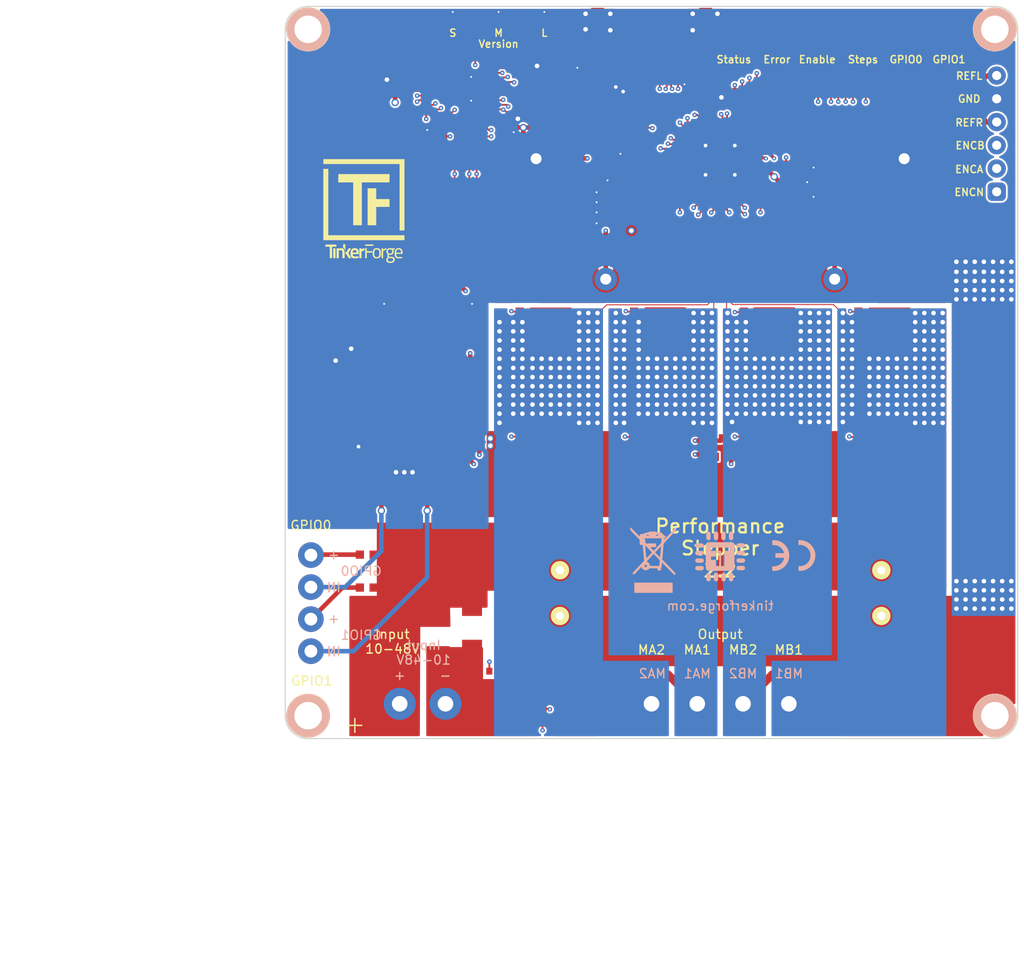
<source format=kicad_pcb>
(kicad_pcb (version 20171130) (host pcbnew 5.1.6-c6e7f7d~87~ubuntu20.04.1)
  (title_block (title "Performance Stepper V2 Bricklet") (date 2020-01-23) (rev 2.2) (company "Tinkerforge GmbH") (comment 1 "Licensed under CERN OHL v.1.1") (comment 2 "Copyright (©) 2020, T.Schneidermann <tim@tinkerforge.com>"))
  (layers (0 F.Cu power) (1 In1.Cu signal) (2 In2.Cu signal) (31 B.Cu power) (34 B.Paste user) (35 F.Paste user) (36 B.SilkS user) (37 F.SilkS user) (38 B.Mask user) (39 F.Mask user) (44 Edge.Cuts user))
  (net 0 "")
  (net 1 GND)
  (net 2 "Net-(C1-Pad1)")
  (net 3 VCC)
  (net 4 "Net-(C4-Pad1)")
  (net 5 "Net-(C10-Pad1)")
  (net 6 "Net-(C10-Pad2)")
  (net 7 "Net-(C11-Pad2)")
  (net 8 "Net-(C13-Pad2)")
  (net 9 "Net-(C13-Pad1)")
  (net 10 "Net-(C14-Pad1)")
  (net 11 "Net-(C14-Pad2)")
  (net 12 "Net-(C15-Pad2)")
  (net 13 "Net-(C15-Pad1)")
  (net 14 "Net-(C16-Pad1)")
  (net 15 "Net-(C16-Pad2)")
  (net 16 "Net-(C102-Pad2)")
  (net 17 "Net-(D1-Pad2)")
  (net 18 "Net-(D101-Pad2)")
  (net 19 +5V)
  (net 20 "Net-(P101-Pad4)")
  (net 21 "Net-(P101-Pad5)")
  (net 22 "Net-(P101-Pad6)")
  (net 23 "Net-(P102-Pad1)")
  (net 24 "Net-(P103-Pad2)")
  (net 25 "Net-(Q1-PadG)")
  (net 26 "Net-(Q2-PadS)")
  (net 27 "Net-(Q2-PadG)")
  (net 28 "Net-(Q3-PadG)")
  (net 29 "Net-(Q4-PadS)")
  (net 30 "Net-(Q4-PadG)")
  (net 31 "Net-(Q5-PadG)")
  (net 32 "Net-(Q6-PadG)")
  (net 33 "Net-(Q7-PadG)")
  (net 34 "Net-(Q8-PadG)")
  (net 35 "Net-(C7-Pad2)")
  (net 36 "Net-(C8-Pad2)")
  (net 37 "Net-(R2-Pad2)")
  (net 38 "Net-(R3-Pad2)")
  (net 39 "Net-(R4-Pad2)")
  (net 40 "Net-(R5-Pad2)")
  (net 41 "Net-(R6-Pad2)")
  (net 42 "Net-(R7-Pad2)")
  (net 43 "Net-(R8-Pad2)")
  (net 44 "Net-(R9-Pad2)")
  (net 45 "Net-(R12-Pad2)")
  (net 46 "Net-(R13-Pad2)")
  (net 47 "Net-(R14-Pad2)")
  (net 48 "Net-(R15-Pad2)")
  (net 49 CS_TMC)
  (net 50 SCK_TMC)
  (net 51 MOSI_TMC)
  (net 52 MISO_TMC)
  (net 53 "Net-(RP2-Pad5)")
  (net 54 "Net-(RP2-Pad6)")
  (net 55 "Net-(RP2-Pad7)")
  (net 56 "Net-(RP2-Pad8)")
  (net 57 "Net-(RP3-Pad6)")
  (net 58 DRV_ENN)
  (net 59 "Net-(RP3-Pad3)")
  (net 60 DIAG0)
  (net 61 DIAG1)
  (net 62 S-MISO)
  (net 63 S-MOSI)
  (net 64 S-CLK)
  (net 65 S-CS)
  (net 66 "Net-(C6-Pad2)")
  (net 67 "Net-(U2-Pad1)")
  (net 68 "Net-(U2-Pad2)")
  (net 69 "Net-(U2-Pad10)")
  (net 70 "Net-(U2-Pad15)")
  (net 71 "Net-(U2-Pad16)")
  (net 72 "Net-(U2-Pad25)")
  (net 73 "Net-(U2-Pad28)")
  (net 74 "Net-(U2-Pad32)")
  (net 75 "Net-(U2-Pad34)")
  (net 76 "Net-(U2-Pad43)")
  (net 77 "Net-(RP1-Pad7)")
  (net 78 V_GPIO)
  (net 79 "Net-(C23-Pad1)")
  (net 80 "Net-(C24-Pad1)")
  (net 81 "Net-(C25-Pad1)")
  (net 82 "Net-(P3-Pad3)")
  (net 83 "Net-(P3-Pad1)")
  (net 84 GPIO0)
  (net 85 GPIO1)
  (net 86 "Net-(R19-Pad2)")
  (net 87 "Net-(R20-Pad2)")
  (net 88 "Net-(P4-Pad1)")
  (net 89 "Net-(P4-Pad2)")
  (net 90 "Net-(P4-Pad3)")
  (net 91 "Net-(P4-Pad4)")
  (net 92 "Net-(D3-Pad2)")
  (net 93 "Net-(D4-Pad2)")
  (net 94 "Net-(D5-Pad2)")
  (net 95 "Net-(D6-Pad2)")
  (net 96 "Net-(RP4-Pad5)")
  (net 97 "Net-(RP4-Pad6)")
  (net 98 "Net-(RP4-Pad7)")
  (net 99 "Net-(RP4-Pad8)")
  (net 100 "Net-(RP1-Pad8)")
  (net 101 "Net-(RP1-Pad6)")
  (net 102 "Net-(RP1-Pad5)")
  (net 103 "Net-(D7-Pad2)")
  (net 104 "Net-(R25-Pad2)")
  (net 105 "Net-(R26-Pad2)")
  (net 106 "Net-(U2-Pad13)")
  (net 107 "Net-(U2-Pad33)")
  (net 108 "Net-(D8-Pad2)")
  (net 109 "Net-(U2-Pad11)")
  (net 110 V_Sense)
  (net 111 "Net-(P4-Pad6)")
  (net 112 TEMP)
  (net 113 "Net-(P5-Pad2)")
  (net 114 "Net-(P6-Pad2)")
  (net 115 "Net-(P7-Pad2)")
  (net 116 "Net-(U2-Pad7)")
  (module kicad-libraries:SON_5x6mm (layer F.Cu) (at 74 138.2 90)
    (fp_text reference Q7)
    (fp_text value CSD19533Q5A)
    (pad D smd rect (at -0.2775 0 90) (size 4.2 4.51) (layers F.Cu F.Mask) (net 78 V_GPIO))
    (pad D smd rect (at -2.7525 -1.9175 90) (size 0.75 0.675) (layers F.Cu F.Paste F.Mask) (net 78 V_GPIO))
    (pad D smd rect (at -2.7525 -0.66 90) (size 0.75 0.675) (layers F.Cu F.Paste F.Mask) (net 78 V_GPIO))
    (pad D smd rect (at -2.7525 0.66 90) (size 0.75 0.675) (layers F.Cu F.Paste F.Mask) (net 78 V_GPIO))
    (pad D smd rect (at -2.7525 1.9175 90) (size 0.75 0.675) (layers F.Cu F.Paste F.Mask) (net 78 V_GPIO))
    (pad S smd rect (at 2.7525 -0.66 90) (size 0.75 0.675) (layers F.Cu F.Paste F.Mask) (net 13 "Net-(C15-Pad1)"))
    (pad S smd rect (at 2.7525 0.66 90) (size 0.75 0.675) (layers F.Cu F.Paste F.Mask) (net 13 "Net-(C15-Pad1)"))
    (pad G smd rect (at 2.7525 -1.9175 90) (size 0.75 0.675) (layers F.Cu F.Paste F.Mask) (net 33 "Net-(Q7-PadG)"))
    (pad S smd rect (at 2.7525 1.9175 90) (size 0.75 0.675) (layers F.Cu F.Paste F.Mask) (net 13 "Net-(C15-Pad1)"))
  )
  (module kicad-libraries:SON_5x6mm (layer F.Cu) (at 111 138.2 90)
    (fp_text reference Q1)
    (fp_text value CSD19533Q5A)
    (pad D smd rect (at -0.2775 0 90) (size 4.2 4.51) (layers F.Cu F.Mask) (net 78 V_GPIO))
    (pad D smd rect (at -2.7525 -1.9175 90) (size 0.75 0.675) (layers F.Cu F.Paste F.Mask) (net 78 V_GPIO))
    (pad D smd rect (at -2.7525 -0.66 90) (size 0.75 0.675) (layers F.Cu F.Paste F.Mask) (net 78 V_GPIO))
    (pad D smd rect (at -2.7525 0.66 90) (size 0.75 0.675) (layers F.Cu F.Paste F.Mask) (net 78 V_GPIO))
    (pad D smd rect (at -2.7525 1.9175 90) (size 0.75 0.675) (layers F.Cu F.Paste F.Mask) (net 78 V_GPIO))
    (pad S smd rect (at 2.7525 -0.66 90) (size 0.75 0.675) (layers F.Cu F.Paste F.Mask) (net 10 "Net-(C14-Pad1)"))
    (pad S smd rect (at 2.7525 0.66 90) (size 0.75 0.675) (layers F.Cu F.Paste F.Mask) (net 10 "Net-(C14-Pad1)"))
    (pad G smd rect (at 2.7525 -1.9175 90) (size 0.75 0.675) (layers F.Cu F.Paste F.Mask) (net 25 "Net-(Q1-PadG)"))
    (pad S smd rect (at 2.7525 1.9175 90) (size 0.75 0.675) (layers F.Cu F.Paste F.Mask) (net 10 "Net-(C14-Pad1)"))
  )
  (module kicad-libraries:SON_5x6mm (layer F.Cu) (at 111 124.7225 90)
    (fp_text reference Q2)
    (fp_text value CSD19533Q5A)
    (pad D smd rect (at -0.2775 0 90) (size 4.2 4.51) (layers F.Cu F.Mask) (net 10 "Net-(C14-Pad1)"))
    (pad D smd rect (at -2.7525 -1.9175 90) (size 0.75 0.675) (layers F.Cu F.Paste F.Mask) (net 10 "Net-(C14-Pad1)"))
    (pad D smd rect (at -2.7525 -0.66 90) (size 0.75 0.675) (layers F.Cu F.Paste F.Mask) (net 10 "Net-(C14-Pad1)"))
    (pad D smd rect (at -2.7525 0.66 90) (size 0.75 0.675) (layers F.Cu F.Paste F.Mask) (net 10 "Net-(C14-Pad1)"))
    (pad D smd rect (at -2.7525 1.9175 90) (size 0.75 0.675) (layers F.Cu F.Paste F.Mask) (net 10 "Net-(C14-Pad1)"))
    (pad S smd rect (at 2.7525 -0.66 90) (size 0.75 0.675) (layers F.Cu F.Paste F.Mask) (net 26 "Net-(Q2-PadS)"))
    (pad S smd rect (at 2.7525 0.66 90) (size 0.75 0.675) (layers F.Cu F.Paste F.Mask) (net 26 "Net-(Q2-PadS)"))
    (pad G smd rect (at 2.7525 -1.9175 90) (size 0.75 0.675) (layers F.Cu F.Paste F.Mask) (net 27 "Net-(Q2-PadG)"))
    (pad S smd rect (at 2.7525 1.9175 90) (size 0.75 0.675) (layers F.Cu F.Paste F.Mask) (net 26 "Net-(Q2-PadS)"))
  )
  (module kicad-libraries:SON_5x6mm (layer F.Cu) (at 86.5 138.2 90)
    (fp_text reference Q3)
    (fp_text value CSD19533Q5A)
    (pad D smd rect (at -0.2775 0 90) (size 4.2 4.51) (layers F.Cu F.Mask) (net 78 V_GPIO))
    (pad D smd rect (at -2.7525 -1.9175 90) (size 0.75 0.675) (layers F.Cu F.Paste F.Mask) (net 78 V_GPIO))
    (pad D smd rect (at -2.7525 -0.66 90) (size 0.75 0.675) (layers F.Cu F.Paste F.Mask) (net 78 V_GPIO))
    (pad D smd rect (at -2.7525 0.66 90) (size 0.75 0.675) (layers F.Cu F.Paste F.Mask) (net 78 V_GPIO))
    (pad D smd rect (at -2.7525 1.9175 90) (size 0.75 0.675) (layers F.Cu F.Paste F.Mask) (net 78 V_GPIO))
    (pad S smd rect (at 2.7525 -0.66 90) (size 0.75 0.675) (layers F.Cu F.Paste F.Mask) (net 14 "Net-(C16-Pad1)"))
    (pad S smd rect (at 2.7525 0.66 90) (size 0.75 0.675) (layers F.Cu F.Paste F.Mask) (net 14 "Net-(C16-Pad1)"))
    (pad G smd rect (at 2.7525 -1.9175 90) (size 0.75 0.675) (layers F.Cu F.Paste F.Mask) (net 28 "Net-(Q3-PadG)"))
    (pad S smd rect (at 2.7525 1.9175 90) (size 0.75 0.675) (layers F.Cu F.Paste F.Mask) (net 14 "Net-(C16-Pad1)"))
  )
  (module kicad-libraries:SON_5x6mm (layer F.Cu) (at 86.5 124.7 90)
    (fp_text reference Q4)
    (fp_text value CSD19533Q5A)
    (pad D smd rect (at -0.2775 0 90) (size 4.2 4.51) (layers F.Cu F.Mask) (net 14 "Net-(C16-Pad1)"))
    (pad D smd rect (at -2.7525 -1.9175 90) (size 0.75 0.675) (layers F.Cu F.Paste F.Mask) (net 14 "Net-(C16-Pad1)"))
    (pad D smd rect (at -2.7525 -0.66 90) (size 0.75 0.675) (layers F.Cu F.Paste F.Mask) (net 14 "Net-(C16-Pad1)"))
    (pad D smd rect (at -2.7525 0.66 90) (size 0.75 0.675) (layers F.Cu F.Paste F.Mask) (net 14 "Net-(C16-Pad1)"))
    (pad D smd rect (at -2.7525 1.9175 90) (size 0.75 0.675) (layers F.Cu F.Paste F.Mask) (net 14 "Net-(C16-Pad1)"))
    (pad S smd rect (at 2.7525 -0.66 90) (size 0.75 0.675) (layers F.Cu F.Paste F.Mask) (net 29 "Net-(Q4-PadS)"))
    (pad S smd rect (at 2.7525 0.66 90) (size 0.75 0.675) (layers F.Cu F.Paste F.Mask) (net 29 "Net-(Q4-PadS)"))
    (pad G smd rect (at 2.7525 -1.9175 90) (size 0.75 0.675) (layers F.Cu F.Paste F.Mask) (net 30 "Net-(Q4-PadG)"))
    (pad S smd rect (at 2.7525 1.9175 90) (size 0.75 0.675) (layers F.Cu F.Paste F.Mask) (net 29 "Net-(Q4-PadS)"))
  )
  (module kicad-libraries:SON_5x6mm (layer F.Cu) (at 98.5 138.2 90)
    (fp_text reference Q5)
    (fp_text value CSD19533Q5A)
    (pad D smd rect (at -0.2775 0 90) (size 4.2 4.51) (layers F.Cu F.Mask) (net 78 V_GPIO))
    (pad D smd rect (at -2.7525 -1.9175 90) (size 0.75 0.675) (layers F.Cu F.Paste F.Mask) (net 78 V_GPIO))
    (pad D smd rect (at -2.7525 -0.66 90) (size 0.75 0.675) (layers F.Cu F.Paste F.Mask) (net 78 V_GPIO))
    (pad D smd rect (at -2.7525 0.66 90) (size 0.75 0.675) (layers F.Cu F.Paste F.Mask) (net 78 V_GPIO))
    (pad D smd rect (at -2.7525 1.9175 90) (size 0.75 0.675) (layers F.Cu F.Paste F.Mask) (net 78 V_GPIO))
    (pad S smd rect (at 2.7525 -0.66 90) (size 0.75 0.675) (layers F.Cu F.Paste F.Mask) (net 9 "Net-(C13-Pad1)"))
    (pad S smd rect (at 2.7525 0.66 90) (size 0.75 0.675) (layers F.Cu F.Paste F.Mask) (net 9 "Net-(C13-Pad1)"))
    (pad G smd rect (at 2.7525 -1.9175 90) (size 0.75 0.675) (layers F.Cu F.Paste F.Mask) (net 31 "Net-(Q5-PadG)"))
    (pad S smd rect (at 2.7525 1.9175 90) (size 0.75 0.675) (layers F.Cu F.Paste F.Mask) (net 9 "Net-(C13-Pad1)"))
  )
  (module kicad-libraries:SON_5x6mm (layer F.Cu) (at 98.4 124.7 90)
    (fp_text reference Q6)
    (fp_text value CSD19533Q5A)
    (pad D smd rect (at -0.2775 0 90) (size 4.2 4.51) (layers F.Cu F.Mask) (net 9 "Net-(C13-Pad1)"))
    (pad D smd rect (at -2.7525 -1.9175 90) (size 0.75 0.675) (layers F.Cu F.Paste F.Mask) (net 9 "Net-(C13-Pad1)"))
    (pad D smd rect (at -2.7525 -0.66 90) (size 0.75 0.675) (layers F.Cu F.Paste F.Mask) (net 9 "Net-(C13-Pad1)"))
    (pad D smd rect (at -2.7525 0.66 90) (size 0.75 0.675) (layers F.Cu F.Paste F.Mask) (net 9 "Net-(C13-Pad1)"))
    (pad D smd rect (at -2.7525 1.9175 90) (size 0.75 0.675) (layers F.Cu F.Paste F.Mask) (net 9 "Net-(C13-Pad1)"))
    (pad S smd rect (at 2.7525 -0.66 90) (size 0.75 0.675) (layers F.Cu F.Paste F.Mask) (net 26 "Net-(Q2-PadS)"))
    (pad S smd rect (at 2.7525 0.66 90) (size 0.75 0.675) (layers F.Cu F.Paste F.Mask) (net 26 "Net-(Q2-PadS)"))
    (pad G smd rect (at 2.7525 -1.9175 90) (size 0.75 0.675) (layers F.Cu F.Paste F.Mask) (net 32 "Net-(Q6-PadG)"))
    (pad S smd rect (at 2.7525 1.9175 90) (size 0.75 0.675) (layers F.Cu F.Paste F.Mask) (net 26 "Net-(Q2-PadS)"))
  )
  (module kicad-libraries:SON_5x6mm (layer F.Cu) (at 74 124.7225 90)
    (fp_text reference Q8)
    (fp_text value CSD19533Q5A)
    (pad D smd rect (at -0.2775 0 90) (size 4.2 4.51) (layers F.Cu F.Mask) (net 13 "Net-(C15-Pad1)"))
    (pad D smd rect (at -2.7525 -1.9175 90) (size 0.75 0.675) (layers F.Cu F.Paste F.Mask) (net 13 "Net-(C15-Pad1)"))
    (pad D smd rect (at -2.7525 -0.66 90) (size 0.75 0.675) (layers F.Cu F.Paste F.Mask) (net 13 "Net-(C15-Pad1)"))
    (pad D smd rect (at -2.7525 0.66 90) (size 0.75 0.675) (layers F.Cu F.Paste F.Mask) (net 13 "Net-(C15-Pad1)"))
    (pad D smd rect (at -2.7525 1.9175 90) (size 0.75 0.675) (layers F.Cu F.Paste F.Mask) (net 13 "Net-(C15-Pad1)"))
    (pad S smd rect (at 2.7525 -0.66 90) (size 0.75 0.675) (layers F.Cu F.Paste F.Mask) (net 29 "Net-(Q4-PadS)"))
    (pad S smd rect (at 2.7525 0.66 90) (size 0.75 0.675) (layers F.Cu F.Paste F.Mask) (net 29 "Net-(Q4-PadS)"))
    (pad G smd rect (at 2.7525 -1.9175 90) (size 0.75 0.675) (layers F.Cu F.Paste F.Mask) (net 34 "Net-(Q8-PadG)"))
    (pad S smd rect (at 2.7525 1.9175 90) (size 0.75 0.675) (layers F.Cu F.Paste F.Mask) (net 29 "Net-(Q4-PadS)"))
  )
  (module kicad-libraries:SON_5x6mm (layer F.Cu) (at 69.205 165.385 90)
    (fp_text reference Q9)
    (fp_text value CSD19533Q5A)
    (pad D smd rect (at -0.2775 0 90) (size 4.2 4.51) (layers F.Cu F.Mask) (net 108 "Net-(D8-Pad2)"))
    (pad D smd rect (at -2.7525 -1.9175 90) (size 0.75 0.675) (layers F.Cu F.Paste F.Mask) (net 108 "Net-(D8-Pad2)"))
    (pad D smd rect (at -2.7525 -0.66 90) (size 0.75 0.675) (layers F.Cu F.Paste F.Mask) (net 108 "Net-(D8-Pad2)"))
    (pad D smd rect (at -2.7525 0.66 90) (size 0.75 0.675) (layers F.Cu F.Paste F.Mask) (net 108 "Net-(D8-Pad2)"))
    (pad D smd rect (at -2.7525 1.9175 90) (size 0.75 0.675) (layers F.Cu F.Paste F.Mask) (net 108 "Net-(D8-Pad2)"))
    (pad S smd rect (at 2.7525 -0.66 90) (size 0.75 0.675) (layers F.Cu F.Paste F.Mask) (net 1 GND))
    (pad S smd rect (at 2.7525 0.66 90) (size 0.75 0.675) (layers F.Cu F.Paste F.Mask) (net 1 GND))
    (pad G smd rect (at 2.7525 -1.9175 90) (size 0.75 0.675) (layers F.Cu F.Paste F.Mask) (net 17 "Net-(D1-Pad2)"))
    (pad S smd rect (at 2.7525 1.9175 90) (size 0.75 0.675) (layers F.Cu F.Paste F.Mask) (net 1 GND))
  )
  (module kicad-libraries:Fiducial_Mark (layer F.Cu) (at 101 114)
    (fp_text reference Fiducial_Mark hide)
    (fp_text value VAL** hide)
    (pad 1 smd circle (at 0 0) (size 1.00076 1.00076) (layers F.Cu F.Paste F.Mask) (clearance 0.65024))
  )
  (module kicad-libraries:Fiducial_Mark (layer F.Cu) (at 64 143)
    (fp_text reference Fiducial_Mark hide)
    (fp_text value VAL** hide)
    (pad 1 smd circle (at 0 0) (size 1.00076 1.00076) (layers F.Cu F.Paste F.Mask) (clearance 0.65024))
  )
  (module kicad-libraries:Fiducial_Mark (layer F.Cu) (at 116 99)
    (fp_text reference Fiducial_Mark hide)
    (fp_text value VAL** hide)
    (pad 1 smd circle (at 0 0) (size 1.00076 1.00076) (layers F.Cu F.Paste F.Mask) (clearance 0.65024))
  )
  (module kicad-libraries:Fiducial_Mark (layer F.Cu) (at 53 94)
    (fp_text reference Fiducial_Mark hide)
    (fp_text value VAL** hide)
    (pad 1 smd circle (at 0 0) (size 1.00076 1.00076) (layers F.Cu F.Paste F.Mask) (clearance 0.65024))
  )
  (module kicad-libraries:WEEE_7mm (layer B.Cu) (at 85.2 150.5 180)
    (fp_text reference VAL hide)
    (fp_text value WEEE_7mm hide)
  )
  (module kicad-libraries:CE_5mm (layer B.Cu) (at 100.5 150 180)
    (fp_text reference VAL hide)
    (fp_text value CE_5mm hide)
  )
  (module kicad-libraries:Logo_CoMCU (layer B.Cu) (at 92.5 150.1 180)
    (fp_text reference G*** hide)
    (fp_text value LOGO hide)
  )
  (module kicad-libraries:R0603F (layer F.Cu) (at 84.1 104 90)
    (fp_text reference R1)
    (fp_text value 2,2)
    (pad 2 smd rect (at 0.75 0 90) (size 0.9 0.9) (layers F.Cu F.Paste F.Mask) (net 35 "Net-(C7-Pad2)"))
    (pad 1 smd rect (at -0.75 0 90) (size 0.9 0.9) (layers F.Cu F.Paste F.Mask) (net 36 "Net-(C8-Pad2)"))
  )
  (module kicad-libraries:Logo_TF_10x12 (layer F.Cu) (at 53.6 112.2)
    (fp_text reference G*** hide)
    (fp_text value LOGO hide)
  )
  (module kicad-libraries:SMB (layer F.Cu) (at 65.4 157.9 270)
    (fp_text reference D8)
    (fp_text value SMBJ48CA)
    (pad 2 smd rect (at 2.11 0 270) (size 1.62 2.18) (layers F.Cu F.Paste F.Mask) (net 108 "Net-(D8-Pad2)"))
    (pad 1 smd rect (at -2.11 0 270) (size 1.62 2.18) (layers F.Cu F.Paste F.Mask) (net 78 V_GPIO))
  )
  (module kicad-libraries:DIP_8_SMD (layer F.Cu) (at 59.3 130 180)
    (fp_text reference U3)
    (fp_text value LTV-827)
    (pad 8 smd rect (at 3.81 4.50596 180) (size 1.78054 1.99898) (layers F.Cu F.Paste F.Mask) (net 3 VCC))
    (pad 7 smd rect (at 1.27 4.50596 180) (size 1.78054 1.99898) (layers F.Cu F.Paste F.Mask) (net 84 GPIO0))
    (pad 6 smd rect (at -1.27 4.50596 180) (size 1.78054 1.99898) (layers F.Cu F.Paste F.Mask) (net 3 VCC))
    (pad 5 smd rect (at -3.81 4.50596 180) (size 1.78054 1.99898) (layers F.Cu F.Paste F.Mask) (net 85 GPIO1))
    (pad 4 smd rect (at -3.81 -4.50596 180) (size 1.78054 1.99898) (layers F.Cu F.Paste F.Mask) (net 79 "Net-(C23-Pad1)"))
    (pad 3 smd rect (at -1.27 -4.50596 180) (size 1.78054 1.99898) (layers F.Cu F.Paste F.Mask) (net 87 "Net-(R20-Pad2)"))
    (pad 2 smd rect (at 1.27 -4.50596 180) (size 1.78054 1.99898) (layers F.Cu F.Paste F.Mask) (net 79 "Net-(C23-Pad1)"))
    (pad 1 smd rect (at 3.81 -4.50088 180) (size 1.78054 1.99898) (layers F.Cu F.Paste F.Mask) (net 86 "Net-(R19-Pad2)"))
  )
  (module kicad-libraries:C0603F (layer F.Cu) (at 71.7 102 180)
    (fp_text reference C1)
    (fp_text value 10pF)
    (pad 2 smd rect (at 0.75 0 180) (size 0.9 0.9) (layers F.Cu F.Paste F.Mask) (net 1 GND))
    (pad 1 smd rect (at -0.75 0 180) (size 0.9 0.9) (layers F.Cu F.Paste F.Mask) (net 2 "Net-(C1-Pad1)"))
  )
  (module kicad-libraries:C0603F (layer F.Cu) (at 69.3 103.1 270)
    (fp_text reference C2)
    (fp_text value 100nF)
    (pad 2 smd rect (at 0.75 0 270) (size 0.9 0.9) (layers F.Cu F.Paste F.Mask) (net 1 GND))
    (pad 1 smd rect (at -0.75 0 270) (size 0.9 0.9) (layers F.Cu F.Paste F.Mask) (net 3 VCC))
  )
  (module kicad-libraries:C0603F (layer F.Cu) (at 57 98.8 90)
    (fp_text reference C3)
    (fp_text value 220nF)
    (pad 2 smd rect (at 0.75 0 90) (size 0.9 0.9) (layers F.Cu F.Paste F.Mask) (net 1 GND))
    (pad 1 smd rect (at -0.75 0 90) (size 0.9 0.9) (layers F.Cu F.Paste F.Mask) (net 3 VCC))
  )
  (module kicad-libraries:C0603F (layer F.Cu) (at 71.7 97.4)
    (fp_text reference C4)
    (fp_text value 10pF)
    (pad 2 smd rect (at 0.75 0) (size 0.9 0.9) (layers F.Cu F.Paste F.Mask) (net 1 GND))
    (pad 1 smd rect (at -0.75 0) (size 0.9 0.9) (layers F.Cu F.Paste F.Mask) (net 4 "Net-(C4-Pad1)"))
  )
  (module kicad-libraries:C0603F (layer F.Cu) (at 100.4 109.2)
    (fp_text reference C5)
    (fp_text value 100nF/100V)
    (pad 2 smd rect (at 0.75 0) (size 0.9 0.9) (layers F.Cu F.Paste F.Mask) (net 1 GND))
    (pad 1 smd rect (at -0.75 0) (size 0.9 0.9) (layers F.Cu F.Paste F.Mask) (net 78 V_GPIO))
  )
  (module kicad-libraries:C0603F (layer F.Cu) (at 83.3 106.1)
    (fp_text reference C8)
    (fp_text value 470nF/25V)
    (pad 2 smd rect (at 0.75 0) (size 0.9 0.9) (layers F.Cu F.Paste F.Mask) (net 36 "Net-(C8-Pad2)"))
    (pad 1 smd rect (at -0.75 0) (size 0.9 0.9) (layers F.Cu F.Paste F.Mask) (net 1 GND))
  )
  (module kicad-libraries:C0603F (layer F.Cu) (at 91.8 100.9)
    (fp_text reference C9)
    (fp_text value 100nF)
    (pad 2 smd rect (at 0.75 0) (size 0.9 0.9) (layers F.Cu F.Paste F.Mask) (net 1 GND))
    (pad 1 smd rect (at -0.75 0) (size 0.9 0.9) (layers F.Cu F.Paste F.Mask) (net 3 VCC))
  )
  (module kicad-libraries:C0603F (layer F.Cu) (at 83.3 107.6)
    (fp_text reference C10)
    (fp_text value 22nF/100V)
    (pad 2 smd rect (at 0.75 0) (size 0.9 0.9) (layers F.Cu F.Paste F.Mask) (net 6 "Net-(C10-Pad2)"))
    (pad 1 smd rect (at -0.75 0) (size 0.9 0.9) (layers F.Cu F.Paste F.Mask) (net 5 "Net-(C10-Pad1)"))
  )
  (module kicad-libraries:C0603F (layer F.Cu) (at 84.6 109.8 270)
    (fp_text reference C11)
    (fp_text value 100nF/100V)
    (pad 2 smd rect (at 0.75 0 270) (size 0.9 0.9) (layers F.Cu F.Paste F.Mask) (net 7 "Net-(C11-Pad2)"))
    (pad 1 smd rect (at -0.75 0 270) (size 0.9 0.9) (layers F.Cu F.Paste F.Mask) (net 78 V_GPIO))
  )
  (module kicad-libraries:C0603F (layer F.Cu) (at 81.8 109 180)
    (fp_text reference C12)
    (fp_text value 100nF/100V)
    (pad 2 smd rect (at 0.75 0 180) (size 0.9 0.9) (layers F.Cu F.Paste F.Mask) (net 1 GND))
    (pad 1 smd rect (at -0.75 0 180) (size 0.9 0.9) (layers F.Cu F.Paste F.Mask) (net 78 V_GPIO))
  )
  (module kicad-libraries:C0603F (layer F.Cu) (at 93.95 113.6 180)
    (fp_text reference C13)
    (fp_text value 470nF/25V)
    (pad 2 smd rect (at 0.75 0 180) (size 0.9 0.9) (layers F.Cu F.Paste F.Mask) (net 8 "Net-(C13-Pad2)"))
    (pad 1 smd rect (at -0.75 0 180) (size 0.9 0.9) (layers F.Cu F.Paste F.Mask) (net 9 "Net-(C13-Pad1)"))
  )
  (module kicad-libraries:C0603F (layer F.Cu) (at 96.9 113.6)
    (fp_text reference C14)
    (fp_text value 470nF/25V)
    (pad 2 smd rect (at 0.75 0) (size 0.9 0.9) (layers F.Cu F.Paste F.Mask) (net 11 "Net-(C14-Pad2)"))
    (pad 1 smd rect (at -0.75 0) (size 0.9 0.9) (layers F.Cu F.Paste F.Mask) (net 10 "Net-(C14-Pad1)"))
  )
  (module kicad-libraries:C0603F (layer F.Cu) (at 88.05 113.6 180)
    (fp_text reference C15)
    (fp_text value 470nF/25V)
    (pad 2 smd rect (at 0.75 0 180) (size 0.9 0.9) (layers F.Cu F.Paste F.Mask) (net 12 "Net-(C15-Pad2)"))
    (pad 1 smd rect (at -0.75 0 180) (size 0.9 0.9) (layers F.Cu F.Paste F.Mask) (net 13 "Net-(C15-Pad1)"))
  )
  (module kicad-libraries:C0603F (layer F.Cu) (at 91 113.6)
    (fp_text reference C16)
    (fp_text value 470nF/25V)
    (pad 2 smd rect (at 0.75 0) (size 0.9 0.9) (layers F.Cu F.Paste F.Mask) (net 15 "Net-(C16-Pad2)"))
    (pad 1 smd rect (at -0.75 0) (size 0.9 0.9) (layers F.Cu F.Paste F.Mask) (net 14 "Net-(C16-Pad1)"))
  )
  (module kicad-libraries:C0805 (layer F.Cu) (at 82.70924 97.1)
    (fp_text reference C101)
    (fp_text value 10uF)
    (pad 2 smd rect (at 1.00076 0) (size 1.00076 1.24968) (layers F.Cu F.Paste F.Mask) (net 3 VCC) (clearance 0.14986))
    (pad 1 smd rect (at -1.00076 0) (size 1.00076 1.24968) (layers F.Cu F.Paste F.Mask) (net 1 GND) (clearance 0.14986))
  )
  (module kicad-libraries:C0402F (layer F.Cu) (at 88.6 97.4 90)
    (fp_text reference C102)
    (fp_text value 220pF)
    (pad 1 smd rect (at -0.5 0 90) (size 0.6 0.7) (layers F.Cu F.Paste F.Mask) (net 1 GND))
    (pad 2 smd rect (at 0.5 0 90) (size 0.6 0.7) (layers F.Cu F.Paste F.Mask) (net 16 "Net-(C102-Pad2)"))
  )
  (module kicad-libraries:C0603F (layer F.Cu) (at 82.7 98.6)
    (fp_text reference C103)
    (fp_text value 1uF)
    (pad 2 smd rect (at 0.75 0) (size 0.9 0.9) (layers F.Cu F.Paste F.Mask) (net 3 VCC))
    (pad 1 smd rect (at -0.75 0) (size 0.9 0.9) (layers F.Cu F.Paste F.Mask) (net 1 GND))
  )
  (module kicad-libraries:C0603F (layer F.Cu) (at 61.5 104.2 180)
    (fp_text reference C104)
    (fp_text value 100nF)
    (pad 2 smd rect (at 0.75 0 180) (size 0.9 0.9) (layers F.Cu F.Paste F.Mask) (net 1 GND))
    (pad 1 smd rect (at -0.75 0 180) (size 0.9 0.9) (layers F.Cu F.Paste F.Mask) (net 3 VCC))
  )
  (module kicad-libraries:SOD-123 (layer F.Cu) (at 73.2 163.5 270)
    (fp_text reference D1)
    (fp_text value Z12V)
    (pad 2 smd rect (at 1.84912 0 270) (size 1.19888 0.70104) (layers F.Cu F.Paste F.Mask) (net 17 "Net-(D1-Pad2)") (clearance 0.14986))
    (pad 1 smd rect (at -1.84912 0 270) (size 1.19888 0.70104) (layers F.Cu F.Paste F.Mask) (net 1 GND) (clearance 0.14986))
  )
  (module kicad-libraries:D0603E (layer F.Cu) (at 94 93 270)
    (fp_text reference D101)
    (fp_text value blue)
    (pad 2 smd rect (at 0.8501 0 270) (size 1.1 1) (layers F.Cu F.Paste F.Mask) (net 18 "Net-(D101-Pad2)"))
    (pad 1 smd rect (at -0.8501 0 270) (size 1.1 1) (layers F.Cu F.Paste F.Mask) (net 3 VCC))
  )
  (module kicad-libraries:DEBUG_PAD (layer F.Cu) (at 74.4 96.1)
    (fp_text reference P102)
    (fp_text value DEBUG)
    (pad 1 smd circle (at 0 0) (size 0.7 0.7) (layers F.Cu F.Paste F.Mask) (net 23 "Net-(P102-Pad1)"))
  )
  (module kicad-libraries:SolderJumper (layer F.Cu) (at 76.9 95.7 90)
    (fp_text reference P103)
    (fp_text value BOOT)
    (pad 1 smd rect (at -0.225 -0.55 90) (size 0.95 0.3) (layers F.Cu F.Mask) (net 1 GND))
    (pad 1 smd rect (at -0.225 0.55 90) (size 0.95 0.3) (layers F.Cu F.Mask) (net 1 GND))
    (pad 1 smd rect (at -0.5 0 90) (size 0.4 1.4) (layers F.Cu F.Mask) (net 1 GND))
    (pad 2 smd rect (at 0.15 0 90) (size 0.6 0.5) (layers F.Cu F.Mask) (net 24 "Net-(P103-Pad2)"))
    (pad 2 smd rect (at 0.55 0 90) (size 0.3 1.4) (layers F.Cu F.Mask) (net 24 "Net-(P103-Pad2)"))
  )
  (module kicad-libraries:R0603F (layer F.Cu) (at 107.6 136.3 270)
    (fp_text reference R2)
    (fp_text value 10)
    (pad 2 smd rect (at 0.75 0 270) (size 0.9 0.9) (layers F.Cu F.Paste F.Mask) (net 37 "Net-(R2-Pad2)"))
    (pad 1 smd rect (at -0.75 0 270) (size 0.9 0.9) (layers F.Cu F.Paste F.Mask) (net 25 "Net-(Q1-PadG)"))
  )
  (module kicad-libraries:R0603F (layer F.Cu) (at 107.6 122.6 270)
    (fp_text reference R3)
    (fp_text value 10)
    (pad 2 smd rect (at 0.75 0 270) (size 0.9 0.9) (layers F.Cu F.Paste F.Mask) (net 38 "Net-(R3-Pad2)"))
    (pad 1 smd rect (at -0.75 0 270) (size 0.9 0.9) (layers F.Cu F.Paste F.Mask) (net 27 "Net-(Q2-PadG)"))
  )
  (module kicad-libraries:R0603F (layer F.Cu) (at 83.1 136.3 270)
    (fp_text reference R4)
    (fp_text value 10)
    (pad 2 smd rect (at 0.75 0 270) (size 0.9 0.9) (layers F.Cu F.Paste F.Mask) (net 39 "Net-(R4-Pad2)"))
    (pad 1 smd rect (at -0.75 0 270) (size 0.9 0.9) (layers F.Cu F.Paste F.Mask) (net 28 "Net-(Q3-PadG)"))
  )
  (module kicad-libraries:R0603F (layer F.Cu) (at 83.1 122.6 270)
    (fp_text reference R5)
    (fp_text value 10)
    (pad 2 smd rect (at 0.75 0 270) (size 0.9 0.9) (layers F.Cu F.Paste F.Mask) (net 40 "Net-(R5-Pad2)"))
    (pad 1 smd rect (at -0.75 0 270) (size 0.9 0.9) (layers F.Cu F.Paste F.Mask) (net 30 "Net-(Q4-PadG)"))
  )
  (module kicad-libraries:R0603F (layer F.Cu) (at 105 116 90)
    (fp_text reference R6)
    (fp_text value 47)
    (pad 2 smd rect (at 0.75 0 90) (size 0.9 0.9) (layers F.Cu F.Paste F.Mask) (net 41 "Net-(R6-Pad2)"))
    (pad 1 smd rect (at -0.75 0 90) (size 0.9 0.9) (layers F.Cu F.Paste F.Mask) (net 26 "Net-(Q2-PadS)"))
  )
  (module kicad-libraries:R0603F (layer F.Cu) (at 108.6 106.6 180)
    (fp_text reference R7)
    (fp_text value 47)
    (pad 2 smd rect (at 0.75 0 180) (size 0.9 0.9) (layers F.Cu F.Paste F.Mask) (net 42 "Net-(R7-Pad2)"))
    (pad 1 smd rect (at -0.75 0 180) (size 0.9 0.9) (layers F.Cu F.Paste F.Mask) (net 1 GND))
  )
  (module kicad-libraries:R0603F (layer F.Cu) (at 80 116 90)
    (fp_text reference R8)
    (fp_text value 47)
    (pad 2 smd rect (at 0.75 0 90) (size 0.9 0.9) (layers F.Cu F.Paste F.Mask) (net 43 "Net-(R8-Pad2)"))
    (pad 1 smd rect (at -0.75 0 90) (size 0.9 0.9) (layers F.Cu F.Paste F.Mask) (net 29 "Net-(Q4-PadS)"))
  )
  (module kicad-libraries:R0603F (layer F.Cu) (at 76.3 106.6)
    (fp_text reference R9)
    (fp_text value 47)
    (pad 2 smd rect (at 0.75 0) (size 0.9 0.9) (layers F.Cu F.Paste F.Mask) (net 44 "Net-(R9-Pad2)"))
    (pad 1 smd rect (at -0.75 0) (size 0.9 0.9) (layers F.Cu F.Paste F.Mask) (net 1 GND))
  )
  (module kicad-libraries:R0603F (layer F.Cu) (at 95.1 136.3 270)
    (fp_text reference R12)
    (fp_text value 10)
    (pad 2 smd rect (at 0.75 0 270) (size 0.9 0.9) (layers F.Cu F.Paste F.Mask) (net 45 "Net-(R12-Pad2)"))
    (pad 1 smd rect (at -0.75 0 270) (size 0.9 0.9) (layers F.Cu F.Paste F.Mask) (net 31 "Net-(Q5-PadG)"))
  )
  (module kicad-libraries:R0603F (layer F.Cu) (at 95.1 122.6 270)
    (fp_text reference R13)
    (fp_text value 10)
    (pad 2 smd rect (at 0.75 0 270) (size 0.9 0.9) (layers F.Cu F.Paste F.Mask) (net 46 "Net-(R13-Pad2)"))
    (pad 1 smd rect (at -0.75 0 270) (size 0.9 0.9) (layers F.Cu F.Paste F.Mask) (net 32 "Net-(Q6-PadG)"))
  )
  (module kicad-libraries:R0603F (layer F.Cu) (at 70.6 136.3 270)
    (fp_text reference R14)
    (fp_text value 10)
    (pad 2 smd rect (at 0.75 0 270) (size 0.9 0.9) (layers F.Cu F.Paste F.Mask) (net 47 "Net-(R14-Pad2)"))
    (pad 1 smd rect (at -0.75 0 270) (size 0.9 0.9) (layers F.Cu F.Paste F.Mask) (net 33 "Net-(Q7-PadG)"))
  )
  (module kicad-libraries:R0603F (layer F.Cu) (at 70.6 122.6 270)
    (fp_text reference R15)
    (fp_text value 10)
    (pad 2 smd rect (at 0.75 0 270) (size 0.9 0.9) (layers F.Cu F.Paste F.Mask) (net 48 "Net-(R15-Pad2)"))
    (pad 1 smd rect (at -0.75 0 270) (size 0.9 0.9) (layers F.Cu F.Paste F.Mask) (net 34 "Net-(Q8-PadG)"))
  )
  (module kicad-libraries:R0603F (layer F.Cu) (at 73.1 167.5 270)
    (fp_text reference R16)
    (fp_text value 100k)
    (pad 2 smd rect (at 0.75 0 270) (size 0.9 0.9) (layers F.Cu F.Paste F.Mask) (net 78 V_GPIO))
    (pad 1 smd rect (at -0.75 0 270) (size 0.9 0.9) (layers F.Cu F.Paste F.Mask) (net 17 "Net-(D1-Pad2)"))
  )
  (module kicad-libraries:0603X4 (layer F.Cu) (at 64.7 110.2 180)
    (fp_text reference RP1)
    (fp_text value 10k)
    (pad 8 smd rect (at 1.19888 0.8509 180) (size 0.44958 0.89916) (layers F.Cu F.Paste F.Mask) (net 100 "Net-(RP1-Pad8)"))
    (pad 7 smd rect (at 0.39878 0.8509 180) (size 0.44958 0.89916) (layers F.Cu F.Paste F.Mask) (net 77 "Net-(RP1-Pad7)"))
    (pad 6 smd rect (at -0.39878 0.8509 180) (size 0.44958 0.89916) (layers F.Cu F.Paste F.Mask) (net 101 "Net-(RP1-Pad6)"))
    (pad 5 smd rect (at -1.19888 0.8509 180) (size 0.44958 0.89916) (layers F.Cu F.Paste F.Mask) (net 102 "Net-(RP1-Pad5)"))
    (pad 4 smd rect (at -1.19888 -0.8509 180) (size 0.44958 0.89916) (layers F.Cu F.Paste F.Mask) (net 3 VCC))
    (pad 3 smd rect (at -0.39878 -0.8509 180) (size 0.44958 0.89916) (layers F.Cu F.Paste F.Mask) (net 3 VCC))
    (pad 2 smd rect (at 0.39878 -0.8509 180) (size 0.44958 0.89916) (layers F.Cu F.Paste F.Mask) (net 3 VCC))
    (pad 1 smd rect (at 1.19888 -0.8509 180) (size 0.44958 0.89916) (layers F.Cu F.Paste F.Mask) (net 3 VCC))
  )
  (module kicad-libraries:0603X4 (layer F.Cu) (at 64.7 106.5)
    (fp_text reference RP3)
    (fp_text value 22)
    (pad 8 smd rect (at 1.19888 0.8509) (size 0.44958 0.89916) (layers F.Cu F.Paste F.Mask) (net 102 "Net-(RP1-Pad5)"))
    (pad 7 smd rect (at 0.39878 0.8509) (size 0.44958 0.89916) (layers F.Cu F.Paste F.Mask) (net 101 "Net-(RP1-Pad6)"))
    (pad 6 smd rect (at -0.39878 0.8509) (size 0.44958 0.89916) (layers F.Cu F.Paste F.Mask) (net 57 "Net-(RP3-Pad6)"))
    (pad 5 smd rect (at -1.19888 0.8509) (size 0.44958 0.89916) (layers F.Cu F.Paste F.Mask) (net 100 "Net-(RP1-Pad8)"))
    (pad 4 smd rect (at -1.19888 -0.8509) (size 0.44958 0.89916) (layers F.Cu F.Paste F.Mask) (net 58 DRV_ENN))
    (pad 3 smd rect (at -0.39878 -0.8509) (size 0.44958 0.89916) (layers F.Cu F.Paste F.Mask) (net 59 "Net-(RP3-Pad3)"))
    (pad 2 smd rect (at 0.39878 -0.8509) (size 0.44958 0.89916) (layers F.Cu F.Paste F.Mask) (net 60 DIAG0))
    (pad 1 smd rect (at 1.19888 -0.8509) (size 0.44958 0.89916) (layers F.Cu F.Paste F.Mask) (net 61 DIAG1))
  )
  (module kicad-libraries:4X0402 (layer F.Cu) (at 86.9 97.4)
    (fp_text reference RP101)
    (fp_text value 82)
    (pad 8 smd rect (at -0.7493 -0.575) (size 0.29972 0.65) (layers F.Cu F.Paste F.Mask) (net 20 "Net-(P101-Pad4)"))
    (pad 7 smd rect (at -0.24892 -0.575) (size 0.29972 0.65) (layers F.Cu F.Paste F.Mask) (net 21 "Net-(P101-Pad5)"))
    (pad 6 smd rect (at 0.24892 -0.575) (size 0.29972 0.65) (layers F.Cu F.Paste F.Mask) (net 22 "Net-(P101-Pad6)"))
    (pad 5 smd rect (at 0.7493 -0.575) (size 0.29972 0.65) (layers F.Cu F.Paste F.Mask) (net 16 "Net-(C102-Pad2)"))
    (pad 4 smd rect (at 0.7493 0.575 180) (size 0.29972 0.65) (layers F.Cu F.Paste F.Mask) (net 62 S-MISO))
    (pad 3 smd rect (at 0.24892 0.575 180) (size 0.29972 0.65) (layers F.Cu F.Paste F.Mask) (net 63 S-MOSI))
    (pad 2 smd rect (at -0.24892 0.575 180) (size 0.29972 0.65) (layers F.Cu F.Paste F.Mask) (net 64 S-CLK))
    (pad 1 smd rect (at -0.7493 0.575 180) (size 0.29972 0.65) (layers F.Cu F.Paste F.Mask) (net 65 S-CS))
  )
  (module kicad-libraries:eTQFP-48_7x7mm (layer F.Cu) (at 92.5 106.8 180)
    (fp_text reference U1)
    (fp_text value TMC5160A)
    (pad 49 smd rect (at 0 0 180) (size 5.1 5.1) (layers F.Cu F.Mask) (net 1 GND))
    (pad 48 smd rect (at -2.75 -3.875 180) (size 0.35 1.25) (layers F.Cu F.Paste F.Mask) (net 10 "Net-(C14-Pad1)"))
    (pad 47 smd rect (at -2.25 -3.875 180) (size 0.35 1.25) (layers F.Cu F.Paste F.Mask) (net 38 "Net-(R3-Pad2)"))
    (pad 46 smd rect (at -1.75 -3.875 180) (size 0.35 1.25) (layers F.Cu F.Paste F.Mask) (net 46 "Net-(R13-Pad2)"))
    (pad 45 smd rect (at -1.25 -3.875 180) (size 0.35 1.25) (layers F.Cu F.Paste F.Mask) (net 9 "Net-(C13-Pad1)"))
    (pad 44 smd rect (at -0.75 -3.875 180) (size 0.35 1.25) (layers F.Cu F.Paste F.Mask) (net 45 "Net-(R12-Pad2)"))
    (pad 43 smd rect (at -0.25 -3.875 180) (size 0.35 1.25) (layers F.Cu F.Paste F.Mask) (net 8 "Net-(C13-Pad2)"))
    (pad 42 smd rect (at 0.25 -3.875 180) (size 0.35 1.25) (layers F.Cu F.Paste F.Mask) (net 15 "Net-(C16-Pad2)"))
    (pad 41 smd rect (at 0.75 -3.875 180) (size 0.35 1.25) (layers F.Cu F.Paste F.Mask) (net 39 "Net-(R4-Pad2)"))
    (pad 40 smd rect (at 1.25 -3.875 180) (size 0.35 1.25) (layers F.Cu F.Paste F.Mask) (net 14 "Net-(C16-Pad1)"))
    (pad 39 smd rect (at 1.75 -3.875 180) (size 0.35 1.25) (layers F.Cu F.Paste F.Mask) (net 40 "Net-(R5-Pad2)"))
    (pad 38 smd rect (at 2.25 -3.875 180) (size 0.35 1.25) (layers F.Cu F.Paste F.Mask) (net 48 "Net-(R15-Pad2)"))
    (pad 37 smd rect (at 2.75 -3.875 180) (size 0.35 1.25) (layers F.Cu F.Paste F.Mask) (net 13 "Net-(C15-Pad1)"))
    (pad 36 smd rect (at 3.875 -2.75 180) (size 1.25 0.35) (layers F.Cu F.Paste F.Mask) (net 47 "Net-(R14-Pad2)"))
    (pad 35 smd rect (at 3.875 -2.25 180) (size 1.25 0.35) (layers F.Cu F.Paste F.Mask) (net 12 "Net-(C15-Pad2)"))
    (pad 34 smd rect (at 3.875 -1.75 180) (size 1.25 0.35) (layers F.Cu F.Paste F.Mask) (net 7 "Net-(C11-Pad2)"))
    (pad 33 smd rect (at 3.875 -1.25 180) (size 1.25 0.35) (layers F.Cu F.Paste F.Mask) (net 78 V_GPIO))
    (pad 32 smd rect (at 3.875 -0.75 180) (size 1.25 0.35) (layers F.Cu F.Paste F.Mask) (net 6 "Net-(C10-Pad2)"))
    (pad 31 smd rect (at 3.875 -0.25 180) (size 1.25 0.35) (layers F.Cu F.Paste F.Mask) (net 5 "Net-(C10-Pad1)"))
    (pad 30 smd rect (at 3.875 0.25 180) (size 1.25 0.35) (layers F.Cu F.Paste F.Mask) (net 1 GND))
    (pad 29 smd rect (at 3.875 0.75 180) (size 1.25 0.35) (layers F.Cu F.Paste F.Mask) (net 36 "Net-(C8-Pad2)"))
    (pad 28 smd rect (at 3.875 1.25 180) (size 1.25 0.35) (layers F.Cu F.Paste F.Mask) (net 100 "Net-(RP1-Pad8)"))
    (pad 27 smd rect (at 3.875 1.75 180) (size 1.25 0.35) (layers F.Cu F.Paste F.Mask) (net 102 "Net-(RP1-Pad5)"))
    (pad 26 smd rect (at 3.875 2.25 180) (size 1.25 0.35) (layers F.Cu F.Paste F.Mask) (net 101 "Net-(RP1-Pad6)"))
    (pad 25 smd rect (at 3.875 2.75 180) (size 1.25 0.35) (layers F.Cu F.Paste F.Mask) (net 88 "Net-(P4-Pad1)"))
    (pad 24 smd rect (at 2.75 3.875 180) (size 0.35 1.25) (layers F.Cu F.Paste F.Mask) (net 89 "Net-(P4-Pad2)"))
    (pad 23 smd rect (at 2.25 3.875 180) (size 0.35 1.25) (layers F.Cu F.Paste F.Mask) (net 90 "Net-(P4-Pad3)"))
    (pad 22 smd rect (at 1.75 3.875 180) (size 0.35 1.25) (layers F.Cu F.Paste F.Mask) (net 3 VCC))
    (pad 21 smd rect (at 1.25 3.875 180) (size 0.35 1.25) (layers F.Cu F.Paste F.Mask) (net 1 GND))
    (pad 20 smd rect (at 0.75 3.875 180) (size 0.35 1.25) (layers F.Cu F.Paste F.Mask) (net 3 VCC))
    (pad 19 smd rect (at 0.25 3.875 180) (size 0.35 1.25) (layers F.Cu F.Paste F.Mask) (net 1 GND))
    (pad 13 smd rect (at -2.75 3.875 180) (size 0.35 1.25) (layers F.Cu F.Paste F.Mask) (net 53 "Net-(RP2-Pad5)"))
    (pad 14 smd rect (at -2.25 3.875 180) (size 0.35 1.25) (layers F.Cu F.Paste F.Mask) (net 54 "Net-(RP2-Pad6)"))
    (pad 15 smd rect (at -1.75 3.875 180) (size 0.35 1.25) (layers F.Cu F.Paste F.Mask) (net 55 "Net-(RP2-Pad7)"))
    (pad 16 smd rect (at -1.25 3.875 180) (size 0.35 1.25) (layers F.Cu F.Paste F.Mask) (net 56 "Net-(RP2-Pad8)"))
    (pad 17 smd rect (at -0.75 3.875 180) (size 0.35 1.25) (layers F.Cu F.Paste F.Mask) (net 111 "Net-(P4-Pad6)"))
    (pad 18 smd rect (at -0.25 3.875 180) (size 0.35 1.25) (layers F.Cu F.Paste F.Mask) (net 91 "Net-(P4-Pad4)"))
    (pad 12 smd rect (at -3.875 2.75 180) (size 1.25 0.35) (layers F.Cu F.Paste F.Mask) (net 1 GND))
    (pad 11 smd rect (at -3.875 2.25 180) (size 1.25 0.35) (layers F.Cu F.Paste F.Mask) (net 1 GND))
    (pad 10 smd rect (at -3.875 1.75 180) (size 1.25 0.35) (layers F.Cu F.Paste F.Mask) (net 42 "Net-(R7-Pad2)"))
    (pad 9 smd rect (at -3.875 1.25 180) (size 1.25 0.35) (layers F.Cu F.Paste F.Mask) (net 41 "Net-(R6-Pad2)"))
    (pad 8 smd rect (at -3.875 0.75 180) (size 1.25 0.35) (layers F.Cu F.Paste F.Mask) (net 43 "Net-(R8-Pad2)"))
    (pad 7 smd rect (at -3.875 0.25 180) (size 1.25 0.35) (layers F.Cu F.Paste F.Mask) (net 44 "Net-(R9-Pad2)"))
    (pad 1 smd rect (at -3.875 -2.75 180) (size 1.25 0.35) (layers F.Cu F.Paste F.Mask) (net 37 "Net-(R2-Pad2)"))
    (pad 2 smd rect (at -3.875 -2.25 180) (size 1.25 0.35) (layers F.Cu F.Paste F.Mask) (net 11 "Net-(C14-Pad2)"))
    (pad 3 smd rect (at -3.875 -1.75 180) (size 1.25 0.35) (layers F.Cu F.Paste F.Mask) (net 66 "Net-(C6-Pad2)"))
    (pad 4 smd rect (at -3.875 -1.25 180) (size 1.25 0.35) (layers F.Cu F.Paste F.Mask) (net 78 V_GPIO))
    (pad 5 smd rect (at -3.875 -0.75 180) (size 1.25 0.35) (layers F.Cu F.Paste F.Mask) (net 35 "Net-(C7-Pad2)"))
    (pad 6 smd rect (at -3.875 -0.25 180) (size 1.25 0.35) (layers F.Cu F.Paste F.Mask) (net 1 GND))
  )
  (module kicad-libraries:QFN48-EP2 (layer F.Cu) (at 64 99 180)
    (fp_text reference U2)
    (fp_text value XMC1404)
    (pad EP smd rect (at 0 0 180) (size 3.5 3.5) (layers F.Cu F.Paste F.Mask) (net 1 GND))
    (pad 48 smd rect (at -3.61188 2.74828 270) (size 0.29972 1.14808) (layers F.Cu F.Paste F.Mask) (net 24 "Net-(P103-Pad2)"))
    (pad 47 smd rect (at -3.61188 2.2479 270) (size 0.29972 1.14808) (layers F.Cu F.Paste F.Mask) (net 23 "Net-(P102-Pad1)"))
    (pad 46 smd rect (at -3.61188 1.74752 270) (size 0.29972 1.14808) (layers F.Cu F.Paste F.Mask) (net 63 S-MOSI))
    (pad 45 smd rect (at -3.61188 1.24968 270) (size 0.29972 1.14808) (layers F.Cu F.Paste F.Mask) (net 64 S-CLK))
    (pad 44 smd rect (at -3.61188 0.7493 270) (size 0.29972 1.14808) (layers F.Cu F.Paste F.Mask) (net 65 S-CS))
    (pad 43 smd rect (at -3.61188 0.24892 270) (size 0.29972 1.14808) (layers F.Cu F.Paste F.Mask) (net 76 "Net-(U2-Pad43)"))
    (pad 42 smd rect (at -3.61188 -0.24892 270) (size 0.29972 1.14808) (layers F.Cu F.Paste F.Mask) (net 4 "Net-(C4-Pad1)"))
    (pad 41 smd rect (at -3.61188 -0.7493 270) (size 0.29972 1.14808) (layers F.Cu F.Paste F.Mask) (net 2 "Net-(C1-Pad1)"))
    (pad 40 smd rect (at -3.61188 -1.24968 270) (size 0.29972 1.14808) (layers F.Cu F.Paste F.Mask) (net 49 CS_TMC))
    (pad 39 smd rect (at -3.61188 -1.74752 270) (size 0.29972 1.14808) (layers F.Cu F.Paste F.Mask) (net 50 SCK_TMC))
    (pad 38 smd rect (at -3.61188 -2.2479 270) (size 0.29972 1.14808) (layers F.Cu F.Paste F.Mask) (net 3 VCC))
    (pad 37 smd rect (at -3.60934 -2.74828 270) (size 0.29972 1.15062) (layers F.Cu F.Paste F.Mask) (net 1 GND))
    (pad 36 smd rect (at -2.74828 -3.61188 180) (size 0.29972 1.14808) (layers F.Cu F.Paste F.Mask) (net 51 MOSI_TMC))
    (pad 35 smd rect (at -2.2479 -3.61188 180) (size 0.29972 1.14808) (layers F.Cu F.Paste F.Mask) (net 52 MISO_TMC))
    (pad 34 smd rect (at -1.74752 -3.61188 180) (size 0.29972 1.14808) (layers F.Cu F.Paste F.Mask) (net 75 "Net-(U2-Pad34)"))
    (pad 33 smd rect (at -1.24968 -3.61188 180) (size 0.29972 1.14808) (layers F.Cu F.Paste F.Mask) (net 107 "Net-(U2-Pad33)"))
    (pad 32 smd rect (at -0.7493 -3.61188 180) (size 0.29972 1.14808) (layers F.Cu F.Paste F.Mask) (net 74 "Net-(U2-Pad32)"))
    (pad 31 smd rect (at -0.24892 -3.61188 180) (size 0.29972 1.14808) (layers F.Cu F.Paste F.Mask) (net 61 DIAG1))
    (pad 30 smd rect (at 0.24892 -3.61188 180) (size 0.29972 1.14808) (layers F.Cu F.Paste F.Mask) (net 60 DIAG0))
    (pad 29 smd rect (at 0.7493 -3.61188 180) (size 0.29972 1.14808) (layers F.Cu F.Paste F.Mask) (net 58 DRV_ENN))
    (pad 28 smd rect (at 1.24968 -3.61188 180) (size 0.29972 1.14808) (layers F.Cu F.Paste F.Mask) (net 73 "Net-(U2-Pad28)"))
    (pad 27 smd rect (at 1.74752 -3.61188 180) (size 0.29972 1.14808) (layers F.Cu F.Paste F.Mask) (net 3 VCC))
    (pad 26 smd rect (at 2.2479 -3.61188 180) (size 0.29972 1.14808) (layers F.Cu F.Paste F.Mask) (net 105 "Net-(R26-Pad2)"))
    (pad 25 smd rect (at 2.74828 -3.61188 180) (size 0.29972 1.14808) (layers F.Cu F.Paste F.Mask) (net 72 "Net-(U2-Pad25)"))
    (pad 24 smd rect (at 3.61188 -2.74828 90) (size 0.29972 1.14808) (layers F.Cu F.Paste F.Mask) (net 96 "Net-(RP4-Pad5)"))
    (pad 23 smd rect (at 3.61188 -2.2479 90) (size 0.29972 1.14808) (layers F.Cu F.Paste F.Mask) (net 97 "Net-(RP4-Pad6)"))
    (pad 22 smd rect (at 3.61188 -1.74752 90) (size 0.29972 1.14808) (layers F.Cu F.Paste F.Mask) (net 98 "Net-(RP4-Pad7)"))
    (pad 21 smd rect (at 3.61188 -1.24968 90) (size 0.29972 1.14808) (layers F.Cu F.Paste F.Mask) (net 99 "Net-(RP4-Pad8)"))
    (pad 20 smd rect (at 3.61188 -0.7493 90) (size 0.29972 1.14808) (layers F.Cu F.Paste F.Mask) (net 104 "Net-(R25-Pad2)"))
    (pad 19 smd rect (at 3.61188 -0.24892 90) (size 0.29972 1.14808) (layers F.Cu F.Paste F.Mask) (net 3 VCC))
    (pad 18 smd rect (at 3.61188 0.24892 90) (size 0.29972 1.14808) (layers F.Cu F.Paste F.Mask) (net 3 VCC))
    (pad 17 smd rect (at 3.61188 0.7493 90) (size 0.29972 1.14808) (layers F.Cu F.Paste F.Mask) (net 1 GND))
    (pad 16 smd rect (at 3.61188 1.24968 90) (size 0.29972 1.14808) (layers F.Cu F.Paste F.Mask) (net 71 "Net-(U2-Pad16)"))
    (pad 15 smd rect (at 3.61188 1.74752 90) (size 0.29972 1.14808) (layers F.Cu F.Paste F.Mask) (net 70 "Net-(U2-Pad15)"))
    (pad 14 smd rect (at 3.61188 2.2479 90) (size 0.29972 1.14808) (layers F.Cu F.Paste F.Mask) (net 112 TEMP))
    (pad 13 smd rect (at 3.61188 2.74828 90) (size 0.29972 1.14808) (layers F.Cu F.Paste F.Mask) (net 106 "Net-(U2-Pad13)"))
    (pad 12 smd rect (at 2.74828 3.61188) (size 0.29972 1.14808) (layers F.Cu F.Paste F.Mask) (net 85 GPIO1))
    (pad 11 smd rect (at 2.2479 3.61188) (size 0.29972 1.14808) (layers F.Cu F.Paste F.Mask) (net 109 "Net-(U2-Pad11)"))
    (pad 10 smd rect (at 1.74752 3.61188) (size 0.29972 1.14808) (layers F.Cu F.Paste F.Mask) (net 69 "Net-(U2-Pad10)"))
    (pad 9 smd rect (at 1.24968 3.61188) (size 0.29972 1.14808) (layers F.Cu F.Paste F.Mask) (net 84 GPIO0))
    (pad 8 smd rect (at 0.7493 3.61188) (size 0.29972 1.14808) (layers F.Cu F.Paste F.Mask) (net 110 V_Sense))
    (pad 7 smd rect (at 0.24892 3.61188) (size 0.29972 1.14808) (layers F.Cu F.Paste F.Mask) (net 116 "Net-(U2-Pad7)"))
    (pad 6 smd rect (at -0.24892 3.61188) (size 0.29972 1.14808) (layers F.Cu F.Paste F.Mask) (net 115 "Net-(P7-Pad2)"))
    (pad 5 smd rect (at -0.7493 3.61188) (size 0.29972 1.14808) (layers F.Cu F.Paste F.Mask) (net 114 "Net-(P6-Pad2)"))
    (pad 4 smd rect (at -1.24968 3.61188) (size 0.29972 1.14808) (layers F.Cu F.Paste F.Mask) (net 113 "Net-(P5-Pad2)"))
    (pad 3 smd rect (at -1.74752 3.61188) (size 0.29972 1.14808) (layers F.Cu F.Paste F.Mask) (net 62 S-MISO))
    (pad 2 smd rect (at -2.2479 3.61188) (size 0.29972 1.14808) (layers F.Cu F.Paste F.Mask) (net 68 "Net-(U2-Pad2)"))
    (pad 1 smd rect (at -2.74828 3.61188) (size 0.29972 1.14808) (layers F.Cu F.Paste F.Mask) (net 67 "Net-(U2-Pad1)"))
  )
  (module kicad-libraries:DRILL_NP (layer F.Cu) (at 122.5 167.5)
    (fp_text reference U103 hide)
    (fp_text value DRILL hide)
    (pad "" np_thru_hole circle (at 0 0) (size 2.99974 2.99974) (drill 2.99974) (layers *.Cu *.Mask F.SilkS) (clearance 0.89916))
  )
  (module kicad-libraries:DRILL_NP (layer F.Cu) (at 122.5 92.5)
    (fp_text reference U104 hide)
    (fp_text value DRILL hide)
    (pad "" np_thru_hole circle (at 0 0) (size 2.99974 2.99974) (drill 2.99974) (layers *.Cu *.Mask F.SilkS) (clearance 0.89916))
  )
  (module kicad-libraries:DRILL_NP (layer F.Cu) (at 47.5 167.5)
    (fp_text reference U105 hide)
    (fp_text value DRILL hide)
    (pad "" np_thru_hole circle (at 0 0) (size 2.99974 2.99974) (drill 2.99974) (layers *.Cu *.Mask F.SilkS) (clearance 0.89916))
  )
  (module kicad-libraries:DRILL_NP (layer F.Cu) (at 47.5 92.5)
    (fp_text reference U106 hide)
    (fp_text value DRILL hide)
    (pad "" np_thru_hole circle (at 0 0) (size 2.99974 2.99974) (drill 2.99974) (layers *.Cu *.Mask F.SilkS) (clearance 0.89916))
  )
  (module kicad-libraries:CRYSTAL_2520 (layer F.Cu) (at 71.7 99.7 90)
    (fp_text reference X1)
    (fp_text value 16MHz)
    (pad 3 smd rect (at -0.85 -0.7 90) (size 1.2 1.1) (layers F.Cu F.Paste F.Mask) (net 1 GND))
    (pad 2 smd rect (at 0.85 -0.7 90) (size 1.2 1.1) (layers F.Cu F.Paste F.Mask) (net 4 "Net-(C4-Pad1)"))
    (pad 3 smd rect (at 0.85 0.7 90) (size 1.2 1.1) (layers F.Cu F.Paste F.Mask) (net 1 GND))
    (pad 1 smd rect (at -0.85 0.7 90) (size 1.2 1.1) (layers F.Cu F.Paste F.Mask) (net 2 "Net-(C1-Pad1)"))
  )
  (module kicad-libraries:C0603F (layer F.Cu) (at 50.5 130.3 90)
    (fp_text reference C23)
    (fp_text value 100nF/100V)
    (pad 2 smd rect (at 0.75 0 90) (size 0.9 0.9) (layers F.Cu F.Paste F.Mask) (net 1 GND))
    (pad 1 smd rect (at -0.75 0 90) (size 0.9 0.9) (layers F.Cu F.Paste F.Mask) (net 79 "Net-(C23-Pad1)"))
  )
  (module kicad-libraries:C0603F (layer F.Cu) (at 56.3 142.2)
    (fp_text reference C24)
    (fp_text value 100nF/100V)
    (pad 2 smd rect (at 0.75 0) (size 0.9 0.9) (layers F.Cu F.Paste F.Mask) (net 1 GND))
    (pad 1 smd rect (at -0.75 0) (size 0.9 0.9) (layers F.Cu F.Paste F.Mask) (net 80 "Net-(C24-Pad1)"))
  )
  (module kicad-libraries:C0603F (layer F.Cu) (at 59.7 142.2 180)
    (fp_text reference C25)
    (fp_text value 100nF/100V)
    (pad 2 smd rect (at 0.75 0 180) (size 0.9 0.9) (layers F.Cu F.Paste F.Mask) (net 1 GND))
    (pad 1 smd rect (at -0.75 0 180) (size 0.9 0.9) (layers F.Cu F.Paste F.Mask) (net 81 "Net-(C25-Pad1)"))
  )
  (module kicad-libraries:MiniMelf (layer F.Cu) (at 52.2 130.2 90)
    (fp_text reference D2)
    (fp_text value Z3,3V)
    (pad 1 smd rect (at 1.69926 0 90) (size 1.19888 1.6002) (layers F.Cu F.Paste F.Mask) (net 1 GND))
    (pad 2 smd rect (at -1.69926 0 90) (size 1.19888 1.6002) (layers F.Cu F.Paste F.Mask) (net 79 "Net-(C23-Pad1)"))
  )
  (module kicad-libraries:R0603F (layer F.Cu) (at 57.3 122.5)
    (fp_text reference R17)
    (fp_text value 1k)
    (pad 2 smd rect (at 0.75 0) (size 0.9 0.9) (layers F.Cu F.Paste F.Mask) (net 84 GPIO0))
    (pad 1 smd rect (at -0.75 0) (size 0.9 0.9) (layers F.Cu F.Paste F.Mask) (net 1 GND))
  )
  (module kicad-libraries:R0603F (layer F.Cu) (at 63.9 122.5 180)
    (fp_text reference R18)
    (fp_text value 1k)
    (pad 2 smd rect (at 0.75 0 180) (size 0.9 0.9) (layers F.Cu F.Paste F.Mask) (net 85 GPIO1))
    (pad 1 smd rect (at -0.75 0 180) (size 0.9 0.9) (layers F.Cu F.Paste F.Mask) (net 1 GND))
  )
  (module kicad-libraries:R0603F (layer F.Cu) (at 55.5 139.9 90)
    (fp_text reference R19)
    (fp_text value 1k)
    (pad 2 smd rect (at 0.75 0 90) (size 0.9 0.9) (layers F.Cu F.Paste F.Mask) (net 86 "Net-(R19-Pad2)"))
    (pad 1 smd rect (at -0.75 0 90) (size 0.9 0.9) (layers F.Cu F.Paste F.Mask) (net 80 "Net-(C24-Pad1)"))
  )
  (module kicad-libraries:R0603F (layer F.Cu) (at 60.5 139.9 90)
    (fp_text reference R20)
    (fp_text value 1k)
    (pad 2 smd rect (at 0.75 0 90) (size 0.9 0.9) (layers F.Cu F.Paste F.Mask) (net 87 "Net-(R20-Pad2)"))
    (pad 1 smd rect (at -0.75 0 90) (size 0.9 0.9) (layers F.Cu F.Paste F.Mask) (net 81 "Net-(C25-Pad1)"))
  )
  (module kicad-libraries:R0603F (layer F.Cu) (at 56.3 143.7 180)
    (fp_text reference R21)
    (fp_text value 4,7k)
    (pad 2 smd rect (at 0.75 0 180) (size 0.9 0.9) (layers F.Cu F.Paste F.Mask) (net 80 "Net-(C24-Pad1)"))
    (pad 1 smd rect (at -0.75 0 180) (size 0.9 0.9) (layers F.Cu F.Paste F.Mask) (net 1 GND))
  )
  (module kicad-libraries:R0603F (layer F.Cu) (at 59.7 143.7)
    (fp_text reference R22)
    (fp_text value 4,7k)
    (pad 2 smd rect (at 0.75 0) (size 0.9 0.9) (layers F.Cu F.Paste F.Mask) (net 81 "Net-(C25-Pad1)"))
    (pad 1 smd rect (at -0.75 0) (size 0.9 0.9) (layers F.Cu F.Paste F.Mask) (net 1 GND))
  )
  (module kicad-libraries:R0603F (layer F.Cu) (at 53.9 149.9)
    (fp_text reference R23)
    (fp_text value 2,2k)
    (pad 2 smd rect (at 0.75 0) (size 0.9 0.9) (layers F.Cu F.Paste F.Mask) (net 78 V_GPIO))
    (pad 1 smd rect (at -0.75 0) (size 0.9 0.9) (layers F.Cu F.Paste F.Mask) (net 83 "Net-(P3-Pad1)"))
  )
  (module kicad-libraries:R0603F (layer F.Cu) (at 53.9 153.5)
    (fp_text reference R24)
    (fp_text value 2,2k)
    (pad 2 smd rect (at 0.75 0) (size 0.9 0.9) (layers F.Cu F.Paste F.Mask) (net 78 V_GPIO))
    (pad 1 smd rect (at -0.75 0) (size 0.9 0.9) (layers F.Cu F.Paste F.Mask) (net 82 "Net-(P3-Pad3)"))
  )
  (module kicad-libraries:OQ_4P_5mm_Vertical (layer F.Cu) (at 92.5 166.2)
    (fp_text reference P2)
    (fp_text value OUT)
    (pad 4 thru_hole circle (at 7.5 0) (size 3.5 3.5) (drill 1.7) (layers *.Cu *.Mask) (net 10 "Net-(C14-Pad1)"))
    (pad 1 thru_hole circle (at -7.5 0) (size 3.5 3.5) (drill 1.7) (layers *.Cu *.Mask) (net 13 "Net-(C15-Pad1)"))
    (pad 3 thru_hole circle (at 2.5 0) (size 3.5 3.5) (drill 1.7) (layers *.Cu *.Mask) (net 9 "Net-(C13-Pad1)"))
    (pad 2 thru_hole circle (at -2.5 0) (size 3.5 3.5) (drill 1.7) (layers *.Cu *.Mask) (net 14 "Net-(C16-Pad1)"))
  )
  (module kicad-libraries:OQ_4P_Vertical (layer F.Cu) (at 47.8 155.2 270)
    (fp_text reference P3)
    (fp_text value GPIO)
    (pad 4 thru_hole circle (at 5.25 0 270) (size 2.8 2.8) (drill 1.4) (layers *.Cu *.Mask) (net 81 "Net-(C25-Pad1)"))
    (pad 1 thru_hole circle (at -5.25 0 270) (size 2.8 2.8) (drill 1.4) (layers *.Cu *.Mask) (net 83 "Net-(P3-Pad1)"))
    (pad 3 thru_hole circle (at 1.75 0 270) (size 2.8 2.8) (drill 1.4) (layers *.Cu *.Mask) (net 82 "Net-(P3-Pad3)"))
    (pad 2 thru_hole circle (at -1.75 0 270) (size 2.8 2.8) (drill 1.4) (layers *.Cu *.Mask) (net 80 "Net-(C24-Pad1)"))
  )
  (module kicad-libraries:C0603F (layer F.Cu) (at 105.4 166.2)
    (fp_text reference C26)
    (fp_text value 1nF/100V)
    (pad 2 smd rect (at 0.75 0) (size 0.9 0.9) (layers F.Cu F.Paste F.Mask) (net 1 GND))
    (pad 1 smd rect (at -0.75 0) (size 0.9 0.9) (layers F.Cu F.Paste F.Mask) (net 10 "Net-(C14-Pad1)"))
  )
  (module kicad-libraries:C0603F (layer F.Cu) (at 79.6 166.2)
    (fp_text reference C27)
    (fp_text value 1nF/100V)
    (pad 2 smd rect (at 0.75 0) (size 0.9 0.9) (layers F.Cu F.Paste F.Mask) (net 13 "Net-(C15-Pad1)"))
    (pad 1 smd rect (at -0.75 0) (size 0.9 0.9) (layers F.Cu F.Paste F.Mask) (net 1 GND))
  )
  (module kicad-libraries:C0603F (layer F.Cu) (at 105.4 163)
    (fp_text reference C28)
    (fp_text value 1nF/100V)
    (pad 2 smd rect (at 0.75 0) (size 0.9 0.9) (layers F.Cu F.Paste F.Mask) (net 1 GND))
    (pad 1 smd rect (at -0.75 0) (size 0.9 0.9) (layers F.Cu F.Paste F.Mask) (net 9 "Net-(C13-Pad1)"))
  )
  (module kicad-libraries:C0603F (layer F.Cu) (at 79.6 163)
    (fp_text reference C29)
    (fp_text value 1nF/100V)
    (pad 2 smd rect (at 0.75 0) (size 0.9 0.9) (layers F.Cu F.Paste F.Mask) (net 14 "Net-(C16-Pad1)"))
    (pad 1 smd rect (at -0.75 0) (size 0.9 0.9) (layers F.Cu F.Paste F.Mask) (net 1 GND))
  )
  (module kicad-libraries:CON-SENSOR2_180 (layer F.Cu) (at 85.01 90.154 180)
    (fp_text reference P101)
    (fp_text value CON-SENSOR2)
    (pad 1 smd rect (at 3.75 -4.8 180) (size 0.6 1.8) (layers F.Cu F.Paste F.Mask) (net 19 +5V))
    (pad 2 smd rect (at 2.5 -4.8 180) (size 0.6 1.8) (layers F.Cu F.Paste F.Mask) (net 1 GND))
    (pad 3 smd rect (at 1.25 -4.8 180) (size 0.6 1.8) (layers F.Cu F.Paste F.Mask) (net 3 VCC))
    (pad 4 smd rect (at 0 -4.8 180) (size 0.6 1.8) (layers F.Cu F.Paste F.Mask) (net 20 "Net-(P101-Pad4)"))
    (pad 5 smd rect (at -1.25 -4.8 180) (size 0.6 1.8) (layers F.Cu F.Paste F.Mask) (net 21 "Net-(P101-Pad5)"))
    (pad EP smd rect (at 5.9 -1.4 180) (size 1.4 2.8) (layers F.Cu F.Paste F.Mask) (net 1 GND))
    (pad EP smd rect (at -5.9 -1.4 180) (size 1.4 2.8) (layers F.Cu F.Paste F.Mask) (net 1 GND))
    (pad 6 smd rect (at -2.5 -4.8 180) (size 0.6 1.8) (layers F.Cu F.Paste F.Mask) (net 22 "Net-(P101-Pad6)"))
    (pad 7 smd rect (at -3.75 -4.8 180) (size 0.6 1.8) (layers F.Cu F.Paste F.Mask) (net 16 "Net-(C102-Pad2)"))
  )
  (module kicad-libraries:D0603E (layer F.Cu) (at 98.7 93 270)
    (fp_text reference D3)
    (fp_text value red)
    (pad 2 smd rect (at 0.8501 0 270) (size 1.1 1) (layers F.Cu F.Paste F.Mask) (net 92 "Net-(D3-Pad2)"))
    (pad 1 smd rect (at -0.8501 0 270) (size 1.1 1) (layers F.Cu F.Paste F.Mask) (net 3 VCC))
  )
  (module kicad-libraries:D0603E (layer F.Cu) (at 112.8 93 270)
    (fp_text reference D4)
    (fp_text value blue)
    (pad 2 smd rect (at 0.8501 0 270) (size 1.1 1) (layers F.Cu F.Paste F.Mask) (net 93 "Net-(D4-Pad2)"))
    (pad 1 smd rect (at -0.8501 0 270) (size 1.1 1) (layers F.Cu F.Paste F.Mask) (net 3 VCC))
  )
  (module kicad-libraries:D0603E (layer F.Cu) (at 117.5 93 270)
    (fp_text reference D5)
    (fp_text value blue)
    (pad 2 smd rect (at 0.8501 0 270) (size 1.1 1) (layers F.Cu F.Paste F.Mask) (net 94 "Net-(D5-Pad2)"))
    (pad 1 smd rect (at -0.8501 0 270) (size 1.1 1) (layers F.Cu F.Paste F.Mask) (net 3 VCC))
  )
  (module kicad-libraries:D0603E (layer F.Cu) (at 108.1 93 270)
    (fp_text reference D6)
    (fp_text value blue)
    (pad 2 smd rect (at 0.8501 0 270) (size 1.1 1) (layers F.Cu F.Paste F.Mask) (net 95 "Net-(D6-Pad2)"))
    (pad 1 smd rect (at -0.8501 0 270) (size 1.1 1) (layers F.Cu F.Paste F.Mask) (net 3 VCC))
  )
  (module kicad-libraries:0603X4 (layer F.Cu) (at 105.8 98.5)
    (fp_text reference RP4)
    (fp_text value 1k)
    (pad 8 smd rect (at 1.19888 0.8509) (size 0.44958 0.89916) (layers F.Cu F.Paste F.Mask) (net 99 "Net-(RP4-Pad8)"))
    (pad 7 smd rect (at 0.39878 0.8509) (size 0.44958 0.89916) (layers F.Cu F.Paste F.Mask) (net 98 "Net-(RP4-Pad7)"))
    (pad 6 smd rect (at -0.39878 0.8509) (size 0.44958 0.89916) (layers F.Cu F.Paste F.Mask) (net 97 "Net-(RP4-Pad6)"))
    (pad 5 smd rect (at -1.19888 0.8509) (size 0.44958 0.89916) (layers F.Cu F.Paste F.Mask) (net 96 "Net-(RP4-Pad5)"))
    (pad 4 smd rect (at -1.19888 -0.8509) (size 0.44958 0.89916) (layers F.Cu F.Paste F.Mask) (net 92 "Net-(D3-Pad2)"))
    (pad 3 smd rect (at -0.39878 -0.8509) (size 0.44958 0.89916) (layers F.Cu F.Paste F.Mask) (net 103 "Net-(D7-Pad2)"))
    (pad 2 smd rect (at 0.39878 -0.8509) (size 0.44958 0.89916) (layers F.Cu F.Paste F.Mask) (net 95 "Net-(D6-Pad2)"))
    (pad 1 smd rect (at 1.19888 -0.8509) (size 0.44958 0.89916) (layers F.Cu F.Paste F.Mask) (net 93 "Net-(D4-Pad2)"))
  )
  (module kicad-libraries:C0603F (layer F.Cu) (at 58.5 98.8 90)
    (fp_text reference C30)
    (fp_text value 100nF)
    (pad 2 smd rect (at 0.75 0 90) (size 0.9 0.9) (layers F.Cu F.Paste F.Mask) (net 1 GND))
    (pad 1 smd rect (at -0.75 0 90) (size 0.9 0.9) (layers F.Cu F.Paste F.Mask) (net 3 VCC))
  )
  (module kicad-libraries:D0603E (layer F.Cu) (at 103.4 93 270)
    (fp_text reference D7)
    (fp_text value blue)
    (pad 2 smd rect (at 0.8501 0 270) (size 1.1 1) (layers F.Cu F.Paste F.Mask) (net 103 "Net-(D7-Pad2)"))
    (pad 1 smd rect (at -0.8501 0 270) (size 1.1 1) (layers F.Cu F.Paste F.Mask) (net 3 VCC))
  )
  (module kicad-libraries:R0603F (layer F.Cu) (at 108.4 98.5 270)
    (fp_text reference R25)
    (fp_text value 1k)
    (pad 2 smd rect (at 0.75 0 270) (size 0.9 0.9) (layers F.Cu F.Paste F.Mask) (net 104 "Net-(R25-Pad2)"))
    (pad 1 smd rect (at -0.75 0 270) (size 0.9 0.9) (layers F.Cu F.Paste F.Mask) (net 94 "Net-(D5-Pad2)"))
  )
  (module kicad-libraries:R0603F (layer F.Cu) (at 103.2 98.5 270)
    (fp_text reference R26)
    (fp_text value 1k)
    (pad 2 smd rect (at 0.75 0 270) (size 0.9 0.9) (layers F.Cu F.Paste F.Mask) (net 105 "Net-(R26-Pad2)"))
    (pad 1 smd rect (at -0.75 0 270) (size 0.9 0.9) (layers F.Cu F.Paste F.Mask) (net 18 "Net-(D101-Pad2)"))
  )
  (module kicad-libraries:C1206E (layer F.Cu) (at 81.4 110.8 180)
    (fp_text reference C17)
    (fp_text value 2,2uF/100V)
    (pad 2 smd rect (at 1.4 0 180) (size 1.6 1.8) (layers F.Cu F.Paste F.Mask) (net 1 GND))
    (pad 1 smd rect (at -1.4 0 180) (size 1.6 1.8) (layers F.Cu F.Paste F.Mask) (net 78 V_GPIO))
  )
  (module kicad-libraries:C1206E (layer F.Cu) (at 81.4 113.1 180)
    (fp_text reference C18)
    (fp_text value 2,2uF/100V)
    (pad 2 smd rect (at 1.4 0 180) (size 1.6 1.8) (layers F.Cu F.Paste F.Mask) (net 1 GND))
    (pad 1 smd rect (at -1.4 0 180) (size 1.6 1.8) (layers F.Cu F.Paste F.Mask) (net 78 V_GPIO))
  )
  (module kicad-libraries:ELKO_RAD_12 (layer F.Cu) (at 75 154.1 90)
    (fp_text reference C20)
    (fp_text value 220uF/100V/UVY2A221MHD1TO)
    (pad 2 thru_hole circle (at -2.49936 0 90) (size 1.99898 1.99898) (drill 0.89916) (layers *.Cu *.Mask F.SilkS) (net 1 GND))
    (pad 1 thru_hole circle (at 2.49936 0 90) (size 1.99898 1.99898) (drill 0.89916) (layers *.Cu *.Mask F.SilkS) (net 78 V_GPIO))
  )
  (module kicad-libraries:ELKO_RAD_12 (layer F.Cu) (at 110.1 154.1 90)
    (fp_text reference C21)
    (fp_text value 220uF/100V/UVY2A221MHD1TO)
    (pad 2 thru_hole circle (at -2.49936 0 90) (size 1.99898 1.99898) (drill 0.89916) (layers *.Cu *.Mask F.SilkS) (net 1 GND))
    (pad 1 thru_hole circle (at 2.49936 0 90) (size 1.99898 1.99898) (drill 0.89916) (layers *.Cu *.Mask F.SilkS) (net 78 V_GPIO))
  )
  (module kicad-libraries:OQ_2P_5mm_Vertical_Black (layer F.Cu) (at 60 166.2)
    (fp_text reference P1)
    (fp_text value VIN)
    (pad 2 thru_hole circle (at 2.5 0) (size 3.5 3.5) (drill 1.7) (layers *.Cu *.Mask) (net 108 "Net-(D8-Pad2)"))
    (pad 1 thru_hole circle (at -2.5 0) (size 3.5 3.5) (drill 1.7) (layers *.Cu *.Mask) (net 78 V_GPIO))
  )
  (module kicad-libraries:R0603F (layer F.Cu) (at 53 139.8 270)
    (fp_text reference R27)
    (fp_text value 10k)
    (pad 1 smd rect (at -0.75 0 270) (size 0.9 0.9) (layers F.Cu F.Paste F.Mask) (net 1 GND))
    (pad 2 smd rect (at 0.75 0 270) (size 0.9 0.9) (layers F.Cu F.Paste F.Mask) (net 110 V_Sense))
  )
  (module kicad-libraries:R0603F (layer F.Cu) (at 53 142.925 270)
    (fp_text reference R28)
    (fp_text value 150k)
    (pad 2 smd rect (at 0.75 0 270) (size 0.9 0.9) (layers F.Cu F.Paste F.Mask) (net 78 V_GPIO))
    (pad 1 smd rect (at -0.75 0 270) (size 0.9 0.9) (layers F.Cu F.Paste F.Mask) (net 110 V_Sense))
  )
  (module kicad-libraries:MSR-3 (layer F.Cu) (at 108.8 113.218207 240)
    (fp_text reference R10)
    (fp_text value .)
    (pad 1 thru_hole circle (at -7.6 0 240) (size 2.5 2.5) (drill 1.2) (layers *.Cu *.Mask) (net 1 GND))
    (pad 2 thru_hole circle (at 7.6 0 240) (size 2.5 2.5) (drill 1.2) (layers *.Cu *.Mask) (net 26 "Net-(Q2-PadS)"))
  )
  (module kicad-libraries:MSR-3 (layer F.Cu) (at 76.2 113.218207 300)
    (fp_text reference R11)
    (fp_text value .)
    (pad 2 thru_hole circle (at 7.6 0 300) (size 2.5 2.5) (drill 1.2) (layers *.Cu *.Mask) (net 29 "Net-(Q4-PadS)"))
    (pad 1 thru_hole circle (at -7.6 0 300) (size 2.5 2.5) (drill 1.2) (layers *.Cu *.Mask) (net 1 GND))
  )
  (module kicad-libraries:1210 (layer F.Cu) (at 61.7 158.8 270)
    (fp_text reference R29)
    (fp_text value VG121048H101DP)
    (pad 1 smd rect (at -1.5494 0 270) (size 0.89916 2.49936) (layers F.Cu F.Paste F.Mask) (net 78 V_GPIO) (clearance 0.14986))
    (pad 2 smd rect (at 1.5494 0 270) (size 0.89916 2.49936) (layers F.Cu F.Paste F.Mask) (net 108 "Net-(D8-Pad2)") (clearance 0.14986))
  )
  (module kicad-libraries:pin_array_1x6-P2mm_D1mm (layer F.Cu) (at 122.7 103.9 90)
    (fp_text reference P4)
    (fp_text value PROTO)
    (pad 5 thru_hole circle (at 3.81 0 90) (size 2 2) (drill 1) (layers *.Cu *.Mask) (net 1 GND))
    (pad 4 thru_hole circle (at 1.27 0 90) (size 2 2) (drill 1) (layers *.Cu *.Mask) (net 91 "Net-(P4-Pad4)"))
    (pad 3 thru_hole circle (at -1.27 0 90) (size 2 2) (drill 1) (layers *.Cu *.Mask) (net 90 "Net-(P4-Pad3)"))
    (pad 2 thru_hole circle (at -3.81 0 90) (size 2 2) (drill 1) (layers *.Cu *.Mask) (net 89 "Net-(P4-Pad2)"))
    (pad 1 thru_hole roundrect (at -6.35 0 90) (size 2 2) (drill 1) (layers *.Cu *.Mask) (net 88 "Net-(P4-Pad1)"))
    (pad 6 thru_hole circle (at 6.35 0 90) (size 2 2) (drill 1) (layers *.Cu *.Mask) (net 111 "Net-(P4-Pad6)"))
  )
  (module kicad-libraries:R0603F (layer F.Cu) (at 119.7 98.8 180)
    (fp_text reference R30)
    (fp_text value DNP)
    (pad 2 smd rect (at 0.75 0 180) (size 0.9 0.9) (layers F.Cu F.Mask) (net 3 VCC))
    (pad 1 smd rect (at -0.75 0 180) (size 0.9 0.9) (layers F.Cu F.Mask) (net 111 "Net-(P4-Pad6)"))
  )
  (module kicad-libraries:R0603F (layer F.Cu) (at 119.7 101.3 180)
    (fp_text reference R31)
    (fp_text value DNP)
    (pad 1 smd rect (at -0.75 0 180) (size 0.9 0.9) (layers F.Cu F.Mask) (net 91 "Net-(P4-Pad4)"))
    (pad 2 smd rect (at 0.75 0 180) (size 0.9 0.9) (layers F.Cu F.Mask) (net 3 VCC))
  )
  (module kicad-libraries:C0603F (layer F.Cu) (at 90.5 138.2 90)
    (fp_text reference C19)
    (fp_text value 100nF)
    (pad 1 smd rect (at -0.75 0 90) (size 0.9 0.9) (layers F.Cu F.Paste F.Mask) (net 3 VCC))
    (pad 2 smd rect (at 0.75 0 90) (size 0.9 0.9) (layers F.Cu F.Paste F.Mask) (net 1 GND))
  )
  (module kicad-libraries:SOT23-3 (layer F.Cu) (at 92.8 138.2 180)
    (fp_text reference U4)
    (fp_text value TMP235)
    (pad 1 smd rect (at 0.889 -1.016 180) (size 0.9144 0.9144) (layers F.Cu F.Paste F.Mask) (net 3 VCC))
    (pad 2 smd rect (at -0.889 -1.016 180) (size 0.9144 0.9144) (layers F.Cu F.Paste F.Mask) (net 112 TEMP))
    (pad 3 smd rect (at 0 1.00076 180) (size 0.9144 0.9144) (layers F.Cu F.Paste F.Mask) (net 1 GND))
  )
  (module kicad-libraries:4X0603 (layer F.Cu) (at 95.3 100.2)
    (fp_text reference RP2)
    (fp_text value 22)
    (pad 1 smd rect (at -1.19888 -0.8509) (size 0.44958 0.89916) (layers F.Cu F.Paste F.Mask) (net 52 MISO_TMC))
    (pad 2 smd rect (at -0.39878 -0.8509) (size 0.44958 0.89916) (layers F.Cu F.Paste F.Mask) (net 51 MOSI_TMC))
    (pad 3 smd rect (at 0.39878 -0.8509) (size 0.44958 0.89916) (layers F.Cu F.Paste F.Mask) (net 50 SCK_TMC))
    (pad 4 smd rect (at 1.19888 -0.8509) (size 0.44958 0.89916) (layers F.Cu F.Paste F.Mask) (net 49 CS_TMC))
    (pad 5 smd rect (at 1.19888 0.8509) (size 0.44958 0.89916) (layers F.Cu F.Paste F.Mask) (net 53 "Net-(RP2-Pad5)"))
    (pad 6 smd rect (at 0.39878 0.8509) (size 0.44958 0.89916) (layers F.Cu F.Paste F.Mask) (net 54 "Net-(RP2-Pad6)"))
    (pad 7 smd rect (at -0.39878 0.8509) (size 0.44958 0.89916) (layers F.Cu F.Paste F.Mask) (net 55 "Net-(RP2-Pad7)"))
    (pad 8 smd rect (at -1.19888 0.8509) (size 0.44958 0.89916) (layers F.Cu F.Paste F.Mask) (net 56 "Net-(RP2-Pad8)"))
  )
  (module kicad-libraries:C0805E (layer F.Cu) (at 100.6 110.8 180)
    (fp_text reference C6)
    (fp_text value 2,2uF/16V)
    (pad 1 smd rect (at -0.95 0 180) (size 1.3 1.5) (layers F.Cu F.Paste F.Mask) (net 1 GND) (clearance 0.14986))
    (pad 2 smd rect (at 0.95 0 180) (size 1.3 1.5) (layers F.Cu F.Paste F.Mask) (net 66 "Net-(C6-Pad2)") (clearance 0.14986))
  )
  (module kicad-libraries:C0805E (layer F.Cu) (at 100.6 107.6 180)
    (fp_text reference C7)
    (fp_text value 2,2uF/16V)
    (pad 2 smd rect (at 0.95 0 180) (size 1.3 1.5) (layers F.Cu F.Paste F.Mask) (net 35 "Net-(C7-Pad2)") (clearance 0.14986))
    (pad 1 smd rect (at -0.95 0 180) (size 1.3 1.5) (layers F.Cu F.Paste F.Mask) (net 1 GND) (clearance 0.14986))
  )
  (module kicad-libraries:SolderJumper (layer F.Cu) (at 73.3 91.5 270)
    (fp_text reference P5)
    (fp_text value L)
    (pad 2 smd rect (at 0.55 0 270) (size 0.3 1.4) (layers F.Cu F.Mask) (net 113 "Net-(P5-Pad2)"))
    (pad 2 smd rect (at 0.15 0 270) (size 0.6 0.5) (layers F.Cu F.Mask) (net 113 "Net-(P5-Pad2)"))
    (pad 1 smd rect (at -0.5 0 270) (size 0.4 1.4) (layers F.Cu F.Mask) (net 1 GND))
    (pad 1 smd rect (at -0.225 0.55 270) (size 0.95 0.3) (layers F.Cu F.Mask) (net 1 GND))
    (pad 1 smd rect (at -0.225 -0.55 270) (size 0.95 0.3) (layers F.Cu F.Mask) (net 1 GND))
  )
  (module kicad-libraries:SolderJumper (layer F.Cu) (at 68.3 91.5 270)
    (fp_text reference P6)
    (fp_text value M)
    (pad 1 smd rect (at -0.225 -0.55 270) (size 0.95 0.3) (layers F.Cu F.Mask) (net 1 GND))
    (pad 1 smd rect (at -0.225 0.55 270) (size 0.95 0.3) (layers F.Cu F.Mask) (net 1 GND))
    (pad 1 smd rect (at -0.5 0 270) (size 0.4 1.4) (layers F.Cu F.Mask) (net 1 GND))
    (pad 2 smd rect (at 0.15 0 270) (size 0.6 0.5) (layers F.Cu F.Mask) (net 114 "Net-(P6-Pad2)"))
    (pad 2 smd rect (at 0.55 0 270) (size 0.3 1.4) (layers F.Cu F.Mask) (net 114 "Net-(P6-Pad2)"))
  )
  (module kicad-libraries:SolderJumper (layer F.Cu) (at 63.3 91.5 270)
    (fp_text reference P7)
    (fp_text value S)
    (pad 1 smd rect (at -0.225 -0.55 270) (size 0.95 0.3) (layers F.Cu F.Mask) (net 1 GND))
    (pad 1 smd rect (at -0.225 0.55 270) (size 0.95 0.3) (layers F.Cu F.Mask) (net 1 GND))
    (pad 1 smd rect (at -0.5 0 270) (size 0.4 1.4) (layers F.Cu F.Mask) (net 1 GND))
    (pad 2 smd rect (at 0.15 0 270) (size 0.6 0.5) (layers F.Cu F.Mask) (net 115 "Net-(P7-Pad2)"))
    (pad 2 smd rect (at 0.55 0 270) (size 0.3 1.4) (layers F.Cu F.Mask) (net 115 "Net-(P7-Pad2)"))
  )
  (gr_text tinkerforge.com (at 92.5 155.5) (layer B.SilkS) (effects (font (size 1 1)) (justify mirror)))
  (gr_text Version (at 68.3 94.1) (layer F.SilkS) (effects (font (size 0.8 0.8))))
  (gr_text L (at 73.3 92.9) (layer F.SilkS) (effects (font (size 0.8 0.8))))
  (gr_text M (at 68.3 92.9) (layer F.SilkS) (effects (font (size 0.8 0.8))))
  (gr_text S (at 63.3 92.9) (layer F.SilkS) (effects (font (size 0.8 0.8))))
  (gr_text GND (at 119.7 100.1) (layer F.SilkS) (effects (font (size 0.8 0.8))))
  (gr_text Output (at 92.5 158.6) (layer F.SilkS) (effects (font (size 1 1))))
  (gr_text IN (at 50.3 153.5) (layer B.SilkS) (effects (font (size 1 1)) (justify mirror)))
  (gr_text IN (at 50.3 160.5) (layer B.SilkS) (effects (font (size 1 1)) (justify mirror)))
  (gr_text + (at 50.3 156.9) (layer B.SilkS) (effects (font (size 1 1)) (justify mirror)))
  (gr_text + (at 50.3 149.9) (layer B.SilkS) (effects (font (size 1 1)) (justify mirror)))
  (gr_text GPIO1 (at 53.3 158.7) (layer B.SilkS) (effects (font (size 1 1)) (justify mirror)))
  (gr_text GPIO0 (at 53.3 151.7) (layer B.SilkS) (effects (font (size 1 1)) (justify mirror)))
  (gr_text + (at 52.6 168.4) (layer F.SilkS) (effects (font (size 2 2))))
  (gr_text - (at 62.5 163.1) (layer B.SilkS) (effects (font (size 1 1)) (justify mirror)))
  (gr_text + (at 57.5 163.1) (layer B.SilkS) (effects (font (size 1 1)) (justify mirror)))
  (gr_text "Input\n10-48V" (at 60.1 160.6) (layer B.SilkS) (effects (font (size 1 1)) (justify mirror)))
  (gr_text MB1 (at 100 162.9) (layer B.SilkS) (effects (font (size 1 1)) (justify mirror)))
  (gr_text MB2 (at 95 162.9) (layer B.SilkS) (effects (font (size 1 1)) (justify mirror)))
  (gr_text MA1 (at 90 162.9) (layer B.SilkS) (effects (font (size 1 1)) (justify mirror)))
  (gr_text "MA2\n" (at 85.1 162.9) (layer B.SilkS) (effects (font (size 1 1)) (justify mirror)))
  (gr_text GPIO1 (at 47.9 163.7) (layer F.SilkS) (effects (font (size 1 1))))
  (gr_text GPIO0 (at 47.8 146.7) (layer F.SilkS) (effects (font (size 1 1))))
  (gr_text ENCN (at 119.7 110.3) (layer F.SilkS) (effects (font (size 0.8 0.8))))
  (gr_text ENCA (at 119.7 107.8) (layer F.SilkS) (effects (font (size 0.8 0.8))))
  (gr_text ENCB (at 119.8 105.2) (layer F.SilkS) (effects (font (size 0.8 0.8))))
  (gr_text REFR (at 119.7 102.7) (layer F.SilkS) (effects (font (size 0.8 0.8))))
  (gr_text REFL (at 119.7 97.6) (layer F.SilkS) (effects (font (size 0.8 0.8))))
  (gr_text MB1 (at 100 160.3) (layer F.SilkS) (effects (font (size 1 1))))
  (gr_text MB2 (at 95 160.3) (layer F.SilkS) (effects (font (size 1 1))))
  (gr_text MA1 (at 90 160.3) (layer F.SilkS) (effects (font (size 1 1))))
  (gr_text MA2 (at 85 160.3) (layer F.SilkS) (effects (font (size 1 1))))
  (gr_text "Input\n10-48V" (at 56.7 159.4) (layer F.SilkS) (effects (font (size 1 1))))
  (gr_text Steps (at 108.1 95.8) (layer F.SilkS) (effects (font (size 0.8 0.8))))
  (gr_text "Performance\nStepper\n2.2" (at 92.5 149.2) (layer F.SilkS) (effects (font (size 1.5 1.5) (thickness 0.25))))
  (gr_text GPIO1 (at 117.5 95.8) (layer F.SilkS) (effects (font (size 0.8 0.8))))
  (gr_text GPIO0 (at 112.8 95.8) (layer F.SilkS) (effects (font (size 0.8 0.8))))
  (gr_text Enable (at 103.1 95.8) (layer F.SilkS) (effects (font (size 0.8 0.8))))
  (gr_text Error (at 98.7 95.8) (layer F.SilkS) (effects (font (size 0.8 0.8))))
  (gr_text Status (at 94 95.8) (layer F.SilkS) (effects (font (size 0.8 0.8))))
  (gr_line (start 47.5 90) (end 122.5 90) (layer Edge.Cuts) (width 0.12))
  (gr_arc (start 122.5 92.5) (end 125 92.5) (angle -90) (layer Edge.Cuts) (width 0.12))
  (gr_arc (start 47.5 92.5) (end 47.5 90) (angle -90) (layer Edge.Cuts) (width 0.12))
  (gr_arc (start 47.5 167.5) (end 45 167.5) (angle -90) (layer Edge.Cuts) (width 0.12))
  (gr_arc (start 122.5 167.5) (end 122.5 170) (angle -90) (layer Edge.Cuts) (width 0.12))
  (gr_line (start 45 92.5) (end 45 167.5) (layer Edge.Cuts) (width 0.12))
  (gr_line (start 125 167.5) (end 125 92.5) (layer Edge.Cuts) (width 0.12))
  (gr_line (start 47.5 170) (end 122.5 170) (layer Edge.Cuts) (width 0.12))
  (via (at 118.3 155.8) (size 0.8) (drill 0.5) (layers F.Cu B.Cu) (net 1))
  (via (at 119.3 155.8) (size 0.8) (drill 0.5) (layers F.Cu B.Cu) (net 1))
  (via (at 120.3 155.8) (size 0.8) (drill 0.5) (layers F.Cu B.Cu) (net 1))
  (via (at 121.3 155.8) (size 0.8) (drill 0.5) (layers F.Cu B.Cu) (net 1))
  (via (at 122.3 155.8) (size 0.8) (drill 0.5) (layers F.Cu B.Cu) (net 1))
  (via (at 123.3 155.8) (size 0.8) (drill 0.5) (layers F.Cu B.Cu) (net 1))
  (via (at 124.3 155.8) (size 0.8) (drill 0.5) (layers F.Cu B.Cu) (net 1))
  (via (at 118.3 154.8) (size 0.8) (drill 0.5) (layers F.Cu B.Cu) (net 1))
  (via (at 119.3 154.8) (size 0.8) (drill 0.5) (layers F.Cu B.Cu) (net 1))
  (via (at 120.3 154.8) (size 0.8) (drill 0.5) (layers F.Cu B.Cu) (net 1))
  (via (at 121.3 154.8) (size 0.8) (drill 0.5) (layers F.Cu B.Cu) (net 1))
  (via (at 122.3 154.8) (size 0.8) (drill 0.5) (layers F.Cu B.Cu) (net 1))
  (via (at 123.3 154.8) (size 0.8) (drill 0.5) (layers F.Cu B.Cu) (net 1))
  (via (at 124.3 154.8) (size 0.8) (drill 0.5) (layers F.Cu B.Cu) (net 1))
  (via (at 118.3 153.8) (size 0.8) (drill 0.5) (layers F.Cu B.Cu) (net 1))
  (via (at 119.3 153.8) (size 0.8) (drill 0.5) (layers F.Cu B.Cu) (net 1))
  (via (at 120.3 153.8) (size 0.8) (drill 0.5) (layers F.Cu B.Cu) (net 1))
  (via (at 121.3 153.8) (size 0.8) (drill 0.5) (layers F.Cu B.Cu) (net 1))
  (via (at 122.3 153.8) (size 0.8) (drill 0.5) (layers F.Cu B.Cu) (net 1))
  (via (at 123.3 153.8) (size 0.8) (drill 0.5) (layers F.Cu B.Cu) (net 1))
  (via (at 124.3 153.8) (size 0.8) (drill 0.5) (layers F.Cu B.Cu) (net 1))
  (via (at 118.3 152.8) (size 0.8) (drill 0.5) (layers F.Cu B.Cu) (net 1))
  (via (at 119.3 152.8) (size 0.8) (drill 0.5) (layers F.Cu B.Cu) (net 1))
  (via (at 120.3 152.8) (size 0.8) (drill 0.5) (layers F.Cu B.Cu) (net 1))
  (via (at 121.3 152.8) (size 0.8) (drill 0.5) (layers F.Cu B.Cu) (net 1))
  (via (at 122.3 152.8) (size 0.8) (drill 0.5) (layers F.Cu B.Cu) (net 1))
  (via (at 123.3 152.8) (size 0.8) (drill 0.5) (layers F.Cu B.Cu) (net 1))
  (via (at 124.3 152.8) (size 0.8) (drill 0.5) (layers F.Cu B.Cu) (net 1))
  (via (at 118.3 117.9) (size 0.8) (drill 0.5) (layers F.Cu B.Cu) (net 1))
  (via (at 119.3 117.9) (size 0.8) (drill 0.5) (layers F.Cu B.Cu) (net 1))
  (via (at 65.3 100.3) (size 0.5) (drill 0.2) (layers F.Cu B.Cu) (net 1))
  (via (at 65.3 97.7) (size 0.5) (drill 0.2) (layers F.Cu B.Cu) (net 1))
  (via (at 94.1 108.4) (size 0.8) (drill 0.4) (layers F.Cu B.Cu) (net 1))
  (via (at 90.9 108.4) (size 0.8) (drill 0.4) (layers F.Cu B.Cu) (net 1))
  (via (at 94.1 105.2) (size 0.8) (drill 0.4) (layers F.Cu B.Cu) (net 1))
  (via (at 90.9 105.2) (size 0.8) (drill 0.4) (layers F.Cu B.Cu) (net 1))
  (via (at 122.3 121) (size 0.8) (drill 0.5) (layers F.Cu B.Cu) (net 1))
  (via (at 121.3 121) (size 0.8) (drill 0.5) (layers F.Cu B.Cu) (net 1))
  (via (at 123.3 121) (size 0.8) (drill 0.5) (layers F.Cu B.Cu) (net 1))
  (via (at 124.3 121) (size 0.8) (drill 0.5) (layers F.Cu B.Cu) (net 1))
  (via (at 120.3 121) (size 0.8) (drill 0.5) (layers F.Cu B.Cu) (net 1))
  (via (at 118.3 121) (size 0.8) (drill 0.5) (layers F.Cu B.Cu) (net 1))
  (via (at 119.3 121) (size 0.8) (drill 0.5) (layers F.Cu B.Cu) (net 1))
  (via (at 124.3 120) (size 0.8) (drill 0.5) (layers F.Cu B.Cu) (net 1))
  (via (at 120.3 120) (size 0.8) (drill 0.5) (layers F.Cu B.Cu) (net 1))
  (via (at 118.3 120) (size 0.8) (drill 0.5) (layers F.Cu B.Cu) (net 1))
  (via (at 119.3 120) (size 0.8) (drill 0.5) (layers F.Cu B.Cu) (net 1))
  (via (at 118.3 119) (size 0.8) (drill 0.5) (layers F.Cu B.Cu) (net 1))
  (via (at 119.3 119) (size 0.8) (drill 0.5) (layers F.Cu B.Cu) (net 1))
  (via (at 118.3 122) (size 0.8) (drill 0.5) (layers F.Cu B.Cu) (net 1))
  (via (at 119.3 122) (size 0.8) (drill 0.5) (layers F.Cu B.Cu) (net 1))
  (via (at 120.3 122) (size 0.8) (drill 0.5) (layers F.Cu B.Cu) (net 1))
  (via (at 121.3 122) (size 0.8) (drill 0.5) (layers F.Cu B.Cu) (net 1))
  (via (at 122.3 122) (size 0.8) (drill 0.5) (layers F.Cu B.Cu) (net 1))
  (via (at 123.3 122) (size 0.8) (drill 0.5) (layers F.Cu B.Cu) (net 1))
  (via (at 124.3 122) (size 0.8) (drill 0.5) (layers F.Cu B.Cu) (net 1))
  (segment (start 82.51 96.29848) (end 81.70848 97.1) (width 0.5) (layer F.Cu) (net 1))
  (segment (start 82.51 94.954) (end 82.51 96.29848) (width 0.5) (layer F.Cu) (net 1))
  (segment (start 81.70848 98.35848) (end 81.95 98.6) (width 0.5) (layer F.Cu) (net 1))
  (segment (start 81.70848 97.1) (end 81.70848 98.35848) (width 0.5) (layer F.Cu) (net 1))
  (segment (start 91.25 105.55) (end 92.5 106.8) (width 0.2) (layer F.Cu) (net 1))
  (segment (start 91.25 102.925) (end 91.25 105.55) (width 0.2) (layer F.Cu) (net 1))
  (segment (start 94.75 104.55) (end 92.5 106.8) (width 0.2) (layer F.Cu) (net 1))
  (segment (start 96.375 104.55) (end 94.75 104.55) (width 0.2) (layer F.Cu) (net 1))
  (segment (start 92.75 107.05) (end 92.5 106.8) (width 0.2) (layer F.Cu) (net 1))
  (segment (start 96.375 107.05) (end 92.75 107.05) (width 0.2) (layer F.Cu) (net 1))
  (segment (start 92.25 106.55) (end 92.5 106.8) (width 0.2) (layer F.Cu) (net 1))
  (segment (start 88.625 106.55) (end 92.25 106.55) (width 0.2) (layer F.Cu) (net 1))
  (segment (start 95.25 104.05) (end 92.5 106.8) (width 0.2) (layer F.Cu) (net 1))
  (segment (start 96.375 104.05) (end 95.25 104.05) (width 0.2) (layer F.Cu) (net 1))
  (segment (start 58.7007 98.2507) (end 58.5 98.05) (width 0.2) (layer F.Cu) (net 1))
  (segment (start 60.38812 98.2507) (end 58.7007 98.2507) (width 0.2) (layer F.Cu) (net 1))
  (segment (start 68.65 103.85) (end 69.3 103.85) (width 0.2) (layer F.Cu) (net 1))
  (segment (start 67.60934 102.80934) (end 68.65 103.85) (width 0.2) (layer F.Cu) (net 1))
  (segment (start 67.60934 101.74828) (end 67.60934 102.80934) (width 0.2) (layer F.Cu) (net 1))
  (segment (start 71 101.95) (end 70.95 102) (width 0.5) (layer F.Cu) (net 1))
  (segment (start 71 100.55) (end 71 101.95) (width 0.5) (layer F.Cu) (net 1))
  (segment (start 72.45 98.8) (end 72.4 98.85) (width 0.5) (layer F.Cu) (net 1))
  (segment (start 72.45 97.4) (end 72.45 98.8) (width 0.5) (layer F.Cu) (net 1))
  (via (at 81.6 106.1) (size 0.5) (drill 0.2) (layers F.Cu B.Cu) (net 1))
  (segment (start 82.55 106.1) (end 81.6 106.1) (width 0.5) (layer F.Cu) (net 1))
  (via (at 102 109.2) (size 0.5) (drill 0.2) (layers F.Cu B.Cu) (net 1))
  (segment (start 101.15 109.2) (end 102 109.2) (width 0.5) (layer F.Cu) (net 1))
  (segment (start 57 98.05) (end 56.15 98.05) (width 0.5) (layer F.Cu) (net 1))
  (segment (start 56.15 98.05) (end 56.1 98) (width 0.5) (layer F.Cu) (net 1))
  (via (at 56.1 98) (size 0.8) (drill 0.5) (layers F.Cu B.Cu) (net 1))
  (via (at 70.404334 102.273199) (size 0.8) (drill 0.5) (layers F.Cu B.Cu) (net 1))
  (segment (start 70.8232 101.8732) (end 70.804333 101.8732) (width 0.2) (layer F.Cu) (net 1))
  (segment (start 70.804333 101.8732) (end 70.404334 102.273199) (width 0.2) (layer F.Cu) (net 1))
  (segment (start 70.95 102) (end 70.8232 101.8732) (width 0.2) (layer F.Cu) (net 1))
  (via (at 72.499998 96.5) (size 0.8) (drill 0.5) (layers F.Cu B.Cu) (net 1))
  (segment (start 72.45 97.4) (end 72.45 96.549998) (width 0.2) (layer F.Cu) (net 1))
  (segment (start 72.45 96.549998) (end 72.499998 96.5) (width 0.2) (layer F.Cu) (net 1))
  (via (at 81.1 98.8) (size 0.8) (drill 0.4) (layers F.Cu B.Cu) (net 1))
  (segment (start 81.3 98.6) (end 81.1 98.8) (width 0.5) (layer F.Cu) (net 1))
  (segment (start 81.95 98.6) (end 81.3 98.6) (width 0.5) (layer F.Cu) (net 1))
  (via (at 81.9 99.3) (size 0.8) (drill 0.4) (layers F.Cu B.Cu) (net 1))
  (segment (start 81.1 98.8) (end 81.6 99.3) (width 0.5) (layer F.Cu) (net 1))
  (segment (start 81.9 98.734315) (end 81.9 99.3) (width 0.5) (layer F.Cu) (net 1))
  (segment (start 81.6 99.3) (end 81.9 99.3) (width 0.5) (layer F.Cu) (net 1))
  (segment (start 81.95 98.6) (end 81.9 98.65) (width 0.5) (layer F.Cu) (net 1))
  (segment (start 81.9 98.65) (end 81.9 98.734315) (width 0.5) (layer F.Cu) (net 1))
  (via (at 50.5 128.7) (size 0.8) (drill 0.5) (layers F.Cu B.Cu) (net 1))
  (segment (start 50.5 129.55) (end 50.5 128.7) (width 0.5) (layer F.Cu) (net 1))
  (via (at 52.2 127.4) (size 0.8) (drill 0.5) (layers F.Cu B.Cu) (net 1))
  (segment (start 52.2 128.50074) (end 52.2 127.4) (width 0.5) (layer F.Cu) (net 1))
  (via (at 57.1 140.9) (size 0.8) (drill 0.5) (layers F.Cu B.Cu) (net 1))
  (via (at 58 140.9) (size 0.8) (drill 0.5) (layers F.Cu B.Cu) (net 1))
  (via (at 58.9 140.9) (size 0.8) (drill 0.5) (layers F.Cu B.Cu) (net 1))
  (segment (start 60.75 104.2) (end 60.75 103.75) (width 0.2) (layer F.Cu) (net 1))
  (via (at 60.5 103.5) (size 0.5) (drill 0.2) (layers F.Cu B.Cu) (net 1))
  (segment (start 60.75 103.75) (end 60.5 103.5) (width 0.2) (layer F.Cu) (net 1))
  (segment (start 57 98.05) (end 58.5 98.05) (width 0.5) (layer F.Cu) (net 1))
  (via (at 65.4 122.5) (size 0.5) (drill 0.2) (layers F.Cu B.Cu) (net 1))
  (segment (start 64.65 122.5) (end 65.4 122.5) (width 0.5) (layer F.Cu) (net 1))
  (via (at 55.8 122.5) (size 0.5) (drill 0.2) (layers F.Cu B.Cu) (net 1))
  (segment (start 56.153553 122.5) (end 55.8 122.5) (width 0.5) (layer F.Cu) (net 1))
  (segment (start 56.55 122.5) (end 56.153553 122.5) (width 0.5) (layer F.Cu) (net 1))
  (segment (start 77.175 96.2) (end 76.9 96.2) (width 0.2) (layer F.Cu) (net 1))
  (segment (start 77.45 95.925) (end 77.175 96.2) (width 0.2) (layer F.Cu) (net 1))
  (segment (start 76.625 96.2) (end 76.35 95.925) (width 0.2) (layer F.Cu) (net 1))
  (segment (start 76.9 96.2) (end 76.625 96.2) (width 0.2) (layer F.Cu) (net 1))
  (via (at 76.9 96.7) (size 0.5) (drill 0.2) (layers F.Cu B.Cu) (net 1))
  (segment (start 76.9 96.2) (end 76.9 96.7) (width 0.2) (layer F.Cu) (net 1))
  (via (at 88.6 98.5) (size 0.5) (drill 0.2) (layers F.Cu B.Cu) (net 1))
  (segment (start 88.6 97.9) (end 88.6 98.5) (width 0.2) (layer F.Cu) (net 1))
  (via (at 77.8 90.8) (size 0.8) (drill 0.5) (layers F.Cu B.Cu) (net 1))
  (via (at 77.8 92.5) (size 0.8) (drill 0.5) (layers F.Cu B.Cu) (net 1))
  (via (at 80.5 90.8) (size 0.8) (drill 0.5) (layers F.Cu B.Cu) (net 1))
  (via (at 80.5 92.6) (size 0.8) (drill 0.5) (layers F.Cu B.Cu) (net 1))
  (via (at 92.2 90.8) (size 0.8) (drill 0.5) (layers F.Cu B.Cu) (net 1))
  (via (at 89.5 90.8) (size 0.8) (drill 0.5) (layers F.Cu B.Cu) (net 1))
  (via (at 89.5 92.6) (size 0.8) (drill 0.5) (layers F.Cu B.Cu) (net 1))
  (segment (start 92.55 100.9) (end 92.099998 101.350002) (width 0.2) (layer F.Cu) (net 1))
  (segment (start 92.099998 101.350002) (end 92.099998 102.040002) (width 0.2) (layer F.Cu) (net 1))
  (segment (start 92.25 102.190004) (end 92.25 102.925) (width 0.2) (layer F.Cu) (net 1))
  (segment (start 92.099998 102.040002) (end 92.25 102.190004) (width 0.2) (layer F.Cu) (net 1))
  (segment (start 92.55 100.9) (end 92.55 99.95) (width 0.5) (layer F.Cu) (net 1))
  (via (at 92.634627 99.934627) (size 0.8) (drill 0.5) (layers F.Cu B.Cu) (net 1))
  (segment (start 92.55 99.95) (end 92.565373 99.934627) (width 0.5) (layer F.Cu) (net 1))
  (segment (start 92.565373 99.934627) (end 92.634627 99.934627) (width 0.5) (layer F.Cu) (net 1))
  (via (at 79 111.4) (size 0.5) (drill 0.2) (layers F.Cu B.Cu) (net 1))
  (via (at 79 110.3) (size 0.5) (drill 0.2) (layers F.Cu B.Cu) (net 1))
  (via (at 79 112.5) (size 0.5) (drill 0.2) (layers F.Cu B.Cu) (net 1))
  (via (at 79 113.7) (size 0.5) (drill 0.2) (layers F.Cu B.Cu) (net 1))
  (segment (start 81.05 109) (end 81.049989 108.999989) (width 0.5) (layer F.Cu) (net 1))
  (segment (start 80.553553 108.999989) (end 80.2 108.999989) (width 0.5) (layer F.Cu) (net 1))
  (segment (start 81.049989 108.999989) (end 80.553553 108.999989) (width 0.5) (layer F.Cu) (net 1))
  (via (at 80.2 108.999989) (size 0.5) (drill 0.2) (layers F.Cu B.Cu) (net 1))
  (via (at 53 138.1) (size 0.8) (drill 0.4) (layers F.Cu B.Cu) (net 1))
  (segment (start 53 139.05) (end 53 138.1) (width 0.5) (layer F.Cu) (net 1))
  (via (at 69.947866 103.735778) (size 0.5) (drill 0.2) (layers F.Cu B.Cu) (net 1))
  (segment (start 69.3 103.85) (end 69.414222 103.735778) (width 0.2) (layer F.Cu) (net 1))
  (segment (start 69.594313 103.735778) (end 69.947866 103.735778) (width 0.2) (layer F.Cu) (net 1))
  (segment (start 69.414222 103.735778) (end 69.594313 103.735778) (width 0.2) (layer F.Cu) (net 1))
  (via (at 120.3 117.9) (size 0.8) (drill 0.5) (layers F.Cu B.Cu) (net 1))
  (via (at 120.3 119) (size 0.8) (drill 0.5) (layers F.Cu B.Cu) (net 1))
  (via (at 121.3 120) (size 0.8) (drill 0.5) (layers F.Cu B.Cu) (net 1))
  (via (at 121.3 119) (size 0.8) (drill 0.5) (layers F.Cu B.Cu) (net 1))
  (via (at 121.3 117.9) (size 0.8) (drill 0.5) (layers F.Cu B.Cu) (net 1))
  (via (at 122.3 117.9) (size 0.8) (drill 0.5) (layers F.Cu B.Cu) (net 1))
  (via (at 122.3 119) (size 0.8) (drill 0.5) (layers F.Cu B.Cu) (net 1))
  (via (at 122.3 120) (size 0.8) (drill 0.5) (layers F.Cu B.Cu) (net 1))
  (via (at 123.3 120) (size 0.8) (drill 0.5) (layers F.Cu B.Cu) (net 1))
  (via (at 123.3 119) (size 0.8) (drill 0.5) (layers F.Cu B.Cu) (net 1))
  (via (at 123.3 117.9) (size 0.8) (drill 0.5) (layers F.Cu B.Cu) (net 1))
  (via (at 124.3 117.9) (size 0.8) (drill 0.5) (layers F.Cu B.Cu) (net 1))
  (via (at 124.3 119) (size 0.8) (drill 0.5) (layers F.Cu B.Cu) (net 1))
  (segment (start 92.54924 137.45) (end 92.8 137.19924) (width 0.5) (layer F.Cu) (net 1))
  (segment (start 90.5 137.45) (end 92.54924 137.45) (width 0.5) (layer F.Cu) (net 1))
  (via (at 89.75002 137.45) (size 0.5) (drill 0.2) (layers F.Cu B.Cu) (net 1))
  (segment (start 90.5 137.45) (end 89.75002 137.45) (width 0.5) (layer F.Cu) (net 1))
  (segment (start 112.563586 106.6) (end 112.6 106.636414) (width 0.5) (layer F.Cu) (net 1))
  (segment (start 109.35 106.6) (end 112.563586 106.6) (width 0.5) (layer F.Cu) (net 1))
  (segment (start 72.436414 106.6) (end 72.4 106.636414) (width 0.5) (layer F.Cu) (net 1))
  (segment (start 75.55 106.6) (end 72.436414 106.6) (width 0.5) (layer F.Cu) (net 1))
  (segment (start 101.55 110.8) (end 102.7 110.8) (width 0.5) (layer F.Cu) (net 1))
  (via (at 102.7 110.8) (size 0.5) (drill 0.2) (layers F.Cu B.Cu) (net 1))
  (via (at 102.699996 107.6) (size 0.5) (drill 0.2) (layers F.Cu B.Cu) (net 1))
  (segment (start 101.55 107.6) (end 102.699996 107.6) (width 0.5) (layer F.Cu) (net 1))
  (via (at 63.3 90.6) (size 0.5) (drill 0.2) (layers F.Cu B.Cu) (net 1))
  (segment (start 63.3 91) (end 63.3 90.6) (width 0.2) (layer F.Cu) (net 1))
  (via (at 68.3 90.6) (size 0.5) (drill 0.2) (layers F.Cu B.Cu) (net 1))
  (segment (start 68.3 91) (end 68.3 90.6) (width 0.2) (layer F.Cu) (net 1))
  (via (at 73.3 90.6) (size 0.5) (drill 0.2) (layers F.Cu B.Cu) (net 1))
  (segment (start 73.3 91) (end 73.3 90.6) (width 0.2) (layer F.Cu) (net 1))
  (segment (start 63.025 91) (end 62.75 91.275) (width 0.1) (layer F.Cu) (net 1))
  (segment (start 63.3 91) (end 63.025 91) (width 0.1) (layer F.Cu) (net 1))
  (segment (start 63.575 91) (end 63.85 91.275) (width 0.1) (layer F.Cu) (net 1))
  (segment (start 63.3 91) (end 63.575 91) (width 0.1) (layer F.Cu) (net 1))
  (segment (start 68.025 91) (end 67.75 91.275) (width 0.1) (layer F.Cu) (net 1))
  (segment (start 68.3 91) (end 68.025 91) (width 0.1) (layer F.Cu) (net 1))
  (segment (start 68.575 91) (end 68.85 91.275) (width 0.1) (layer F.Cu) (net 1))
  (segment (start 68.3 91) (end 68.575 91) (width 0.1) (layer F.Cu) (net 1))
  (segment (start 73.025 91) (end 72.75 91.275) (width 0.1) (layer F.Cu) (net 1))
  (segment (start 73.3 91) (end 73.025 91) (width 0.1) (layer F.Cu) (net 1))
  (segment (start 73.575 91) (end 73.85 91.275) (width 0.1) (layer F.Cu) (net 1))
  (segment (start 73.3 91) (end 73.575 91) (width 0.1) (layer F.Cu) (net 1))
  (segment (start 72.4 100.1) (end 72.4 100.55) (width 0.15) (layer F.Cu) (net 2))
  (segment (start 72.024999 99.724999) (end 72.4 100.1) (width 0.15) (layer F.Cu) (net 2))
  (segment (start 68.360221 99.724999) (end 72.024999 99.724999) (width 0.15) (layer F.Cu) (net 2))
  (segment (start 67.61188 99.7493) (end 68.33592 99.7493) (width 0.15) (layer F.Cu) (net 2))
  (segment (start 68.33592 99.7493) (end 68.360221 99.724999) (width 0.15) (layer F.Cu) (net 2))
  (segment (start 72.4 101.95) (end 72.45 102) (width 0.5) (layer F.Cu) (net 2))
  (segment (start 72.4 100.55) (end 72.4 101.95) (width 0.5) (layer F.Cu) (net 2))
  (segment (start 83.76 97.05) (end 83.71 97.1) (width 0.5) (layer F.Cu) (net 3))
  (segment (start 83.76 94.954) (end 83.76 97.05) (width 0.5) (layer F.Cu) (net 3))
  (segment (start 83.71 98.34) (end 83.45 98.6) (width 0.5) (layer F.Cu) (net 3))
  (segment (start 83.71 97.1) (end 83.71 98.34) (width 0.5) (layer F.Cu) (net 3))
  (segment (start 90.1 100.9) (end 91.05 100.9) (width 0.5) (layer F.Cu) (net 3))
  (segment (start 84.8 100.9) (end 90.1 100.9) (width 0.5) (layer F.Cu) (net 3))
  (segment (start 83.45 99.55) (end 84.8 100.9) (width 0.5) (layer F.Cu) (net 3))
  (segment (start 89.5 100.9) (end 90.1 100.9) (width 0.2) (layer F.Cu) (net 3))
  (segment (start 89.6 100.9) (end 89.5 100.9) (width 0.2) (layer F.Cu) (net 3))
  (segment (start 90.75 102.925) (end 90.75 102.05) (width 0.2) (layer F.Cu) (net 3))
  (segment (start 90.75 102.05) (end 89.6 100.9) (width 0.2) (layer F.Cu) (net 3))
  (segment (start 58.80108 99.24892) (end 58.5 99.55) (width 0.2) (layer F.Cu) (net 3))
  (segment (start 60.38812 99.24892) (end 58.80108 99.24892) (width 0.2) (layer F.Cu) (net 3))
  (segment (start 57.7 98.8) (end 57 99.5) (width 0.2) (layer F.Cu) (net 3))
  (segment (start 57 99.5) (end 57 99.55) (width 0.2) (layer F.Cu) (net 3))
  (segment (start 60.38812 98.75108) (end 60.3392 98.8) (width 0.2) (layer F.Cu) (net 3))
  (segment (start 60.3392 98.8) (end 57.7 98.8) (width 0.2) (layer F.Cu) (net 3))
  (segment (start 62.25 102.61436) (end 62.25248 102.61188) (width 0.2) (layer F.Cu) (net 3))
  (segment (start 62.25 104.2) (end 62.25 102.61436) (width 0.2) (layer F.Cu) (net 3))
  (segment (start 83.45 98.6) (end 83.45 99.55) (width 0.5) (layer F.Cu) (net 3))
  (segment (start 62.25 104.2) (end 63.00111 104.2) (width 0.2) (layer F.Cu) (net 3))
  (via (at 63.00111 104.2) (size 0.5) (drill 0.2) (layers F.Cu B.Cu) (net 3))
  (segment (start 65.89888 111.0509) (end 63.50112 111.0509) (width 0.2) (layer F.Cu) (net 3))
  (via (at 56.999994 100.5) (size 0.8) (drill 0.5) (layers F.Cu B.Cu) (net 3))
  (segment (start 56.999994 99.934315) (end 56.999994 100.5) (width 0.5) (layer F.Cu) (net 3))
  (segment (start 57 99.55) (end 56.999994 99.550006) (width 0.5) (layer F.Cu) (net 3))
  (segment (start 56.999994 99.550006) (end 56.999994 99.934315) (width 0.5) (layer F.Cu) (net 3))
  (via (at 71.003665 103.23356) (size 0.8) (drill 0.5) (layers F.Cu B.Cu) (net 3))
  (segment (start 79.76644 103.23356) (end 71.56935 103.23356) (width 0.5) (layer F.Cu) (net 3))
  (segment (start 71.56935 103.23356) (end 71.003665 103.23356) (width 0.5) (layer F.Cu) (net 3))
  (segment (start 83.45 99.55) (end 79.76644 103.23356) (width 0.5) (layer F.Cu) (net 3))
  (segment (start 66.5491 111.0509) (end 65.89888 111.0509) (width 0.5) (layer F.Cu) (net 3))
  (segment (start 67.237285 110.362715) (end 66.5491 111.0509) (width 0.5) (layer F.Cu) (net 3))
  (segment (start 67.237285 106.862715) (end 67.237285 110.362715) (width 0.5) (layer F.Cu) (net 3))
  (segment (start 68.8 105.3) (end 67.237285 106.862715) (width 0.5) (layer F.Cu) (net 3))
  (segment (start 71.003665 103.799245) (end 71 103.80291) (width 0.5) (layer F.Cu) (net 3))
  (segment (start 71 103.80291) (end 71 104.4) (width 0.5) (layer F.Cu) (net 3))
  (segment (start 71.003665 103.23356) (end 71.003665 103.799245) (width 0.5) (layer F.Cu) (net 3))
  (segment (start 70.1 105.3) (end 68.8 105.3) (width 0.5) (layer F.Cu) (net 3))
  (segment (start 71 104.4) (end 70.1 105.3) (width 0.5) (layer F.Cu) (net 3))
  (segment (start 60.57 126.99353) (end 60.57 125.49404) (width 0.5) (layer F.Cu) (net 3))
  (segment (start 57 99.55) (end 58.5 99.55) (width 0.5) (layer F.Cu) (net 3))
  (segment (start 94 92.1499) (end 117.5 92.1499) (width 0.5) (layer F.Cu) (net 3))
  (segment (start 93.8501 92.1499) (end 94 92.1499) (width 0.5) (layer F.Cu) (net 3))
  (segment (start 92.4 93.6) (end 93.8501 92.1499) (width 0.5) (layer F.Cu) (net 3))
  (segment (start 92.4 95.5) (end 92.4 93.6) (width 0.5) (layer F.Cu) (net 3))
  (segment (start 91.05 100.9) (end 91.05 96.85) (width 0.5) (layer F.Cu) (net 3))
  (segment (start 91.05 96.85) (end 92.4 95.5) (width 0.5) (layer F.Cu) (net 3))
  (segment (start 91.05 100.9) (end 91.05 101.55) (width 0.2) (layer F.Cu) (net 3))
  (segment (start 91.75 102.25) (end 91.75 102.925) (width 0.2) (layer F.Cu) (net 3))
  (segment (start 91.05 101.55) (end 91.75 102.25) (width 0.2) (layer F.Cu) (net 3))
  (segment (start 56.39647 127.9) (end 61.47647 127.9) (width 0.5) (layer F.Cu) (net 3))
  (segment (start 55.49 125.49404) (end 55.49 126.99353) (width 0.5) (layer F.Cu) (net 3))
  (segment (start 55.49 126.99353) (end 56.39647 127.9) (width 0.5) (layer F.Cu) (net 3))
  (segment (start 63.7 127.9) (end 61.47647 127.9) (width 0.5) (layer F.Cu) (net 3))
  (segment (start 66.2 125.4) (end 63.7 127.9) (width 0.5) (layer F.Cu) (net 3))
  (segment (start 67.237285 110.362715) (end 66.2 111.4) (width 0.5) (layer F.Cu) (net 3))
  (segment (start 60.57 126.99353) (end 61.47647 127.9) (width 0.5) (layer F.Cu) (net 3))
  (segment (start 67.61188 101.2479) (end 68.776149 101.2479) (width 0.2) (layer F.Cu) (net 3))
  (segment (start 68.776149 101.2479) (end 68.803593 101.275344) (width 0.2) (layer F.Cu) (net 3))
  (segment (start 69.3 101.7) (end 68.875344 101.275344) (width 0.2) (layer F.Cu) (net 3))
  (segment (start 68.875344 101.275344) (end 68.803593 101.275344) (width 0.2) (layer F.Cu) (net 3))
  (via (at 68.803593 101.275344) (size 0.5) (drill 0.2) (layers F.Cu B.Cu) (net 3))
  (segment (start 69.3 102.35) (end 69.3 101.7) (width 0.2) (layer F.Cu) (net 3))
  (segment (start 69.3 102.35) (end 70.035776 103.085776) (width 0.5) (layer F.Cu) (net 3))
  (segment (start 70.035776 103.085776) (end 70.290196 103.085776) (width 0.5) (layer F.Cu) (net 3))
  (segment (start 70.290196 103.085776) (end 70.43798 103.23356) (width 0.5) (layer F.Cu) (net 3))
  (segment (start 70.43798 103.23356) (end 71.003665 103.23356) (width 0.5) (layer F.Cu) (net 3))
  (segment (start 117.5 92.1499) (end 118.4499 92.1499) (width 0.5) (layer F.Cu) (net 3))
  (segment (start 118.95 92.65) (end 118.95 96.3) (width 0.5) (layer F.Cu) (net 3))
  (segment (start 118.4499 92.1499) (end 118.95 92.65) (width 0.5) (layer F.Cu) (net 3))
  (segment (start 118.95 96.3) (end 118.95 101.4) (width 0.5) (layer F.Cu) (net 3))
  (segment (start 91.645 138.95) (end 91.911 139.216) (width 0.5) (layer F.Cu) (net 3))
  (segment (start 90.5 138.95) (end 91.645 138.95) (width 0.5) (layer F.Cu) (net 3))
  (segment (start 90.5 138.95) (end 89.75 138.95) (width 0.5) (layer F.Cu) (net 3))
  (via (at 89.75 138.95) (size 0.5) (drill 0.2) (layers F.Cu B.Cu) (net 3))
  (via (at 66.2 139) (size 0.5) (drill 0.2) (layers F.Cu B.Cu) (net 3))
  (segment (start 66.2 125.1) (end 66.2 139) (width 0.5) (layer F.Cu) (net 3))
  (segment (start 66.2 111.4) (end 66.2 125.1) (width 0.5) (layer F.Cu) (net 3))
  (segment (start 66.2 125.1) (end 66.2 125.4) (width 0.5) (layer F.Cu) (net 3))
  (segment (start 70.60108 99.24892) (end 71 98.85) (width 0.15) (layer F.Cu) (net 4))
  (segment (start 67.61188 99.24892) (end 70.60108 99.24892) (width 0.15) (layer F.Cu) (net 4))
  (segment (start 71 97.45) (end 70.95 97.4) (width 0.5) (layer F.Cu) (net 4))
  (segment (start 71 98.85) (end 71 97.45) (width 0.5) (layer F.Cu) (net 4))
  (segment (start 88.575 107.1) (end 88.625 107.05) (width 0.2) (layer F.Cu) (net 5))
  (segment (start 82.6 107.6) (end 83.300001 106.899999) (width 0.2) (layer F.Cu) (net 5))
  (segment (start 82.55 107.6) (end 82.6 107.6) (width 0.2) (layer F.Cu) (net 5))
  (segment (start 83.300001 106.899999) (end 86.299999 106.899999) (width 0.2) (layer F.Cu) (net 5))
  (segment (start 86.299999 106.899999) (end 86.5 107.1) (width 0.2) (layer F.Cu) (net 5))
  (segment (start 86.5 107.1) (end 88.575 107.1) (width 0.2) (layer F.Cu) (net 5))
  (segment (start 85.35 107.55) (end 88.625 107.55) (width 0.2) (layer F.Cu) (net 6))
  (segment (start 84.05 107.6) (end 84.1 107.55) (width 0.2) (layer F.Cu) (net 6))
  (segment (start 84.1 107.55) (end 85.35 107.55) (width 0.2) (layer F.Cu) (net 6))
  (segment (start 85.15 110.55) (end 84.6 110.55) (width 0.2) (layer F.Cu) (net 7))
  (segment (start 88.625 108.55) (end 87.15 108.55) (width 0.2) (layer F.Cu) (net 7))
  (segment (start 87.15 108.55) (end 85.15 110.55) (width 0.2) (layer F.Cu) (net 7))
  (segment (start 92.75 111.5) (end 92.75 110.675) (width 0.2) (layer F.Cu) (net 8))
  (segment (start 92.75 112.5) (end 92.75 111.5) (width 0.2) (layer F.Cu) (net 8))
  (segment (start 93.2 113.6) (end 93.2 112.95) (width 0.2) (layer F.Cu) (net 8))
  (segment (start 93.2 112.95) (end 92.75 112.5) (width 0.2) (layer F.Cu) (net 8))
  (via (at 95.3 125.5) (size 0.8) (drill 0.5) (layers F.Cu B.Cu) (net 9))
  (via (at 103.3 125.5) (size 0.8) (drill 0.5) (layers F.Cu B.Cu) (net 9))
  (via (at 93.3 125.5) (size 0.8) (drill 0.5) (layers F.Cu B.Cu) (net 9))
  (via (at 94.3 125.5) (size 0.8) (drill 0.5) (layers F.Cu B.Cu) (net 9))
  (via (at 101.3 125.5) (size 0.8) (drill 0.5) (layers F.Cu B.Cu) (net 9))
  (via (at 102.3 125.5) (size 0.8) (drill 0.5) (layers F.Cu B.Cu) (net 9))
  (via (at 104.3 125.5) (size 0.8) (drill 0.5) (layers F.Cu B.Cu) (net 9))
  (via (at 95.3 126.5) (size 0.8) (drill 0.5) (layers F.Cu B.Cu) (net 9))
  (via (at 103.3 126.5) (size 0.8) (drill 0.5) (layers F.Cu B.Cu) (net 9))
  (via (at 93.3 126.5) (size 0.8) (drill 0.5) (layers F.Cu B.Cu) (net 9))
  (via (at 94.3 126.5) (size 0.8) (drill 0.5) (layers F.Cu B.Cu) (net 9))
  (via (at 101.3 126.5) (size 0.8) (drill 0.5) (layers F.Cu B.Cu) (net 9))
  (via (at 102.3 126.5) (size 0.8) (drill 0.5) (layers F.Cu B.Cu) (net 9))
  (via (at 104.3 126.5) (size 0.8) (drill 0.5) (layers F.Cu B.Cu) (net 9))
  (via (at 95.3 127.5) (size 0.8) (drill 0.5) (layers F.Cu B.Cu) (net 9))
  (via (at 103.3 127.5) (size 0.8) (drill 0.5) (layers F.Cu B.Cu) (net 9))
  (via (at 93.3 127.5) (size 0.8) (drill 0.5) (layers F.Cu B.Cu) (net 9))
  (via (at 94.3 127.5) (size 0.8) (drill 0.5) (layers F.Cu B.Cu) (net 9))
  (via (at 101.3 127.5) (size 0.8) (drill 0.5) (layers F.Cu B.Cu) (net 9))
  (via (at 102.3 127.5) (size 0.8) (drill 0.5) (layers F.Cu B.Cu) (net 9))
  (via (at 104.3 127.5) (size 0.8) (drill 0.5) (layers F.Cu B.Cu) (net 9))
  (via (at 95.3 128.5) (size 0.8) (drill 0.5) (layers F.Cu B.Cu) (net 9))
  (via (at 100.3 128.5) (size 0.8) (drill 0.5) (layers F.Cu B.Cu) (net 9))
  (via (at 97.3 128.5) (size 0.8) (drill 0.5) (layers F.Cu B.Cu) (net 9))
  (via (at 99.3 128.5) (size 0.8) (drill 0.5) (layers F.Cu B.Cu) (net 9))
  (via (at 103.3 128.5) (size 0.8) (drill 0.5) (layers F.Cu B.Cu) (net 9))
  (via (at 93.3 128.5) (size 0.8) (drill 0.5) (layers F.Cu B.Cu) (net 9))
  (via (at 94.3 128.5) (size 0.8) (drill 0.5) (layers F.Cu B.Cu) (net 9))
  (via (at 101.3 128.5) (size 0.8) (drill 0.5) (layers F.Cu B.Cu) (net 9))
  (via (at 98.3 128.5) (size 0.8) (drill 0.5) (layers F.Cu B.Cu) (net 9))
  (via (at 96.3 128.5) (size 0.8) (drill 0.5) (layers F.Cu B.Cu) (net 9))
  (via (at 102.3 128.5) (size 0.8) (drill 0.5) (layers F.Cu B.Cu) (net 9))
  (via (at 104.3 128.5) (size 0.8) (drill 0.5) (layers F.Cu B.Cu) (net 9))
  (via (at 95.3 129.5) (size 0.8) (drill 0.5) (layers F.Cu B.Cu) (net 9))
  (via (at 100.3 129.5) (size 0.8) (drill 0.5) (layers F.Cu B.Cu) (net 9))
  (via (at 97.3 129.5) (size 0.8) (drill 0.5) (layers F.Cu B.Cu) (net 9))
  (via (at 99.3 129.5) (size 0.8) (drill 0.5) (layers F.Cu B.Cu) (net 9))
  (via (at 103.3 129.5) (size 0.8) (drill 0.5) (layers F.Cu B.Cu) (net 9))
  (via (at 93.3 129.5) (size 0.8) (drill 0.5) (layers F.Cu B.Cu) (net 9))
  (via (at 94.3 129.5) (size 0.8) (drill 0.5) (layers F.Cu B.Cu) (net 9))
  (via (at 101.3 129.5) (size 0.8) (drill 0.5) (layers F.Cu B.Cu) (net 9))
  (via (at 98.3 129.5) (size 0.8) (drill 0.5) (layers F.Cu B.Cu) (net 9))
  (via (at 96.3 129.5) (size 0.8) (drill 0.5) (layers F.Cu B.Cu) (net 9))
  (via (at 102.3 129.5) (size 0.8) (drill 0.5) (layers F.Cu B.Cu) (net 9))
  (via (at 104.3 129.5) (size 0.8) (drill 0.5) (layers F.Cu B.Cu) (net 9))
  (via (at 95.3 130.5) (size 0.8) (drill 0.5) (layers F.Cu B.Cu) (net 9))
  (via (at 100.3 130.5) (size 0.8) (drill 0.5) (layers F.Cu B.Cu) (net 9))
  (via (at 97.3 130.5) (size 0.8) (drill 0.5) (layers F.Cu B.Cu) (net 9))
  (via (at 99.3 130.5) (size 0.8) (drill 0.5) (layers F.Cu B.Cu) (net 9))
  (via (at 103.3 130.5) (size 0.8) (drill 0.5) (layers F.Cu B.Cu) (net 9))
  (via (at 93.3 130.5) (size 0.8) (drill 0.5) (layers F.Cu B.Cu) (net 9))
  (via (at 94.3 130.5) (size 0.8) (drill 0.5) (layers F.Cu B.Cu) (net 9))
  (via (at 101.3 130.5) (size 0.8) (drill 0.5) (layers F.Cu B.Cu) (net 9))
  (via (at 98.3 130.5) (size 0.8) (drill 0.5) (layers F.Cu B.Cu) (net 9))
  (via (at 96.3 130.5) (size 0.8) (drill 0.5) (layers F.Cu B.Cu) (net 9))
  (via (at 102.3 130.5) (size 0.8) (drill 0.5) (layers F.Cu B.Cu) (net 9))
  (via (at 104.3 130.5) (size 0.8) (drill 0.5) (layers F.Cu B.Cu) (net 9))
  (via (at 95.3 131.5) (size 0.8) (drill 0.5) (layers F.Cu B.Cu) (net 9))
  (via (at 100.3 131.5) (size 0.8) (drill 0.5) (layers F.Cu B.Cu) (net 9))
  (via (at 97.3 131.5) (size 0.8) (drill 0.5) (layers F.Cu B.Cu) (net 9))
  (via (at 99.3 131.5) (size 0.8) (drill 0.5) (layers F.Cu B.Cu) (net 9))
  (via (at 103.3 131.5) (size 0.8) (drill 0.5) (layers F.Cu B.Cu) (net 9))
  (via (at 93.3 131.5) (size 0.8) (drill 0.5) (layers F.Cu B.Cu) (net 9))
  (via (at 94.3 131.5) (size 0.8) (drill 0.5) (layers F.Cu B.Cu) (net 9))
  (via (at 101.3 131.5) (size 0.8) (drill 0.5) (layers F.Cu B.Cu) (net 9))
  (via (at 98.3 131.5) (size 0.8) (drill 0.5) (layers F.Cu B.Cu) (net 9))
  (via (at 96.3 131.5) (size 0.8) (drill 0.5) (layers F.Cu B.Cu) (net 9))
  (via (at 102.3 131.5) (size 0.8) (drill 0.5) (layers F.Cu B.Cu) (net 9))
  (via (at 104.3 131.5) (size 0.8) (drill 0.5) (layers F.Cu B.Cu) (net 9))
  (via (at 95.3 132.5) (size 0.8) (drill 0.5) (layers F.Cu B.Cu) (net 9))
  (via (at 100.3 132.5) (size 0.8) (drill 0.5) (layers F.Cu B.Cu) (net 9))
  (via (at 97.3 132.5) (size 0.8) (drill 0.5) (layers F.Cu B.Cu) (net 9))
  (via (at 99.3 132.5) (size 0.8) (drill 0.5) (layers F.Cu B.Cu) (net 9))
  (via (at 103.3 132.5) (size 0.8) (drill 0.5) (layers F.Cu B.Cu) (net 9))
  (via (at 93.3 132.5) (size 0.8) (drill 0.5) (layers F.Cu B.Cu) (net 9))
  (via (at 94.3 132.5) (size 0.8) (drill 0.5) (layers F.Cu B.Cu) (net 9))
  (via (at 101.3 132.5) (size 0.8) (drill 0.5) (layers F.Cu B.Cu) (net 9))
  (via (at 98.3 132.5) (size 0.8) (drill 0.5) (layers F.Cu B.Cu) (net 9))
  (via (at 96.3 132.5) (size 0.8) (drill 0.5) (layers F.Cu B.Cu) (net 9))
  (via (at 102.3 132.5) (size 0.8) (drill 0.5) (layers F.Cu B.Cu) (net 9))
  (via (at 104.3 132.5) (size 0.8) (drill 0.5) (layers F.Cu B.Cu) (net 9))
  (via (at 95.3 133.5) (size 0.8) (drill 0.5) (layers F.Cu B.Cu) (net 9))
  (via (at 100.3 133.5) (size 0.8) (drill 0.5) (layers F.Cu B.Cu) (net 9))
  (via (at 97.3 133.5) (size 0.8) (drill 0.5) (layers F.Cu B.Cu) (net 9))
  (via (at 99.3 133.5) (size 0.8) (drill 0.5) (layers F.Cu B.Cu) (net 9))
  (via (at 103.3 133.5) (size 0.8) (drill 0.5) (layers F.Cu B.Cu) (net 9))
  (via (at 93.3 133.5) (size 0.8) (drill 0.5) (layers F.Cu B.Cu) (net 9))
  (via (at 94.3 133.5) (size 0.8) (drill 0.5) (layers F.Cu B.Cu) (net 9))
  (via (at 101.3 133.5) (size 0.8) (drill 0.5) (layers F.Cu B.Cu) (net 9))
  (via (at 98.3 133.5) (size 0.8) (drill 0.5) (layers F.Cu B.Cu) (net 9))
  (via (at 96.3 133.5) (size 0.8) (drill 0.5) (layers F.Cu B.Cu) (net 9))
  (via (at 102.3 133.5) (size 0.8) (drill 0.5) (layers F.Cu B.Cu) (net 9))
  (via (at 104.3 133.5) (size 0.8) (drill 0.5) (layers F.Cu B.Cu) (net 9))
  (via (at 95.3 134.5) (size 0.8) (drill 0.5) (layers F.Cu B.Cu) (net 9))
  (via (at 100.3 134.5) (size 0.8) (drill 0.5) (layers F.Cu B.Cu) (net 9))
  (via (at 97.3 134.5) (size 0.8) (drill 0.5) (layers F.Cu B.Cu) (net 9))
  (via (at 99.3 134.5) (size 0.8) (drill 0.5) (layers F.Cu B.Cu) (net 9))
  (via (at 103.3 134.5) (size 0.8) (drill 0.5) (layers F.Cu B.Cu) (net 9))
  (via (at 93.3 134.5) (size 0.8) (drill 0.5) (layers F.Cu B.Cu) (net 9))
  (via (at 94.3 134.5) (size 0.8) (drill 0.5) (layers F.Cu B.Cu) (net 9))
  (via (at 101.3 134.5) (size 0.8) (drill 0.5) (layers F.Cu B.Cu) (net 9))
  (via (at 98.3 134.5) (size 0.8) (drill 0.5) (layers F.Cu B.Cu) (net 9))
  (via (at 96.3 134.5) (size 0.8) (drill 0.5) (layers F.Cu B.Cu) (net 9))
  (via (at 102.3 134.5) (size 0.8) (drill 0.5) (layers F.Cu B.Cu) (net 9))
  (via (at 104.3 134.5) (size 0.8) (drill 0.5) (layers F.Cu B.Cu) (net 9))
  (via (at 102.3 135.4) (size 0.8) (drill 0.5) (layers F.Cu B.Cu) (net 9))
  (via (at 104.3 135.4) (size 0.8) (drill 0.5) (layers F.Cu B.Cu) (net 9))
  (via (at 103.3 135.4) (size 0.8) (drill 0.5) (layers F.Cu B.Cu) (net 9))
  (via (at 103.3 123.5) (size 0.8) (drill 0.5) (layers F.Cu B.Cu) (net 9))
  (via (at 101.3 123.5) (size 0.8) (drill 0.5) (layers F.Cu B.Cu) (net 9))
  (via (at 102.3 123.5) (size 0.8) (drill 0.5) (layers F.Cu B.Cu) (net 9))
  (via (at 104.3 123.5) (size 0.8) (drill 0.5) (layers F.Cu B.Cu) (net 9))
  (segment (start 98.2 163) (end 95 166.2) (width 0.9) (layer F.Cu) (net 9))
  (segment (start 104.65 163) (end 98.2 163) (width 0.9) (layer F.Cu) (net 9))
  (via (at 93.3 124.5) (size 0.8) (drill 0.5) (layers F.Cu B.Cu) (net 9))
  (via (at 94.3 124.5) (size 0.8) (drill 0.5) (layers F.Cu B.Cu) (net 9))
  (via (at 95.3 124.5) (size 0.8) (drill 0.5) (layers F.Cu B.Cu) (net 9))
  (via (at 101.3 124.5) (size 0.8) (drill 0.5) (layers F.Cu B.Cu) (net 9))
  (via (at 102.3 124.5) (size 0.8) (drill 0.5) (layers F.Cu B.Cu) (net 9))
  (via (at 103.3 124.5) (size 0.8) (drill 0.5) (layers F.Cu B.Cu) (net 9))
  (via (at 104.3 124.5) (size 0.8) (drill 0.5) (layers F.Cu B.Cu) (net 9))
  (via (at 101.3 135.4) (size 0.8) (drill 0.5) (layers F.Cu B.Cu) (net 9))
  (via (at 93.8 135.4) (size 0.8) (drill 0.5) (layers F.Cu B.Cu) (net 9))
  (via (at 93.3 123.5) (size 0.8) (drill 0.5) (layers F.Cu B.Cu) (net 9))
  (segment (start 93.2 115.15) (end 94.7 113.65) (width 0.1) (layer F.Cu) (net 9))
  (segment (start 94.7 113.65) (end 94.7 113.6) (width 0.1) (layer F.Cu) (net 9))
  (segment (start 93.3 123.5) (end 93.2 123.4) (width 0.1) (layer F.Cu) (net 9))
  (segment (start 93.2 123.4) (end 93.2 115.15) (width 0.1) (layer F.Cu) (net 9))
  (segment (start 94.7 112.9) (end 94.7 113.6) (width 0.2) (layer F.Cu) (net 9))
  (segment (start 93.75 110.675) (end 93.75 111.95) (width 0.2) (layer F.Cu) (net 9))
  (segment (start 93.75 111.95) (end 94.7 112.9) (width 0.2) (layer F.Cu) (net 9))
  (via (at 114.8 123.5) (size 0.8) (drill 0.5) (layers F.Cu B.Cu) (net 10))
  (via (at 116.8 123.5) (size 0.8) (drill 0.5) (layers F.Cu B.Cu) (net 10))
  (via (at 113.8 123.5) (size 0.8) (drill 0.5) (layers F.Cu B.Cu) (net 10))
  (via (at 115.8 123.5) (size 0.8) (drill 0.5) (layers F.Cu B.Cu) (net 10))
  (via (at 114.8 125.5) (size 0.8) (drill 0.5) (layers F.Cu B.Cu) (net 10))
  (via (at 116.8 125.5) (size 0.8) (drill 0.5) (layers F.Cu B.Cu) (net 10))
  (via (at 105.9 125.5) (size 0.8) (drill 0.5) (layers F.Cu B.Cu) (net 10))
  (via (at 113.8 125.5) (size 0.8) (drill 0.5) (layers F.Cu B.Cu) (net 10))
  (via (at 115.8 125.5) (size 0.8) (drill 0.5) (layers F.Cu B.Cu) (net 10))
  (via (at 106.9 125.5) (size 0.8) (drill 0.5) (layers F.Cu B.Cu) (net 10))
  (via (at 114.8 126.5) (size 0.8) (drill 0.5) (layers F.Cu B.Cu) (net 10))
  (via (at 116.8 126.5) (size 0.8) (drill 0.5) (layers F.Cu B.Cu) (net 10))
  (via (at 105.9 126.5) (size 0.8) (drill 0.5) (layers F.Cu B.Cu) (net 10))
  (via (at 113.8 126.5) (size 0.8) (drill 0.5) (layers F.Cu B.Cu) (net 10))
  (via (at 115.8 126.5) (size 0.8) (drill 0.5) (layers F.Cu B.Cu) (net 10))
  (via (at 106.9 126.5) (size 0.8) (drill 0.5) (layers F.Cu B.Cu) (net 10))
  (via (at 114.8 127.5) (size 0.8) (drill 0.5) (layers F.Cu B.Cu) (net 10))
  (via (at 116.8 127.5) (size 0.8) (drill 0.5) (layers F.Cu B.Cu) (net 10))
  (via (at 105.9 127.5) (size 0.8) (drill 0.5) (layers F.Cu B.Cu) (net 10))
  (via (at 113.8 127.5) (size 0.8) (drill 0.5) (layers F.Cu B.Cu) (net 10))
  (via (at 115.8 127.5) (size 0.8) (drill 0.5) (layers F.Cu B.Cu) (net 10))
  (via (at 106.9 127.5) (size 0.8) (drill 0.5) (layers F.Cu B.Cu) (net 10))
  (via (at 111.8 128.5) (size 0.8) (drill 0.5) (layers F.Cu B.Cu) (net 10))
  (via (at 109.8 128.5) (size 0.8) (drill 0.5) (layers F.Cu B.Cu) (net 10))
  (via (at 114.8 128.5) (size 0.8) (drill 0.5) (layers F.Cu B.Cu) (net 10))
  (via (at 116.8 128.5) (size 0.8) (drill 0.5) (layers F.Cu B.Cu) (net 10))
  (via (at 110.8 128.5) (size 0.8) (drill 0.5) (layers F.Cu B.Cu) (net 10))
  (via (at 108.8 128.5) (size 0.8) (drill 0.5) (layers F.Cu B.Cu) (net 10))
  (via (at 105.9 128.5) (size 0.8) (drill 0.5) (layers F.Cu B.Cu) (net 10))
  (via (at 112.8 128.5) (size 0.8) (drill 0.5) (layers F.Cu B.Cu) (net 10))
  (via (at 113.8 128.5) (size 0.8) (drill 0.5) (layers F.Cu B.Cu) (net 10))
  (via (at 115.8 128.5) (size 0.8) (drill 0.5) (layers F.Cu B.Cu) (net 10))
  (via (at 106.9 128.5) (size 0.8) (drill 0.5) (layers F.Cu B.Cu) (net 10))
  (via (at 111.8 129.5) (size 0.8) (drill 0.5) (layers F.Cu B.Cu) (net 10))
  (via (at 109.8 129.5) (size 0.8) (drill 0.5) (layers F.Cu B.Cu) (net 10))
  (via (at 114.8 129.5) (size 0.8) (drill 0.5) (layers F.Cu B.Cu) (net 10))
  (via (at 116.8 129.5) (size 0.8) (drill 0.5) (layers F.Cu B.Cu) (net 10))
  (via (at 110.8 129.5) (size 0.8) (drill 0.5) (layers F.Cu B.Cu) (net 10))
  (via (at 108.8 129.5) (size 0.8) (drill 0.5) (layers F.Cu B.Cu) (net 10))
  (via (at 105.9 129.5) (size 0.8) (drill 0.5) (layers F.Cu B.Cu) (net 10))
  (via (at 112.8 129.5) (size 0.8) (drill 0.5) (layers F.Cu B.Cu) (net 10))
  (via (at 113.8 129.5) (size 0.8) (drill 0.5) (layers F.Cu B.Cu) (net 10))
  (via (at 115.8 129.5) (size 0.8) (drill 0.5) (layers F.Cu B.Cu) (net 10))
  (via (at 106.9 129.5) (size 0.8) (drill 0.5) (layers F.Cu B.Cu) (net 10))
  (via (at 111.8 130.5) (size 0.8) (drill 0.5) (layers F.Cu B.Cu) (net 10))
  (via (at 109.8 130.5) (size 0.8) (drill 0.5) (layers F.Cu B.Cu) (net 10))
  (via (at 114.8 130.5) (size 0.8) (drill 0.5) (layers F.Cu B.Cu) (net 10))
  (via (at 116.8 130.5) (size 0.8) (drill 0.5) (layers F.Cu B.Cu) (net 10))
  (via (at 110.8 130.5) (size 0.8) (drill 0.5) (layers F.Cu B.Cu) (net 10))
  (via (at 108.8 130.5) (size 0.8) (drill 0.5) (layers F.Cu B.Cu) (net 10))
  (via (at 105.9 130.5) (size 0.8) (drill 0.5) (layers F.Cu B.Cu) (net 10))
  (via (at 112.8 130.5) (size 0.8) (drill 0.5) (layers F.Cu B.Cu) (net 10))
  (via (at 113.8 130.5) (size 0.8) (drill 0.5) (layers F.Cu B.Cu) (net 10))
  (via (at 115.8 130.5) (size 0.8) (drill 0.5) (layers F.Cu B.Cu) (net 10))
  (via (at 106.9 130.5) (size 0.8) (drill 0.5) (layers F.Cu B.Cu) (net 10))
  (via (at 111.8 131.5) (size 0.8) (drill 0.5) (layers F.Cu B.Cu) (net 10))
  (via (at 109.8 131.5) (size 0.8) (drill 0.5) (layers F.Cu B.Cu) (net 10))
  (via (at 114.8 131.5) (size 0.8) (drill 0.5) (layers F.Cu B.Cu) (net 10))
  (via (at 116.8 131.5) (size 0.8) (drill 0.5) (layers F.Cu B.Cu) (net 10))
  (via (at 110.8 131.5) (size 0.8) (drill 0.5) (layers F.Cu B.Cu) (net 10))
  (via (at 108.8 131.5) (size 0.8) (drill 0.5) (layers F.Cu B.Cu) (net 10))
  (via (at 105.9 131.5) (size 0.8) (drill 0.5) (layers F.Cu B.Cu) (net 10))
  (via (at 112.8 131.5) (size 0.8) (drill 0.5) (layers F.Cu B.Cu) (net 10))
  (via (at 113.8 131.5) (size 0.8) (drill 0.5) (layers F.Cu B.Cu) (net 10))
  (via (at 115.8 131.5) (size 0.8) (drill 0.5) (layers F.Cu B.Cu) (net 10))
  (via (at 106.9 131.5) (size 0.8) (drill 0.5) (layers F.Cu B.Cu) (net 10))
  (via (at 111.8 132.5) (size 0.8) (drill 0.5) (layers F.Cu B.Cu) (net 10))
  (via (at 109.8 132.5) (size 0.8) (drill 0.5) (layers F.Cu B.Cu) (net 10))
  (via (at 114.8 132.5) (size 0.8) (drill 0.5) (layers F.Cu B.Cu) (net 10))
  (via (at 116.8 132.5) (size 0.8) (drill 0.5) (layers F.Cu B.Cu) (net 10))
  (via (at 110.8 132.5) (size 0.8) (drill 0.5) (layers F.Cu B.Cu) (net 10))
  (via (at 108.8 132.5) (size 0.8) (drill 0.5) (layers F.Cu B.Cu) (net 10))
  (via (at 105.9 132.5) (size 0.8) (drill 0.5) (layers F.Cu B.Cu) (net 10))
  (via (at 112.8 132.5) (size 0.8) (drill 0.5) (layers F.Cu B.Cu) (net 10))
  (via (at 113.8 132.5) (size 0.8) (drill 0.5) (layers F.Cu B.Cu) (net 10))
  (via (at 115.8 132.5) (size 0.8) (drill 0.5) (layers F.Cu B.Cu) (net 10))
  (via (at 106.9 132.5) (size 0.8) (drill 0.5) (layers F.Cu B.Cu) (net 10))
  (via (at 111.8 133.5) (size 0.8) (drill 0.5) (layers F.Cu B.Cu) (net 10))
  (via (at 109.8 133.5) (size 0.8) (drill 0.5) (layers F.Cu B.Cu) (net 10))
  (via (at 114.8 133.5) (size 0.8) (drill 0.5) (layers F.Cu B.Cu) (net 10))
  (via (at 116.8 133.5) (size 0.8) (drill 0.5) (layers F.Cu B.Cu) (net 10))
  (via (at 110.8 133.5) (size 0.8) (drill 0.5) (layers F.Cu B.Cu) (net 10))
  (via (at 108.8 133.5) (size 0.8) (drill 0.5) (layers F.Cu B.Cu) (net 10))
  (via (at 105.9 133.5) (size 0.8) (drill 0.5) (layers F.Cu B.Cu) (net 10))
  (via (at 112.8 133.5) (size 0.8) (drill 0.5) (layers F.Cu B.Cu) (net 10))
  (via (at 113.8 133.5) (size 0.8) (drill 0.5) (layers F.Cu B.Cu) (net 10))
  (via (at 115.8 133.5) (size 0.8) (drill 0.5) (layers F.Cu B.Cu) (net 10))
  (via (at 106.9 133.5) (size 0.8) (drill 0.5) (layers F.Cu B.Cu) (net 10))
  (via (at 111.8 134.5) (size 0.8) (drill 0.5) (layers F.Cu B.Cu) (net 10))
  (via (at 109.8 134.5) (size 0.8) (drill 0.5) (layers F.Cu B.Cu) (net 10))
  (via (at 114.8 134.5) (size 0.8) (drill 0.5) (layers F.Cu B.Cu) (net 10))
  (via (at 116.8 134.5) (size 0.8) (drill 0.5) (layers F.Cu B.Cu) (net 10))
  (via (at 110.8 134.5) (size 0.8) (drill 0.5) (layers F.Cu B.Cu) (net 10))
  (via (at 108.8 134.5) (size 0.8) (drill 0.5) (layers F.Cu B.Cu) (net 10))
  (via (at 105.9 134.5) (size 0.8) (drill 0.5) (layers F.Cu B.Cu) (net 10))
  (via (at 112.8 134.5) (size 0.8) (drill 0.5) (layers F.Cu B.Cu) (net 10))
  (via (at 113.8 134.5) (size 0.8) (drill 0.5) (layers F.Cu B.Cu) (net 10))
  (via (at 115.8 134.5) (size 0.8) (drill 0.5) (layers F.Cu B.Cu) (net 10))
  (via (at 106.9 134.5) (size 0.8) (drill 0.5) (layers F.Cu B.Cu) (net 10))
  (via (at 113.8 135.5) (size 0.8) (drill 0.5) (layers F.Cu B.Cu) (net 10))
  (via (at 115.8 135.5) (size 0.8) (drill 0.5) (layers F.Cu B.Cu) (net 10))
  (via (at 116.8 135.5) (size 0.8) (drill 0.5) (layers F.Cu B.Cu) (net 10))
  (via (at 114.8 135.5) (size 0.8) (drill 0.5) (layers F.Cu B.Cu) (net 10))
  (segment (start 104.65 166.2) (end 100 166.2) (width 0.9) (layer F.Cu) (net 10))
  (segment (start 96.15 112.025) (end 96.15 112.95) (width 0.2) (layer F.Cu) (net 10))
  (segment (start 96.15 112.95) (end 96.15 113.6) (width 0.2) (layer F.Cu) (net 10))
  (segment (start 95.25 110.675) (end 95.25 111.125) (width 0.2) (layer F.Cu) (net 10))
  (segment (start 95.25 111.125) (end 96.15 112.025) (width 0.2) (layer F.Cu) (net 10))
  (via (at 105.9 124.5) (size 0.8) (drill 0.5) (layers F.Cu B.Cu) (net 10))
  (via (at 116.8 124.5) (size 0.8) (drill 0.5) (layers F.Cu B.Cu) (net 10))
  (via (at 115.8 124.5) (size 0.8) (drill 0.5) (layers F.Cu B.Cu) (net 10))
  (via (at 114.8 124.5) (size 0.8) (drill 0.5) (layers F.Cu B.Cu) (net 10))
  (via (at 113.8 124.5) (size 0.8) (drill 0.5) (layers F.Cu B.Cu) (net 10))
  (via (at 105.9 123.5) (size 0.8) (drill 0.5) (layers F.Cu B.Cu) (net 10))
  (segment (start 96.15 114.15) (end 96.15 113.6) (width 0.1) (layer F.Cu) (net 10))
  (segment (start 94.9 115.4) (end 96.15 114.15) (width 0.1) (layer F.Cu) (net 10))
  (segment (start 105.8 123.5) (end 104.872501 122.572501) (width 0.1) (layer F.Cu) (net 10))
  (segment (start 94.1 115.4) (end 94.9 115.4) (width 0.1) (layer F.Cu) (net 10))
  (segment (start 105.9 123.5) (end 105.8 123.5) (width 0.1) (layer F.Cu) (net 10))
  (segment (start 104.872501 122.572501) (end 93.872501 122.572501) (width 0.1) (layer F.Cu) (net 10))
  (segment (start 93.7 115.8) (end 94.1 115.4) (width 0.1) (layer F.Cu) (net 10))
  (segment (start 93.872501 122.572501) (end 93.7 122.4) (width 0.1) (layer F.Cu) (net 10))
  (segment (start 93.7 122.4) (end 93.7 115.8) (width 0.1) (layer F.Cu) (net 10))
  (via (at 105.9 135.4) (size 0.8) (drill 0.5) (layers F.Cu B.Cu) (net 10))
  (via (at 106.9 124.5) (size 0.8) (drill 0.5) (layers F.Cu B.Cu) (net 10))
  (segment (start 97.2 109.05) (end 96.375 109.05) (width 0.2) (layer F.Cu) (net 11))
  (segment (start 97.65 109.5) (end 97.2 109.05) (width 0.2) (layer F.Cu) (net 11))
  (segment (start 97.65 113.6) (end 97.65 109.5) (width 0.2) (layer F.Cu) (net 11))
  (segment (start 87.8 109.05) (end 88.625 109.05) (width 0.2) (layer F.Cu) (net 12))
  (segment (start 87.3 109.55) (end 87.8 109.05) (width 0.2) (layer F.Cu) (net 12))
  (segment (start 87.3 113.6) (end 87.3 109.55) (width 0.2) (layer F.Cu) (net 12))
  (via (at 77.1 123.5) (size 0.8) (drill 0.5) (layers F.Cu B.Cu) (net 13))
  (via (at 79.1 123.5) (size 0.8) (drill 0.5) (layers F.Cu B.Cu) (net 13))
  (via (at 68.4 126.5) (size 0.8) (drill 0.5) (layers F.Cu B.Cu) (net 13))
  (via (at 70.9 127.5) (size 0.8) (drill 0.5) (layers F.Cu B.Cu) (net 13))
  (via (at 69.9 127.5) (size 0.8) (drill 0.5) (layers F.Cu B.Cu) (net 13))
  (via (at 68.4 127.5) (size 0.8) (drill 0.5) (layers F.Cu B.Cu) (net 13))
  (via (at 69.9 126.5) (size 0.8) (drill 0.5) (layers F.Cu B.Cu) (net 13))
  (via (at 70.9 126.5) (size 0.8) (drill 0.5) (layers F.Cu B.Cu) (net 13))
  (via (at 68.4 128.5) (size 0.8) (drill 0.5) (layers F.Cu B.Cu) (net 13))
  (via (at 69.9 129.5) (size 0.8) (drill 0.5) (layers F.Cu B.Cu) (net 13))
  (via (at 68.4 129.5) (size 0.8) (drill 0.5) (layers F.Cu B.Cu) (net 13))
  (via (at 69.9 128.5) (size 0.8) (drill 0.5) (layers F.Cu B.Cu) (net 13))
  (via (at 68.4 130.5) (size 0.8) (drill 0.5) (layers F.Cu B.Cu) (net 13))
  (via (at 69.9 131.5) (size 0.8) (drill 0.5) (layers F.Cu B.Cu) (net 13))
  (via (at 68.4 131.5) (size 0.8) (drill 0.5) (layers F.Cu B.Cu) (net 13))
  (via (at 69.9 130.5) (size 0.8) (drill 0.5) (layers F.Cu B.Cu) (net 13))
  (via (at 68.4 132.5) (size 0.8) (drill 0.5) (layers F.Cu B.Cu) (net 13))
  (via (at 70.9 133.5) (size 0.8) (drill 0.5) (layers F.Cu B.Cu) (net 13))
  (via (at 69.9 133.5) (size 0.8) (drill 0.5) (layers F.Cu B.Cu) (net 13))
  (via (at 68.4 133.5) (size 0.8) (drill 0.5) (layers F.Cu B.Cu) (net 13))
  (via (at 69.9 132.5) (size 0.8) (drill 0.5) (layers F.Cu B.Cu) (net 13))
  (via (at 69.9 134.5) (size 0.8) (drill 0.5) (layers F.Cu B.Cu) (net 13))
  (via (at 70.9 134.5) (size 0.8) (drill 0.5) (layers F.Cu B.Cu) (net 13))
  (via (at 68.4 134.5) (size 0.8) (drill 0.5) (layers F.Cu B.Cu) (net 13))
  (via (at 77.1 125.5) (size 0.8) (drill 0.5) (layers F.Cu B.Cu) (net 13))
  (via (at 78.1 125.5) (size 0.8) (drill 0.5) (layers F.Cu B.Cu) (net 13))
  (via (at 79.1 125.5) (size 0.8) (drill 0.5) (layers F.Cu B.Cu) (net 13))
  (via (at 78.1 127.5) (size 0.8) (drill 0.5) (layers F.Cu B.Cu) (net 13))
  (via (at 79.1 127.5) (size 0.8) (drill 0.5) (layers F.Cu B.Cu) (net 13))
  (via (at 77.1 127.5) (size 0.8) (drill 0.5) (layers F.Cu B.Cu) (net 13))
  (via (at 77.1 126.5) (size 0.8) (drill 0.5) (layers F.Cu B.Cu) (net 13))
  (via (at 78.1 126.5) (size 0.8) (drill 0.5) (layers F.Cu B.Cu) (net 13))
  (via (at 79.1 126.5) (size 0.8) (drill 0.5) (layers F.Cu B.Cu) (net 13))
  (via (at 77.1 131.5) (size 0.8) (drill 0.5) (layers F.Cu B.Cu) (net 13))
  (via (at 78.1 131.5) (size 0.8) (drill 0.5) (layers F.Cu B.Cu) (net 13))
  (via (at 79.1 131.5) (size 0.8) (drill 0.5) (layers F.Cu B.Cu) (net 13))
  (via (at 79.1 130.5) (size 0.8) (drill 0.5) (layers F.Cu B.Cu) (net 13))
  (via (at 78.1 129.5) (size 0.8) (drill 0.5) (layers F.Cu B.Cu) (net 13))
  (via (at 79.1 129.5) (size 0.8) (drill 0.5) (layers F.Cu B.Cu) (net 13))
  (via (at 77.1 129.5) (size 0.8) (drill 0.5) (layers F.Cu B.Cu) (net 13))
  (via (at 78.1 130.5) (size 0.8) (drill 0.5) (layers F.Cu B.Cu) (net 13))
  (via (at 77.1 130.5) (size 0.8) (drill 0.5) (layers F.Cu B.Cu) (net 13))
  (via (at 77.1 128.5) (size 0.8) (drill 0.5) (layers F.Cu B.Cu) (net 13))
  (via (at 78.1 128.5) (size 0.8) (drill 0.5) (layers F.Cu B.Cu) (net 13))
  (via (at 79.1 128.5) (size 0.8) (drill 0.5) (layers F.Cu B.Cu) (net 13))
  (via (at 77.1 135.5) (size 0.8) (drill 0.5) (layers F.Cu B.Cu) (net 13))
  (via (at 78.1 135.5) (size 0.8) (drill 0.5) (layers F.Cu B.Cu) (net 13))
  (via (at 79.1 135.5) (size 0.8) (drill 0.5) (layers F.Cu B.Cu) (net 13))
  (via (at 79.1 134.5) (size 0.8) (drill 0.5) (layers F.Cu B.Cu) (net 13))
  (via (at 78.1 133.5) (size 0.8) (drill 0.5) (layers F.Cu B.Cu) (net 13))
  (via (at 79.1 133.5) (size 0.8) (drill 0.5) (layers F.Cu B.Cu) (net 13))
  (via (at 77.1 133.5) (size 0.8) (drill 0.5) (layers F.Cu B.Cu) (net 13))
  (via (at 78.1 134.5) (size 0.8) (drill 0.5) (layers F.Cu B.Cu) (net 13))
  (via (at 77.1 134.5) (size 0.8) (drill 0.5) (layers F.Cu B.Cu) (net 13))
  (via (at 77.1 132.5) (size 0.8) (drill 0.5) (layers F.Cu B.Cu) (net 13))
  (via (at 78.1 132.5) (size 0.8) (drill 0.5) (layers F.Cu B.Cu) (net 13))
  (via (at 79.1 132.5) (size 0.8) (drill 0.5) (layers F.Cu B.Cu) (net 13))
  (via (at 72 128.5) (size 0.8) (drill 0.5) (layers F.Cu B.Cu) (net 13))
  (via (at 73 128.5) (size 0.8) (drill 0.5) (layers F.Cu B.Cu) (net 13))
  (via (at 74 128.5) (size 0.8) (drill 0.5) (layers F.Cu B.Cu) (net 13))
  (via (at 75 128.5) (size 0.8) (drill 0.5) (layers F.Cu B.Cu) (net 13))
  (via (at 76 128.5) (size 0.8) (drill 0.5) (layers F.Cu B.Cu) (net 13))
  (via (at 70.9 129.5) (size 0.8) (drill 0.5) (layers F.Cu B.Cu) (net 13))
  (via (at 72 129.5) (size 0.8) (drill 0.5) (layers F.Cu B.Cu) (net 13))
  (via (at 73 129.5) (size 0.8) (drill 0.5) (layers F.Cu B.Cu) (net 13))
  (via (at 74 129.5) (size 0.8) (drill 0.5) (layers F.Cu B.Cu) (net 13))
  (via (at 75 129.5) (size 0.8) (drill 0.5) (layers F.Cu B.Cu) (net 13))
  (via (at 76 129.5) (size 0.8) (drill 0.5) (layers F.Cu B.Cu) (net 13))
  (via (at 70.9 130.5) (size 0.8) (drill 0.5) (layers F.Cu B.Cu) (net 13))
  (via (at 72 130.5) (size 0.8) (drill 0.5) (layers F.Cu B.Cu) (net 13))
  (via (at 73 130.5) (size 0.8) (drill 0.5) (layers F.Cu B.Cu) (net 13))
  (via (at 74 130.5) (size 0.8) (drill 0.5) (layers F.Cu B.Cu) (net 13))
  (via (at 75 130.5) (size 0.8) (drill 0.5) (layers F.Cu B.Cu) (net 13))
  (via (at 76 130.5) (size 0.8) (drill 0.5) (layers F.Cu B.Cu) (net 13))
  (via (at 70.9 131.5) (size 0.8) (drill 0.5) (layers F.Cu B.Cu) (net 13))
  (via (at 72 131.5) (size 0.8) (drill 0.5) (layers F.Cu B.Cu) (net 13))
  (via (at 73 131.5) (size 0.8) (drill 0.5) (layers F.Cu B.Cu) (net 13))
  (via (at 74 131.5) (size 0.8) (drill 0.5) (layers F.Cu B.Cu) (net 13))
  (via (at 75 131.5) (size 0.8) (drill 0.5) (layers F.Cu B.Cu) (net 13))
  (via (at 76 131.5) (size 0.8) (drill 0.5) (layers F.Cu B.Cu) (net 13))
  (via (at 70.9 132.5) (size 0.8) (drill 0.5) (layers F.Cu B.Cu) (net 13))
  (via (at 72 132.5) (size 0.8) (drill 0.5) (layers F.Cu B.Cu) (net 13))
  (via (at 73 132.5) (size 0.8) (drill 0.5) (layers F.Cu B.Cu) (net 13))
  (via (at 74 132.5) (size 0.8) (drill 0.5) (layers F.Cu B.Cu) (net 13))
  (via (at 75 132.5) (size 0.8) (drill 0.5) (layers F.Cu B.Cu) (net 13))
  (via (at 76 132.5) (size 0.8) (drill 0.5) (layers F.Cu B.Cu) (net 13))
  (via (at 72 133.5) (size 0.8) (drill 0.5) (layers F.Cu B.Cu) (net 13))
  (via (at 73 133.5) (size 0.8) (drill 0.5) (layers F.Cu B.Cu) (net 13))
  (via (at 74 133.5) (size 0.8) (drill 0.5) (layers F.Cu B.Cu) (net 13))
  (via (at 75 133.5) (size 0.8) (drill 0.5) (layers F.Cu B.Cu) (net 13))
  (via (at 76 133.5) (size 0.8) (drill 0.5) (layers F.Cu B.Cu) (net 13))
  (via (at 72 134.5) (size 0.8) (drill 0.5) (layers F.Cu B.Cu) (net 13))
  (via (at 73 134.5) (size 0.8) (drill 0.5) (layers F.Cu B.Cu) (net 13))
  (via (at 74 134.5) (size 0.8) (drill 0.5) (layers F.Cu B.Cu) (net 13))
  (via (at 75 134.5) (size 0.8) (drill 0.5) (layers F.Cu B.Cu) (net 13))
  (via (at 76 134.5) (size 0.8) (drill 0.5) (layers F.Cu B.Cu) (net 13))
  (via (at 70.9 128.5) (size 0.8) (drill 0.5) (layers F.Cu B.Cu) (net 13))
  (segment (start 80.35 166.2) (end 85 166.2) (width 0.9) (layer F.Cu) (net 13))
  (segment (start 89.75 111.05) (end 89.75 110.675) (width 0.2) (layer F.Cu) (net 13))
  (segment (start 88.8 113.6) (end 88.8 112) (width 0.2) (layer F.Cu) (net 13))
  (segment (start 88.8 112) (end 89.75 111.05) (width 0.2) (layer F.Cu) (net 13))
  (via (at 68.4 124.5) (size 0.8) (drill 0.5) (layers F.Cu B.Cu) (net 13))
  (via (at 69.9 124.5) (size 0.8) (drill 0.5) (layers F.Cu B.Cu) (net 13))
  (via (at 70.9 124.5) (size 0.8) (drill 0.5) (layers F.Cu B.Cu) (net 13))
  (via (at 70.9 125.5) (size 0.8) (drill 0.5) (layers F.Cu B.Cu) (net 13))
  (via (at 69.9 125.5) (size 0.8) (drill 0.5) (layers F.Cu B.Cu) (net 13))
  (via (at 68.4 125.5) (size 0.8) (drill 0.5) (layers F.Cu B.Cu) (net 13))
  (via (at 77.1 124.5) (size 0.8) (drill 0.5) (layers F.Cu B.Cu) (net 13))
  (segment (start 88.8 114.15) (end 88.8 113.6) (width 0.1) (layer F.Cu) (net 13))
  (segment (start 91 115.4) (end 90.05 115.4) (width 0.1) (layer F.Cu) (net 13))
  (segment (start 80.1 122.6) (end 91.1 122.6) (width 0.1) (layer F.Cu) (net 13))
  (segment (start 90.05 115.4) (end 88.8 114.15) (width 0.1) (layer F.Cu) (net 13))
  (segment (start 91.3 115.7) (end 91 115.4) (width 0.1) (layer F.Cu) (net 13))
  (segment (start 91.3 122.4) (end 91.3 115.7) (width 0.1) (layer F.Cu) (net 13))
  (segment (start 79.3 123.4) (end 80.1 122.6) (width 0.1) (layer F.Cu) (net 13))
  (segment (start 91.1 122.6) (end 91.3 122.4) (width 0.1) (layer F.Cu) (net 13))
  (via (at 78.1 124.5) (size 0.8) (drill 0.5) (layers F.Cu B.Cu) (net 13))
  (via (at 79.1 124.5) (size 0.8) (drill 0.5) (layers F.Cu B.Cu) (net 13))
  (via (at 68.4 135.5) (size 0.8) (drill 0.5) (layers F.Cu B.Cu) (net 13))
  (via (at 78.1 123.5) (size 0.8) (drill 0.5) (layers F.Cu B.Cu) (net 13))
  (via (at 91.6 125.5) (size 0.8) (drill 0.5) (layers F.Cu B.Cu) (net 14))
  (via (at 89.6 125.5) (size 0.8) (drill 0.5) (layers F.Cu B.Cu) (net 14))
  (via (at 90.6 125.5) (size 0.8) (drill 0.5) (layers F.Cu B.Cu) (net 14))
  (via (at 81.1 125.5) (size 0.8) (drill 0.5) (layers F.Cu B.Cu) (net 14))
  (via (at 82 125.5) (size 0.8) (drill 0.5) (layers F.Cu B.Cu) (net 14))
  (via (at 83.6 125.5) (size 0.8) (drill 0.5) (layers F.Cu B.Cu) (net 14))
  (via (at 91.6 126.5) (size 0.8) (drill 0.5) (layers F.Cu B.Cu) (net 14))
  (via (at 89.6 126.5) (size 0.8) (drill 0.5) (layers F.Cu B.Cu) (net 14))
  (via (at 90.6 126.5) (size 0.8) (drill 0.5) (layers F.Cu B.Cu) (net 14))
  (via (at 81.1 126.5) (size 0.8) (drill 0.5) (layers F.Cu B.Cu) (net 14))
  (via (at 82 126.5) (size 0.8) (drill 0.5) (layers F.Cu B.Cu) (net 14))
  (via (at 83.6 126.5) (size 0.8) (drill 0.5) (layers F.Cu B.Cu) (net 14))
  (via (at 91.6 127.5) (size 0.8) (drill 0.5) (layers F.Cu B.Cu) (net 14))
  (via (at 89.6 127.5) (size 0.8) (drill 0.5) (layers F.Cu B.Cu) (net 14))
  (via (at 90.6 127.5) (size 0.8) (drill 0.5) (layers F.Cu B.Cu) (net 14))
  (via (at 81.1 127.5) (size 0.8) (drill 0.5) (layers F.Cu B.Cu) (net 14))
  (via (at 82 127.5) (size 0.8) (drill 0.5) (layers F.Cu B.Cu) (net 14))
  (via (at 83.6 127.5) (size 0.8) (drill 0.5) (layers F.Cu B.Cu) (net 14))
  (via (at 91.6 128.5) (size 0.8) (drill 0.5) (layers F.Cu B.Cu) (net 14))
  (via (at 85.6 128.5) (size 0.8) (drill 0.5) (layers F.Cu B.Cu) (net 14))
  (via (at 89.6 128.5) (size 0.8) (drill 0.5) (layers F.Cu B.Cu) (net 14))
  (via (at 90.6 128.5) (size 0.8) (drill 0.5) (layers F.Cu B.Cu) (net 14))
  (via (at 88.6 128.5) (size 0.8) (drill 0.5) (layers F.Cu B.Cu) (net 14))
  (via (at 87.6 128.5) (size 0.8) (drill 0.5) (layers F.Cu B.Cu) (net 14))
  (via (at 81.1 128.5) (size 0.8) (drill 0.5) (layers F.Cu B.Cu) (net 14))
  (via (at 84.6 128.5) (size 0.8) (drill 0.5) (layers F.Cu B.Cu) (net 14))
  (via (at 86.6 128.5) (size 0.8) (drill 0.5) (layers F.Cu B.Cu) (net 14))
  (via (at 82 128.5) (size 0.8) (drill 0.5) (layers F.Cu B.Cu) (net 14))
  (via (at 83.6 128.5) (size 0.8) (drill 0.5) (layers F.Cu B.Cu) (net 14))
  (via (at 91.6 129.5) (size 0.8) (drill 0.5) (layers F.Cu B.Cu) (net 14))
  (via (at 85.6 129.5) (size 0.8) (drill 0.5) (layers F.Cu B.Cu) (net 14))
  (via (at 89.6 129.5) (size 0.8) (drill 0.5) (layers F.Cu B.Cu) (net 14))
  (via (at 90.6 129.5) (size 0.8) (drill 0.5) (layers F.Cu B.Cu) (net 14))
  (via (at 88.6 129.5) (size 0.8) (drill 0.5) (layers F.Cu B.Cu) (net 14))
  (via (at 87.6 129.5) (size 0.8) (drill 0.5) (layers F.Cu B.Cu) (net 14))
  (via (at 81.1 129.5) (size 0.8) (drill 0.5) (layers F.Cu B.Cu) (net 14))
  (via (at 84.6 129.5) (size 0.8) (drill 0.5) (layers F.Cu B.Cu) (net 14))
  (via (at 86.6 129.5) (size 0.8) (drill 0.5) (layers F.Cu B.Cu) (net 14))
  (via (at 82 129.5) (size 0.8) (drill 0.5) (layers F.Cu B.Cu) (net 14))
  (via (at 83.6 129.5) (size 0.8) (drill 0.5) (layers F.Cu B.Cu) (net 14))
  (via (at 91.6 130.5) (size 0.8) (drill 0.5) (layers F.Cu B.Cu) (net 14))
  (via (at 85.6 130.5) (size 0.8) (drill 0.5) (layers F.Cu B.Cu) (net 14))
  (via (at 89.6 130.5) (size 0.8) (drill 0.5) (layers F.Cu B.Cu) (net 14))
  (via (at 90.6 130.5) (size 0.8) (drill 0.5) (layers F.Cu B.Cu) (net 14))
  (via (at 88.6 130.5) (size 0.8) (drill 0.5) (layers F.Cu B.Cu) (net 14))
  (via (at 87.6 130.5) (size 0.8) (drill 0.5) (layers F.Cu B.Cu) (net 14))
  (via (at 81.1 130.5) (size 0.8) (drill 0.5) (layers F.Cu B.Cu) (net 14))
  (via (at 84.6 130.5) (size 0.8) (drill 0.5) (layers F.Cu B.Cu) (net 14))
  (via (at 86.6 130.5) (size 0.8) (drill 0.5) (layers F.Cu B.Cu) (net 14))
  (via (at 82 130.5) (size 0.8) (drill 0.5) (layers F.Cu B.Cu) (net 14))
  (via (at 83.6 130.5) (size 0.8) (drill 0.5) (layers F.Cu B.Cu) (net 14))
  (via (at 91.6 131.5) (size 0.8) (drill 0.5) (layers F.Cu B.Cu) (net 14))
  (via (at 85.6 131.5) (size 0.8) (drill 0.5) (layers F.Cu B.Cu) (net 14))
  (via (at 89.6 131.5) (size 0.8) (drill 0.5) (layers F.Cu B.Cu) (net 14))
  (via (at 90.6 131.5) (size 0.8) (drill 0.5) (layers F.Cu B.Cu) (net 14))
  (via (at 88.6 131.5) (size 0.8) (drill 0.5) (layers F.Cu B.Cu) (net 14))
  (via (at 87.6 131.5) (size 0.8) (drill 0.5) (layers F.Cu B.Cu) (net 14))
  (via (at 81.1 131.5) (size 0.8) (drill 0.5) (layers F.Cu B.Cu) (net 14))
  (via (at 84.6 131.5) (size 0.8) (drill 0.5) (layers F.Cu B.Cu) (net 14))
  (via (at 86.6 131.5) (size 0.8) (drill 0.5) (layers F.Cu B.Cu) (net 14))
  (via (at 82 131.5) (size 0.8) (drill 0.5) (layers F.Cu B.Cu) (net 14))
  (via (at 83.6 131.5) (size 0.8) (drill 0.5) (layers F.Cu B.Cu) (net 14))
  (via (at 91.6 132.5) (size 0.8) (drill 0.5) (layers F.Cu B.Cu) (net 14))
  (via (at 85.6 132.5) (size 0.8) (drill 0.5) (layers F.Cu B.Cu) (net 14))
  (via (at 89.6 132.5) (size 0.8) (drill 0.5) (layers F.Cu B.Cu) (net 14))
  (via (at 90.6 132.5) (size 0.8) (drill 0.5) (layers F.Cu B.Cu) (net 14))
  (via (at 88.6 132.5) (size 0.8) (drill 0.5) (layers F.Cu B.Cu) (net 14))
  (via (at 87.6 132.5) (size 0.8) (drill 0.5) (layers F.Cu B.Cu) (net 14))
  (via (at 81.1 132.5) (size 0.8) (drill 0.5) (layers F.Cu B.Cu) (net 14))
  (via (at 84.6 132.5) (size 0.8) (drill 0.5) (layers F.Cu B.Cu) (net 14))
  (via (at 86.6 132.5) (size 0.8) (drill 0.5) (layers F.Cu B.Cu) (net 14))
  (via (at 82 132.5) (size 0.8) (drill 0.5) (layers F.Cu B.Cu) (net 14))
  (via (at 83.6 132.5) (size 0.8) (drill 0.5) (layers F.Cu B.Cu) (net 14))
  (via (at 91.6 133.5) (size 0.8) (drill 0.5) (layers F.Cu B.Cu) (net 14))
  (via (at 85.6 133.5) (size 0.8) (drill 0.5) (layers F.Cu B.Cu) (net 14))
  (via (at 89.6 133.5) (size 0.8) (drill 0.5) (layers F.Cu B.Cu) (net 14))
  (via (at 90.6 133.5) (size 0.8) (drill 0.5) (layers F.Cu B.Cu) (net 14))
  (via (at 88.6 133.5) (size 0.8) (drill 0.5) (layers F.Cu B.Cu) (net 14))
  (via (at 87.6 133.5) (size 0.8) (drill 0.5) (layers F.Cu B.Cu) (net 14))
  (via (at 81.1 133.5) (size 0.8) (drill 0.5) (layers F.Cu B.Cu) (net 14))
  (via (at 84.6 133.5) (size 0.8) (drill 0.5) (layers F.Cu B.Cu) (net 14))
  (via (at 86.6 133.5) (size 0.8) (drill 0.5) (layers F.Cu B.Cu) (net 14))
  (via (at 82 133.5) (size 0.8) (drill 0.5) (layers F.Cu B.Cu) (net 14))
  (via (at 83.6 133.5) (size 0.8) (drill 0.5) (layers F.Cu B.Cu) (net 14))
  (via (at 91.6 134.5) (size 0.8) (drill 0.5) (layers F.Cu B.Cu) (net 14))
  (via (at 85.6 134.5) (size 0.8) (drill 0.5) (layers F.Cu B.Cu) (net 14))
  (via (at 89.6 134.5) (size 0.8) (drill 0.5) (layers F.Cu B.Cu) (net 14))
  (via (at 90.6 134.5) (size 0.8) (drill 0.5) (layers F.Cu B.Cu) (net 14))
  (via (at 88.6 134.5) (size 0.8) (drill 0.5) (layers F.Cu B.Cu) (net 14))
  (via (at 87.6 134.5) (size 0.8) (drill 0.5) (layers F.Cu B.Cu) (net 14))
  (via (at 81.1 134.5) (size 0.8) (drill 0.5) (layers F.Cu B.Cu) (net 14))
  (via (at 84.6 134.5) (size 0.8) (drill 0.5) (layers F.Cu B.Cu) (net 14))
  (via (at 86.6 134.5) (size 0.8) (drill 0.5) (layers F.Cu B.Cu) (net 14))
  (via (at 82 134.5) (size 0.8) (drill 0.5) (layers F.Cu B.Cu) (net 14))
  (via (at 83.6 134.5) (size 0.8) (drill 0.5) (layers F.Cu B.Cu) (net 14))
  (via (at 91.6 135.5) (size 0.8) (drill 0.5) (layers F.Cu B.Cu) (net 14))
  (via (at 90.6 135.5) (size 0.8) (drill 0.5) (layers F.Cu B.Cu) (net 14))
  (via (at 89.6 135.5) (size 0.8) (drill 0.5) (layers F.Cu B.Cu) (net 14))
  (via (at 81.1 135.5) (size 0.8) (drill 0.5) (layers F.Cu B.Cu) (net 14))
  (via (at 82 135.5) (size 0.8) (drill 0.5) (layers F.Cu B.Cu) (net 14))
  (via (at 81.1 123.5) (size 0.8) (drill 0.5) (layers F.Cu B.Cu) (net 14))
  (via (at 91.6 123.5) (size 0.8) (drill 0.5) (layers F.Cu B.Cu) (net 14))
  (via (at 89.6 123.5) (size 0.8) (drill 0.5) (layers F.Cu B.Cu) (net 14))
  (via (at 90.6 123.5) (size 0.8) (drill 0.5) (layers F.Cu B.Cu) (net 14))
  (segment (start 86.8 163) (end 90 166.2) (width 0.9) (layer F.Cu) (net 14))
  (segment (start 80.35 163) (end 86.8 163) (width 0.9) (layer F.Cu) (net 14))
  (via (at 81.1 124.5) (size 0.8) (drill 0.5) (layers F.Cu B.Cu) (net 14))
  (via (at 82 124.5) (size 0.8) (drill 0.5) (layers F.Cu B.Cu) (net 14))
  (via (at 83.6 124.5) (size 0.8) (drill 0.5) (layers F.Cu B.Cu) (net 14))
  (via (at 89.6 124.5) (size 0.8) (drill 0.5) (layers F.Cu B.Cu) (net 14))
  (via (at 90.6 124.5) (size 0.8) (drill 0.5) (layers F.Cu B.Cu) (net 14))
  (via (at 91.6 124.5) (size 0.8) (drill 0.5) (layers F.Cu B.Cu) (net 14))
  (segment (start 91.8 115.15) (end 90.25 113.6) (width 0.1) (layer F.Cu) (net 14))
  (segment (start 91.6 123.5) (end 91.8 123.3) (width 0.1) (layer F.Cu) (net 14))
  (segment (start 91.8 123.3) (end 91.8 115.15) (width 0.1) (layer F.Cu) (net 14))
  (segment (start 91.100011 112.244977) (end 91.100011 111.649989) (width 0.2) (layer F.Cu) (net 14))
  (segment (start 90.600012 113.249988) (end 90.600012 112.744976) (width 0.2) (layer F.Cu) (net 14))
  (segment (start 90.600012 112.744976) (end 91.100011 112.244977) (width 0.2) (layer F.Cu) (net 14))
  (segment (start 90.25 113.6) (end 90.600012 113.249988) (width 0.2) (layer F.Cu) (net 14))
  (segment (start 91.25 111.5) (end 91.25 110.675) (width 0.2) (layer F.Cu) (net 14))
  (segment (start 91.100011 111.649989) (end 91.25 111.5) (width 0.2) (layer F.Cu) (net 14))
  (segment (start 92.25 111.5) (end 92.25 110.675) (width 0.2) (layer F.Cu) (net 15))
  (segment (start 91.75 113.6) (end 91.75 113.05) (width 0.2) (layer F.Cu) (net 15))
  (segment (start 92.25 112.55) (end 92.25 111.5) (width 0.2) (layer F.Cu) (net 15))
  (segment (start 91.75 113.05) (end 92.25 112.55) (width 0.2) (layer F.Cu) (net 15))
  (segment (start 88.76 96.74) (end 88.6 96.9) (width 0.2) (layer F.Cu) (net 16))
  (segment (start 88.76 94.954) (end 88.76 96.74) (width 0.2) (layer F.Cu) (net 16))
  (segment (start 87.7243 96.9) (end 87.6493 96.825) (width 0.2) (layer F.Cu) (net 16))
  (segment (start 88.6 96.9) (end 87.7243 96.9) (width 0.2) (layer F.Cu) (net 16))
  (segment (start 67.2875 162.6325) (end 67.2875 161.6125) (width 0.2) (layer F.Cu) (net 17))
  (segment (start 67.2875 161.6125) (end 67.3 161.6) (width 0.2) (layer F.Cu) (net 17))
  (segment (start 73.2 166.65) (end 73.1 166.75) (width 0.2) (layer F.Cu) (net 17))
  (segment (start 73.2 165.34912) (end 73.2 166.65) (width 0.2) (layer F.Cu) (net 17))
  (segment (start 73.1 166.75) (end 73.15 166.75) (width 0.2) (layer F.Cu) (net 17))
  (via (at 67.3 161.6) (size 0.5) (drill 0.2) (layers F.Cu B.Cu) (net 17))
  (via (at 73.9 166.8) (size 0.5) (drill 0.2) (layers F.Cu B.Cu) (net 17))
  (segment (start 73.1 166.75) (end 73.85 166.75) (width 0.2) (layer F.Cu) (net 17))
  (segment (start 73.85 166.75) (end 73.9 166.8) (width 0.2) (layer F.Cu) (net 17))
  (segment (start 95.6999 96.3) (end 94 94.6001) (width 0.2) (layer F.Cu) (net 18))
  (segment (start 94 94.6001) (end 94 93.8501) (width 0.2) (layer F.Cu) (net 18))
  (segment (start 102.8 96.3) (end 95.6999 96.3) (width 0.2) (layer F.Cu) (net 18))
  (segment (start 103.2 97.75) (end 103.2 96.7) (width 0.2) (layer F.Cu) (net 18))
  (segment (start 103.2 96.7) (end 102.8 96.3) (width 0.2) (layer F.Cu) (net 18))
  (segment (start 85.781 96.825) (end 86.1507 96.825) (width 0.2) (layer F.Cu) (net 20))
  (segment (start 85.01 94.954) (end 85.01 96.054) (width 0.2) (layer F.Cu) (net 20))
  (segment (start 85.01 96.054) (end 85.781 96.825) (width 0.2) (layer F.Cu) (net 20))
  (segment (start 86.65108 96.40164) (end 86.65108 96.825) (width 0.2) (layer F.Cu) (net 21))
  (segment (start 86.26 94.954) (end 86.26 96.01056) (width 0.2) (layer F.Cu) (net 21))
  (segment (start 86.26 96.01056) (end 86.65108 96.40164) (width 0.2) (layer F.Cu) (net 21))
  (segment (start 87.14892 96.45108) (end 87.14892 96.825) (width 0.2) (layer F.Cu) (net 22))
  (segment (start 87.51 94.954) (end 87.51 96.09) (width 0.2) (layer F.Cu) (net 22))
  (segment (start 87.51 96.09) (end 87.14892 96.45108) (width 0.2) (layer F.Cu) (net 22))
  (segment (start 74.1 95.8) (end 74.4 96.1) (width 0.2) (layer F.Cu) (net 23))
  (segment (start 70 95.8) (end 74.1 95.8) (width 0.2) (layer F.Cu) (net 23))
  (segment (start 69.0479 96.7521) (end 70 95.8) (width 0.2) (layer F.Cu) (net 23))
  (segment (start 67.61188 96.7521) (end 69.0479 96.7521) (width 0.2) (layer F.Cu) (net 23))
  (segment (start 76.9 95.15) (end 76.9 95.55) (width 0.2) (layer F.Cu) (net 24))
  (segment (start 77.049999 95.400001) (end 76.9 95.55) (width 0.2) (layer F.Cu) (net 24))
  (segment (start 77.099999 95.199999) (end 77.049999 95.249999) (width 0.2) (layer F.Cu) (net 24))
  (segment (start 77.250001 95.199999) (end 77.099999 95.199999) (width 0.2) (layer F.Cu) (net 24))
  (segment (start 77.049999 95.249999) (end 77.049999 95.400001) (width 0.2) (layer F.Cu) (net 24))
  (segment (start 69.7 95.15) (end 76.9 95.15) (width 0.2) (layer F.Cu) (net 24))
  (segment (start 68.59828 96.25172) (end 69.7 95.15) (width 0.2) (layer F.Cu) (net 24))
  (segment (start 67.61188 96.25172) (end 68.59828 96.25172) (width 0.2) (layer F.Cu) (net 24))
  (segment (start 108.98 135.55) (end 109.0825 135.4475) (width 0.2) (layer F.Cu) (net 25))
  (segment (start 107.6 135.55) (end 108.98 135.55) (width 0.2) (layer F.Cu) (net 25))
  (segment (start 105 116.75) (end 105 119.8) (width 0.5) (layer F.Cu) (net 26))
  (segment (start 108.9625 121.85) (end 109.0825 121.97) (width 0.2) (layer F.Cu) (net 27))
  (segment (start 107.6 121.85) (end 108.9625 121.85) (width 0.2) (layer F.Cu) (net 27))
  (segment (start 84.5025 135.55) (end 84.5825 135.47) (width 0.2) (layer F.Cu) (net 28))
  (segment (start 83.1 135.55) (end 84.5025 135.55) (width 0.2) (layer F.Cu) (net 28))
  (segment (start 80 116.75) (end 80 119.8) (width 0.5) (layer F.Cu) (net 29))
  (segment (start 84.485 121.85) (end 84.5825 121.9475) (width 0.2) (layer F.Cu) (net 30))
  (segment (start 83.1 121.85) (end 84.485 121.85) (width 0.2) (layer F.Cu) (net 30))
  (segment (start 96.5025 135.55) (end 96.5825 135.47) (width 0.2) (layer F.Cu) (net 31))
  (segment (start 95.1 135.55) (end 96.5025 135.55) (width 0.2) (layer F.Cu) (net 31))
  (segment (start 96.385 121.85) (end 96.4825 121.9475) (width 0.2) (layer F.Cu) (net 32))
  (segment (start 95.1 121.85) (end 96.385 121.85) (width 0.2) (layer F.Cu) (net 32))
  (segment (start 71.9025 135.55) (end 72.0825 135.37) (width 0.2) (layer F.Cu) (net 33))
  (segment (start 70.6 135.55) (end 71.9025 135.55) (width 0.2) (layer F.Cu) (net 33))
  (segment (start 71.9625 121.85) (end 72.0825 121.97) (width 0.2) (layer F.Cu) (net 34))
  (segment (start 70.6 121.85) (end 71.9625 121.85) (width 0.2) (layer F.Cu) (net 34))
  (via (at 85.1 103.3) (size 0.5) (drill 0.2) (layers F.Cu B.Cu) (net 35))
  (segment (start 84.1 103.25) (end 85.05 103.25) (width 0.2) (layer F.Cu) (net 35))
  (segment (start 85.05 103.25) (end 85.1 103.3) (width 0.2) (layer F.Cu) (net 35))
  (via (at 99.700002 106.5) (size 0.5) (drill 0.2) (layers F.Cu B.Cu) (net 35))
  (segment (start 99.700002 107.549998) (end 99.700002 106.5) (width 0.2) (layer F.Cu) (net 35))
  (segment (start 99.7 107.55) (end 99.700002 107.549998) (width 0.2) (layer F.Cu) (net 35))
  (segment (start 96.375 107.55) (end 99.7 107.55) (width 0.2) (layer F.Cu) (net 35))
  (segment (start 84.1 106.05) (end 84.05 106.1) (width 0.2) (layer F.Cu) (net 36))
  (segment (start 84.1 104.75) (end 84.1 106.05) (width 0.2) (layer F.Cu) (net 36))
  (segment (start 84.800002 106.200002) (end 87.649998 106.200002) (width 0.2) (layer F.Cu) (net 36))
  (segment (start 84.05 106.1) (end 84.7 106.1) (width 0.2) (layer F.Cu) (net 36))
  (segment (start 84.7 106.1) (end 84.800002 106.200002) (width 0.2) (layer F.Cu) (net 36))
  (segment (start 87.8 106.05) (end 88.625 106.05) (width 0.2) (layer F.Cu) (net 36))
  (segment (start 87.649998 106.200002) (end 87.8 106.05) (width 0.2) (layer F.Cu) (net 36))
  (via (at 96.9 112.5) (size 0.5) (drill 0.2) (layers F.Cu B.Cu) (net 37))
  (segment (start 96.9 109.7) (end 96.9 112.181802) (width 0.2) (layer F.Cu) (net 37))
  (segment (start 96.9 112.181802) (end 96.9 112.5) (width 0.2) (layer F.Cu) (net 37))
  (segment (start 96.375 109.55) (end 96.75 109.55) (width 0.2) (layer F.Cu) (net 37))
  (segment (start 96.75 109.55) (end 96.9 109.7) (width 0.2) (layer F.Cu) (net 37))
  (via (at 106.6 137.000002) (size 0.5) (drill 0.2) (layers F.Cu B.Cu) (net 37))
  (segment (start 107.6 137.05) (end 106.649998 137.05) (width 0.2) (layer F.Cu) (net 37))
  (segment (start 106.649998 137.05) (end 106.6 137.000002) (width 0.2) (layer F.Cu) (net 37))
  (via (at 95.2 111.999998) (size 0.5) (drill 0.2) (layers F.Cu B.Cu) (net 38))
  (segment (start 94.75 110.675) (end 94.75 111.549998) (width 0.2) (layer F.Cu) (net 38))
  (segment (start 94.975001 111.774999) (end 95.2 111.999998) (width 0.2) (layer F.Cu) (net 38))
  (segment (start 94.75 111.549998) (end 94.975001 111.774999) (width 0.2) (layer F.Cu) (net 38))
  (segment (start 107.6 123.35) (end 106.75 123.35) (width 0.2) (layer F.Cu) (net 38))
  (segment (start 106.75 123.35) (end 106.7 123.3) (width 0.2) (layer F.Cu) (net 38))
  (via (at 106.7 123.3) (size 0.5) (drill 0.2) (layers F.Cu B.Cu) (net 38))
  (via (at 82.1 137) (size 0.5) (drill 0.2) (layers F.Cu B.Cu) (net 39))
  (segment (start 82.15 137.05) (end 82.1 137) (width 0.2) (layer F.Cu) (net 39))
  (segment (start 83.1 137.05) (end 82.15 137.05) (width 0.2) (layer F.Cu) (net 39))
  (segment (start 91.75 112.285403) (end 91.521619 112.513784) (width 0.2) (layer F.Cu) (net 39))
  (via (at 91.521619 112.513784) (size 0.5) (drill 0.2) (layers F.Cu B.Cu) (net 39))
  (segment (start 91.75 110.675) (end 91.75 112.285403) (width 0.2) (layer F.Cu) (net 39))
  (via (at 82.2 123.3) (size 0.5) (drill 0.2) (layers F.Cu B.Cu) (net 40))
  (segment (start 83.1 123.35) (end 82.25 123.35) (width 0.2) (layer F.Cu) (net 40))
  (segment (start 82.25 123.35) (end 82.2 123.3) (width 0.2) (layer F.Cu) (net 40))
  (segment (start 90.75 112.099998) (end 90.10001 112.749988) (width 0.2) (layer F.Cu) (net 40))
  (via (at 90.10001 112.749988) (size 0.5) (drill 0.2) (layers F.Cu B.Cu) (net 40))
  (segment (start 90.75 110.675) (end 90.75 112.099998) (width 0.2) (layer F.Cu) (net 40))
  (segment (start 96.375 105.55) (end 98.136812 105.55) (width 0.35) (layer F.Cu) (net 41))
  (segment (start 98.136812 105.55) (end 98.286812 105.7) (width 0.35) (layer F.Cu) (net 41))
  (segment (start 98.286812 105.7) (end 98.5 105.7) (width 0.35) (layer F.Cu) (net 41))
  (segment (start 98.5 105.7) (end 98.7 105.7) (width 0.5) (layer F.Cu) (net 41))
  (segment (start 105 115.25) (end 105 108.5) (width 0.5) (layer F.Cu) (net 41))
  (segment (start 105 108.5) (end 102.2 105.7) (width 0.5) (layer F.Cu) (net 41))
  (segment (start 102.2 105.7) (end 98.5 105.7) (width 0.5) (layer F.Cu) (net 41))
  (segment (start 98.35 105.05) (end 98.4 105) (width 0.35) (layer F.Cu) (net 42))
  (segment (start 96.375 105.05) (end 98.35 105.05) (width 0.35) (layer F.Cu) (net 42))
  (segment (start 104.3 105) (end 98.4 105) (width 0.5) (layer F.Cu) (net 42))
  (segment (start 104.7 105) (end 104.3 105) (width 0.5) (layer F.Cu) (net 42))
  (segment (start 106.3 106.6) (end 104.7 105) (width 0.5) (layer F.Cu) (net 42))
  (segment (start 107.85 106.6) (end 106.3 106.6) (width 0.5) (layer F.Cu) (net 42))
  (via (at 98.4 106.6) (size 0.45) (drill 0.2) (layers F.Cu B.Cu) (net 43))
  (segment (start 96.375 106.05) (end 97.85 106.05) (width 0.35) (layer F.Cu) (net 43))
  (segment (start 98.175001 106.375001) (end 98.4 106.6) (width 0.35) (layer F.Cu) (net 43))
  (segment (start 97.85 106.05) (end 98.175001 106.375001) (width 0.35) (layer F.Cu) (net 43))
  (via (at 80 114.5) (size 0.5) (drill 0.2) (layers F.Cu B.Cu) (net 43))
  (segment (start 80 115.25) (end 80 114.5) (width 0.5) (layer F.Cu) (net 43))
  (via (at 97.494921 106.613181) (size 0.45) (drill 0.2) (layers F.Cu B.Cu) (net 44))
  (segment (start 96.375 106.55) (end 97.43174 106.55) (width 0.35) (layer F.Cu) (net 44))
  (segment (start 97.43174 106.55) (end 97.494921 106.613181) (width 0.35) (layer F.Cu) (net 44))
  (segment (start 77.05 106.6) (end 78 106.6) (width 0.5) (layer F.Cu) (net 44))
  (via (at 78 106.6) (size 0.5) (drill 0.2) (layers F.Cu B.Cu) (net 44))
  (segment (start 93.25 110.675) (end 93.25 112.25) (width 0.2) (layer F.Cu) (net 45))
  (via (at 93.5 112.5) (size 0.5) (drill 0.2) (layers F.Cu B.Cu) (net 45))
  (segment (start 93.25 112.25) (end 93.5 112.5) (width 0.2) (layer F.Cu) (net 45))
  (via (at 94.1 137) (size 0.5) (drill 0.2) (layers F.Cu B.Cu) (net 45))
  (segment (start 95.05 137) (end 95.1 137.05) (width 0.2) (layer F.Cu) (net 45))
  (segment (start 94.1 137) (end 95.05 137) (width 0.2) (layer F.Cu) (net 45))
  (via (at 95.2 112.7) (size 0.5) (drill 0.2) (layers F.Cu B.Cu) (net 46))
  (segment (start 95.096996 112.7) (end 95.2 112.7) (width 0.2) (layer F.Cu) (net 46))
  (segment (start 94.25 111.853004) (end 95.096996 112.7) (width 0.2) (layer F.Cu) (net 46))
  (segment (start 94.25 110.675) (end 94.25 111.853004) (width 0.2) (layer F.Cu) (net 46))
  (via (at 94.1 123.4) (size 0.5) (drill 0.2) (layers F.Cu B.Cu) (net 46))
  (segment (start 95.05 123.4) (end 95.1 123.35) (width 0.2) (layer F.Cu) (net 46))
  (segment (start 94.1 123.4) (end 95.05 123.4) (width 0.2) (layer F.Cu) (net 46))
  (via (at 88.100002 112.5) (size 0.5) (drill 0.2) (layers F.Cu B.Cu) (net 47))
  (segment (start 88.100002 112.181802) (end 88.100002 112.5) (width 0.2) (layer F.Cu) (net 47))
  (segment (start 88.100002 109.699998) (end 88.100002 112.181802) (width 0.2) (layer F.Cu) (net 47))
  (segment (start 88.625 109.55) (end 88.25 109.55) (width 0.2) (layer F.Cu) (net 47))
  (segment (start 88.25 109.55) (end 88.100002 109.699998) (width 0.2) (layer F.Cu) (net 47))
  (via (at 69.7 137) (size 0.5) (drill 0.2) (layers F.Cu B.Cu) (net 47))
  (segment (start 70.55 137) (end 69.7 137) (width 0.2) (layer F.Cu) (net 47))
  (segment (start 70.6 137.05) (end 70.55 137) (width 0.2) (layer F.Cu) (net 47))
  (via (at 89.6 112) (size 0.5) (drill 0.2) (layers F.Cu B.Cu) (net 48))
  (segment (start 70.6 123.35) (end 69.75 123.35) (width 0.2) (layer F.Cu) (net 48))
  (segment (start 90.25 110.675) (end 90.25 111.35) (width 0.2) (layer F.Cu) (net 48))
  (via (at 69.7 123.3) (size 0.5) (drill 0.2) (layers F.Cu B.Cu) (net 48))
  (segment (start 90.25 111.35) (end 89.6 112) (width 0.2) (layer F.Cu) (net 48))
  (segment (start 69.75 123.35) (end 69.7 123.3) (width 0.2) (layer F.Cu) (net 48))
  (via (at 68.8 100.2) (size 0.5) (drill 0.2) (layers F.Cu B.Cu) (net 49))
  (segment (start 67.61188 100.24968) (end 68.75032 100.24968) (width 0.2) (layer F.Cu) (net 49))
  (segment (start 68.75032 100.24968) (end 68.8 100.2) (width 0.2) (layer F.Cu) (net 49))
  (via (at 96.5 97.3) (size 0.5) (drill 0.2) (layers F.Cu B.Cu) (net 49))
  (segment (start 96.49888 99.5491) (end 96.5 99.54798) (width 0.2) (layer F.Cu) (net 49))
  (segment (start 96.5 99.54798) (end 96.5 97.3) (width 0.2) (layer F.Cu) (net 49))
  (segment (start 67.61188 100.74752) (end 69.170266 100.74752) (width 0.2) (layer F.Cu) (net 50))
  (segment (start 69.170266 100.74752) (end 69.356798 100.934052) (width 0.2) (layer F.Cu) (net 50))
  (via (at 69.356798 100.934052) (size 0.5) (drill 0.2) (layers F.Cu B.Cu) (net 50))
  (via (at 95.700008 97.8) (size 0.5) (drill 0.2) (layers F.Cu B.Cu) (net 50))
  (segment (start 95.69878 97.801228) (end 95.700008 97.8) (width 0.2) (layer F.Cu) (net 50))
  (segment (start 95.69878 99.5491) (end 95.69878 97.801228) (width 0.2) (layer F.Cu) (net 50))
  (segment (start 67.208654 103.496434) (end 67.496444 103.496434) (width 0.2) (layer F.Cu) (net 51))
  (segment (start 66.74828 103.03606) (end 67.208654 103.496434) (width 0.2) (layer F.Cu) (net 51))
  (via (at 67.496444 103.496434) (size 0.5) (drill 0.2) (layers F.Cu B.Cu) (net 51))
  (segment (start 66.74828 102.61188) (end 66.74828 103.03606) (width 0.2) (layer F.Cu) (net 51))
  (via (at 94.9 98.2) (size 0.5) (drill 0.2) (layers F.Cu B.Cu) (net 51))
  (segment (start 94.90122 98.20122) (end 94.9 98.2) (width 0.2) (layer F.Cu) (net 51))
  (segment (start 94.90122 99.5491) (end 94.90122 98.20122) (width 0.2) (layer F.Cu) (net 51))
  (segment (start 66.2479 102.61188) (end 66.2479 103.38592) (width 0.2) (layer F.Cu) (net 52))
  (segment (start 67.06198 104.2) (end 67.5 104.2) (width 0.2) (layer F.Cu) (net 52))
  (segment (start 66.2479 103.38592) (end 67.06198 104.2) (width 0.2) (layer F.Cu) (net 52))
  (via (at 67.5 104.2) (size 0.5) (drill 0.2) (layers F.Cu B.Cu) (net 52))
  (via (at 94.1 98.6) (size 0.5) (drill 0.2) (layers F.Cu B.Cu) (net 52))
  (segment (start 94.10112 98.60112) (end 94.1 98.6) (width 0.2) (layer F.Cu) (net 52))
  (segment (start 94.10112 99.5491) (end 94.10112 98.60112) (width 0.2) (layer F.Cu) (net 52))
  (segment (start 95.275 102.9) (end 95.25 102.925) (width 0.2) (layer F.Cu) (net 53))
  (segment (start 95.7 102.9) (end 95.275 102.9) (width 0.2) (layer F.Cu) (net 53))
  (segment (start 96.49888 102.10112) (end 95.7 102.9) (width 0.2) (layer F.Cu) (net 53))
  (segment (start 96.49888 101.0509) (end 96.49888 102.10112) (width 0.2) (layer F.Cu) (net 53))
  (segment (start 95.04968 101.9) (end 94.75 102.19968) (width 0.2) (layer F.Cu) (net 54))
  (segment (start 95.4 101.9) (end 95.04968 101.9) (width 0.2) (layer F.Cu) (net 54))
  (segment (start 95.69878 101.60122) (end 95.4 101.9) (width 0.2) (layer F.Cu) (net 54))
  (segment (start 94.75 102.19968) (end 94.75 102.925) (width 0.2) (layer F.Cu) (net 54))
  (segment (start 95.69878 101.0509) (end 95.69878 101.60122) (width 0.2) (layer F.Cu) (net 54))
  (segment (start 94.324999 102.850001) (end 94.25 102.925) (width 0.2) (layer F.Cu) (net 55))
  (segment (start 94.324999 102.099999) (end 94.324999 102.850001) (width 0.2) (layer F.Cu) (net 55))
  (segment (start 94.90122 101.523778) (end 94.324999 102.099999) (width 0.2) (layer F.Cu) (net 55))
  (segment (start 94.90122 101.0509) (end 94.90122 101.523778) (width 0.2) (layer F.Cu) (net 55))
  (segment (start 93.75 102.1) (end 93.75 102.925) (width 0.2) (layer F.Cu) (net 56))
  (segment (start 94.10112 101.74888) (end 93.75 102.1) (width 0.2) (layer F.Cu) (net 56))
  (segment (start 94.10112 101.0509) (end 94.10112 101.74888) (width 0.2) (layer F.Cu) (net 56))
  (segment (start 63.50112 104.99952) (end 63.50112 105.6491) (width 0.2) (layer F.Cu) (net 58))
  (segment (start 63.50112 103.90112) (end 63.50112 104.99952) (width 0.2) (layer F.Cu) (net 58))
  (segment (start 63.2507 102.61188) (end 63.2507 103.6507) (width 0.2) (layer F.Cu) (net 58))
  (segment (start 63.2507 103.6507) (end 63.50112 103.90112) (width 0.2) (layer F.Cu) (net 58))
  (segment (start 65.09878 104.99952) (end 65.09878 105.6491) (width 0.2) (layer F.Cu) (net 60))
  (segment (start 65.09878 104.73362) (end 65.09878 104.99952) (width 0.2) (layer F.Cu) (net 60))
  (segment (start 63.75108 102.61188) (end 63.75108 103.38592) (width 0.2) (layer F.Cu) (net 60))
  (segment (start 63.75108 103.38592) (end 65.09878 104.73362) (width 0.2) (layer F.Cu) (net 60))
  (segment (start 64.24892 103.38877) (end 65.89888 105.03873) (width 0.2) (layer F.Cu) (net 61))
  (segment (start 65.89888 105.03873) (end 65.89888 105.6491) (width 0.2) (layer F.Cu) (net 61))
  (segment (start 64.24892 102.61188) (end 64.24892 103.38877) (width 0.2) (layer F.Cu) (net 61))
  (via (at 87.900004 99) (size 0.5) (drill 0.2) (layers F.Cu B.Cu) (net 62))
  (segment (start 87.900004 98.225704) (end 87.6493 97.975) (width 0.2) (layer F.Cu) (net 62))
  (segment (start 87.900004 99) (end 87.900004 98.225704) (width 0.2) (layer F.Cu) (net 62))
  (segment (start 65.748796 95.386844) (end 65.748796 94.97262) (width 0.2) (layer F.Cu) (net 62))
  (segment (start 65.74752 95.38812) (end 65.748796 95.386844) (width 0.2) (layer F.Cu) (net 62))
  (via (at 65.748796 96.4) (size 0.5) (drill 0.2) (layers F.Cu B.Cu) (net 62))
  (segment (start 65.74752 95.38812) (end 65.74752 96.398724) (width 0.2) (layer F.Cu) (net 62))
  (segment (start 65.74752 96.398724) (end 65.748796 96.4) (width 0.2) (layer F.Cu) (net 62))
  (via (at 87.249583 99) (size 0.5) (drill 0.2) (layers F.Cu B.Cu) (net 63))
  (segment (start 87.14892 98.899337) (end 87.14892 97.975) (width 0.2) (layer F.Cu) (net 63))
  (segment (start 87.249583 99) (end 87.14892 98.899337) (width 0.2) (layer F.Cu) (net 63))
  (via (at 68.7 97.25211) (size 0.5) (drill 0.2) (layers F.Cu B.Cu) (net 63))
  (segment (start 67.61188 97.25248) (end 68.69963 97.25248) (width 0.2) (layer F.Cu) (net 63))
  (segment (start 68.69963 97.25248) (end 68.7 97.25211) (width 0.2) (layer F.Cu) (net 63))
  (via (at 69.300002 97.7) (size 0.5) (drill 0.2) (layers F.Cu B.Cu) (net 64))
  (via (at 86.55049 99.001942) (size 0.5) (drill 0.2) (layers F.Cu B.Cu) (net 64))
  (segment (start 86.65108 98.901352) (end 86.65108 97.975) (width 0.2) (layer F.Cu) (net 64))
  (segment (start 86.55049 99.001942) (end 86.65108 98.901352) (width 0.2) (layer F.Cu) (net 64))
  (segment (start 67.61188 97.75032) (end 67.613671 97.752111) (width 0.2) (layer F.Cu) (net 64))
  (segment (start 67.613671 97.752111) (end 69.247891 97.752111) (width 0.2) (layer F.Cu) (net 64))
  (segment (start 69.247891 97.752111) (end 69.300002 97.7) (width 0.2) (layer F.Cu) (net 64))
  (segment (start 67.61188 98.2507) (end 69.9507 98.2507) (width 0.2) (layer F.Cu) (net 65))
  (segment (start 69.9507 98.2507) (end 70 98.3) (width 0.2) (layer F.Cu) (net 65))
  (via (at 70 98.3) (size 0.5) (drill 0.2) (layers F.Cu B.Cu) (net 65))
  (via (at 85.9 99) (size 0.5) (drill 0.2) (layers F.Cu B.Cu) (net 65))
  (segment (start 85.9 98.2257) (end 86.1507 97.975) (width 0.2) (layer F.Cu) (net 65))
  (segment (start 85.9 99) (end 85.9 98.2257) (width 0.2) (layer F.Cu) (net 65))
  (segment (start 99.65 110.8) (end 99.65 110.6) (width 0.2) (layer F.Cu) (net 66))
  (segment (start 97.4 108.55) (end 99.65 110.8) (width 0.2) (layer F.Cu) (net 66))
  (segment (start 96.375 108.55) (end 97.4 108.55) (width 0.2) (layer F.Cu) (net 66))
  (via (at 73.1 169.1) (size 0.5) (drill 0.2) (layers F.Cu B.Cu) (net 78))
  (segment (start 73.1 168.25) (end 73.1 169.1) (width 0.2) (layer F.Cu) (net 78))
  (segment (start 97.2 108.05) (end 96.375 108.05) (width 0.2) (layer F.Cu) (net 78))
  (segment (start 97.85 108.05) (end 97.2 108.05) (width 0.2) (layer F.Cu) (net 78))
  (segment (start 87.15 108.05) (end 88.625 108.05) (width 0.2) (layer F.Cu) (net 78))
  (segment (start 87.1 108.1) (end 87.15 108.05) (width 0.2) (layer F.Cu) (net 78))
  (via (at 67.4 138) (size 0.8) (drill 0.5) (layers F.Cu B.Cu) (net 78))
  (via (at 67.4 137.2) (size 0.8) (drill 0.5) (layers F.Cu B.Cu) (net 78))
  (via (at 98.4 108.6) (size 0.8) (drill 0.5) (layers F.Cu B.Cu) (net 78))
  (segment (start 99 109.2) (end 98.4 108.6) (width 0.5) (layer F.Cu) (net 78))
  (segment (start 99.65 109.2) (end 99 109.2) (width 0.5) (layer F.Cu) (net 78))
  (segment (start 97.8 108.1) (end 97.85 108.05) (width 0.2) (layer F.Cu) (net 78))
  (segment (start 54.65 149.9) (end 55.6 149.9) (width 0.5) (layer F.Cu) (net 78))
  (segment (start 54.65 153.5) (end 55.5 153.5) (width 0.5) (layer F.Cu) (net 78))
  (segment (start 98.4 108.6) (end 97.85 108.05) (width 0.5) (layer F.Cu) (net 78))
  (segment (start 97.85 108.05) (end 97.45 108.05) (width 0.5) (layer F.Cu) (net 78))
  (segment (start 65.1 155.79) (end 65.1 154.7) (width 0.1) (layer F.Cu) (net 78))
  (segment (start 85.05 109.05) (end 86.05 108.05) (width 0.5) (layer F.Cu) (net 78))
  (segment (start 84.6 109.05) (end 85.05 109.05) (width 0.5) (layer F.Cu) (net 78))
  (segment (start 86.05 108.05) (end 87.65 108.05) (width 0.5) (layer F.Cu) (net 78))
  (segment (start 82.55 109) (end 84.55 109) (width 0.5) (layer F.Cu) (net 78))
  (segment (start 84.55 109) (end 84.6 109.05) (width 0.5) (layer F.Cu) (net 78))
  (segment (start 82.8 110.8) (end 82.8 113.1) (width 1.5) (layer F.Cu) (net 78))
  (segment (start 82.8 113.1) (end 82.8 114.5) (width 1.5) (layer F.Cu) (net 78))
  (via (at 82.8 114.5) (size 0.8) (drill 0.5) (layers F.Cu B.Cu) (net 78))
  (segment (start 82.55 110.55) (end 82.8 110.8) (width 0.9) (layer F.Cu) (net 78))
  (segment (start 82.55 109) (end 82.55 110.55) (width 0.9) (layer F.Cu) (net 78))
  (segment (start 53 144.625) (end 55.275 146.9) (width 0.5) (layer F.Cu) (net 78))
  (segment (start 53 143.675) (end 53 144.625) (width 0.5) (layer F.Cu) (net 78))
  (segment (start 62.00279 131.89926) (end 53.5001 131.89926) (width 0.5) (layer F.Cu) (net 79))
  (segment (start 63.11 133.00647) (end 62.00279 131.89926) (width 0.5) (layer F.Cu) (net 79))
  (segment (start 63.11 134.50596) (end 63.11 133.00647) (width 0.5) (layer F.Cu) (net 79))
  (segment (start 53.5001 131.89926) (end 52.2 131.89926) (width 0.5) (layer F.Cu) (net 79))
  (segment (start 56.92279 131.89926) (end 53.5001 131.89926) (width 0.5) (layer F.Cu) (net 79))
  (segment (start 58.03 133.00647) (end 56.92279 131.89926) (width 0.5) (layer F.Cu) (net 79))
  (segment (start 58.03 134.50596) (end 58.03 133.00647) (width 0.5) (layer F.Cu) (net 79))
  (segment (start 51.34926 131.89926) (end 50.5 131.05) (width 0.5) (layer F.Cu) (net 79))
  (segment (start 52.2 131.89926) (end 51.34926 131.89926) (width 0.5) (layer F.Cu) (net 79))
  (segment (start 47.8 153.45) (end 51.55 153.45) (width 0.5) (layer B.Cu) (net 80))
  (segment (start 51.55 153.45) (end 55.5 149.5) (width 0.5) (layer B.Cu) (net 80))
  (via (at 55.5 145.1) (size 0.8) (drill 0.5) (layers F.Cu B.Cu) (net 80))
  (segment (start 55.5 149.5) (end 55.5 145.1) (width 0.5) (layer B.Cu) (net 80))
  (segment (start 55.5 143.75) (end 55.55 143.7) (width 0.5) (layer F.Cu) (net 80))
  (segment (start 55.5 145.1) (end 55.5 143.75) (width 0.5) (layer F.Cu) (net 80))
  (segment (start 55.55 143.7) (end 55.55 142.2) (width 0.5) (layer F.Cu) (net 80))
  (segment (start 55.55 140.7) (end 55.5 140.65) (width 0.5) (layer F.Cu) (net 80))
  (segment (start 55.55 142.2) (end 55.55 140.7) (width 0.5) (layer F.Cu) (net 80))
  (via (at 60.5 145.1) (size 0.8) (drill 0.5) (layers F.Cu B.Cu) (net 81))
  (segment (start 60.5 143.75) (end 60.45 143.7) (width 0.5) (layer F.Cu) (net 81))
  (segment (start 60.5 145.1) (end 60.5 143.75) (width 0.5) (layer F.Cu) (net 81))
  (segment (start 60.45 143.7) (end 60.45 142.2) (width 0.5) (layer F.Cu) (net 81))
  (segment (start 60.5 142.15) (end 60.45 142.2) (width 0.5) (layer F.Cu) (net 81))
  (segment (start 60.5 140.65) (end 60.5 142.15) (width 0.5) (layer F.Cu) (net 81))
  (segment (start 60.5 152.4) (end 60.5 145.1) (width 0.5) (layer B.Cu) (net 81))
  (segment (start 47.8 160.45) (end 52.45 160.45) (width 0.5) (layer B.Cu) (net 81))
  (segment (start 52.45 160.45) (end 60.5 152.4) (width 0.5) (layer B.Cu) (net 81))
  (segment (start 47.85 156.9) (end 47.8 156.95) (width 0.5) (layer F.Cu) (net 82))
  (segment (start 53.15 153.5) (end 51.25 153.5) (width 0.5) (layer F.Cu) (net 82))
  (segment (start 51.25 153.5) (end 47.85 156.9) (width 0.5) (layer F.Cu) (net 82))
  (segment (start 47.85 149.9) (end 47.8 149.95) (width 0.5) (layer F.Cu) (net 83))
  (segment (start 53.15 149.9) (end 47.85 149.9) (width 0.5) (layer F.Cu) (net 83))
  (segment (start 58.03 122.52) (end 58.05 122.5) (width 0.5) (layer F.Cu) (net 84))
  (segment (start 58.03 125.49404) (end 58.03 122.52) (width 0.5) (layer F.Cu) (net 84))
  (segment (start 62.75032 95.38812) (end 62.75032 94.60869) (width 0.2) (layer F.Cu) (net 84))
  (segment (start 62.75032 94.60869) (end 61.84163 93.7) (width 0.2) (layer F.Cu) (net 84))
  (segment (start 53.4 117.2) (end 58.05 121.85) (width 0.2) (layer F.Cu) (net 84))
  (segment (start 58.05 121.85) (end 58.05 122.5) (width 0.2) (layer F.Cu) (net 84))
  (segment (start 61.84163 93.7) (end 56.080042 93.7) (width 0.2) (layer F.Cu) (net 84))
  (segment (start 53.4 96.380042) (end 53.4 117.2) (width 0.2) (layer F.Cu) (net 84))
  (segment (start 56.080042 93.7) (end 53.4 96.380042) (width 0.2) (layer F.Cu) (net 84))
  (segment (start 63.11 122.54) (end 63.15 122.5) (width 0.5) (layer F.Cu) (net 85))
  (segment (start 63.11 125.49404) (end 63.11 122.54) (width 0.5) (layer F.Cu) (net 85))
  (segment (start 61.25172 94.62672) (end 61.25172 95.38812) (width 0.2) (layer F.Cu) (net 85))
  (segment (start 60.925 94.3) (end 61.25172 94.62672) (width 0.2) (layer F.Cu) (net 85))
  (segment (start 63.15 120.65) (end 54.1 111.6) (width 0.2) (layer F.Cu) (net 85))
  (segment (start 54.1 96.6) (end 56.4 94.3) (width 0.2) (layer F.Cu) (net 85))
  (segment (start 63.15 122.5) (end 63.15 120.65) (width 0.2) (layer F.Cu) (net 85))
  (segment (start 54.1 111.6) (end 54.1 96.6) (width 0.2) (layer F.Cu) (net 85))
  (segment (start 56.4 94.3) (end 60.925 94.3) (width 0.2) (layer F.Cu) (net 85))
  (segment (start 55.5 134.51088) (end 55.49 134.50088) (width 0.5) (layer F.Cu) (net 86))
  (segment (start 55.5 139.15) (end 55.5 134.51088) (width 0.5) (layer F.Cu) (net 86))
  (segment (start 60.5 134.57596) (end 60.57 134.50596) (width 0.5) (layer F.Cu) (net 87))
  (segment (start 60.5 139.15) (end 60.5 134.57596) (width 0.5) (layer F.Cu) (net 87))
  (via (at 88.1 102.7) (size 0.5) (drill 0.2) (layers F.Cu B.Cu) (net 88))
  (segment (start 88.625 104.05) (end 88.625 103.225) (width 0.2) (layer F.Cu) (net 88))
  (segment (start 88.625 103.225) (end 88.1 102.7) (width 0.2) (layer F.Cu) (net 88))
  (segment (start 88.926361 102.553543) (end 88.926361 102.19999) (width 0.2) (layer F.Cu) (net 89))
  (segment (start 89.297818 102.925) (end 88.926361 102.553543) (width 0.2) (layer F.Cu) (net 89))
  (segment (start 89.75 102.925) (end 89.297818 102.925) (width 0.2) (layer F.Cu) (net 89))
  (via (at 88.926361 102.19999) (size 0.5) (drill 0.2) (layers F.Cu B.Cu) (net 89))
  (segment (start 90.25 102.925) (end 90.25 102.1) (width 0.2) (layer F.Cu) (net 90))
  (segment (start 90.25 102.1) (end 89.999979 101.849979) (width 0.2) (layer F.Cu) (net 90))
  (segment (start 89.999979 101.849979) (end 89.710665 101.849979) (width 0.2) (layer F.Cu) (net 90))
  (via (at 89.710665 101.849979) (size 0.5) (drill 0.2) (layers F.Cu B.Cu) (net 90))
  (segment (start 92.75 101.919406) (end 92.607839 101.777245) (width 0.2) (layer F.Cu) (net 91))
  (segment (start 92.75 102.925) (end 92.75 101.919406) (width 0.2) (layer F.Cu) (net 91))
  (via (at 92.607839 101.777245) (size 0.5) (drill 0.2) (layers F.Cu B.Cu) (net 91))
  (segment (start 122.63 102.7) (end 122.7 102.63) (width 0.5) (layer F.Cu) (net 91))
  (segment (start 121.7 102.7) (end 122.63 102.7) (width 0.5) (layer F.Cu) (net 91))
  (segment (start 120.45 101.45) (end 121.7 102.7) (width 0.5) (layer F.Cu) (net 91))
  (segment (start 120.45 101.3) (end 120.45 101.45) (width 0.5) (layer F.Cu) (net 91))
  (segment (start 103.5 95.6) (end 100.4499 95.6) (width 0.2) (layer F.Cu) (net 92))
  (segment (start 100.4499 95.6) (end 98.7 93.8501) (width 0.2) (layer F.Cu) (net 92))
  (segment (start 104.60112 97.6491) (end 104.60112 96.70112) (width 0.2) (layer F.Cu) (net 92))
  (segment (start 104.60112 96.70112) (end 103.5 95.6) (width 0.2) (layer F.Cu) (net 92))
  (segment (start 108.1 95.6) (end 111.8 95.6) (width 0.2) (layer F.Cu) (net 93))
  (segment (start 112.8 94.6) (end 112.8 93.8501) (width 0.2) (layer F.Cu) (net 93))
  (segment (start 106.99888 97.6491) (end 106.99888 96.70112) (width 0.2) (layer F.Cu) (net 93))
  (segment (start 111.8 95.6) (end 112.8 94.6) (width 0.2) (layer F.Cu) (net 93))
  (segment (start 106.99888 96.70112) (end 108.1 95.6) (width 0.2) (layer F.Cu) (net 93))
  (segment (start 117.5 94.6001) (end 117.5 93.8501) (width 0.2) (layer F.Cu) (net 94))
  (segment (start 108.8 96.3) (end 115.8001 96.3) (width 0.2) (layer F.Cu) (net 94))
  (segment (start 108.4 97.75) (end 108.4 96.7) (width 0.2) (layer F.Cu) (net 94))
  (segment (start 115.8001 96.3) (end 117.5 94.6001) (width 0.2) (layer F.Cu) (net 94))
  (segment (start 108.4 96.7) (end 108.8 96.3) (width 0.2) (layer F.Cu) (net 94))
  (segment (start 106.19878 96.99952) (end 106.19878 97.6491) (width 0.2) (layer F.Cu) (net 95))
  (segment (start 108.1 93.8501) (end 108.1 94.8) (width 0.2) (layer F.Cu) (net 95))
  (segment (start 106.19878 96.70122) (end 106.19878 96.99952) (width 0.2) (layer F.Cu) (net 95))
  (segment (start 108.1 94.8) (end 106.19878 96.70122) (width 0.2) (layer F.Cu) (net 95))
  (via (at 60.4 102.3) (size 0.5) (drill 0.2) (layers F.Cu B.Cu) (net 96))
  (segment (start 60.38812 101.74828) (end 60.38812 102.28812) (width 0.2) (layer F.Cu) (net 96))
  (segment (start 60.38812 102.28812) (end 60.4 102.3) (width 0.2) (layer F.Cu) (net 96))
  (via (at 104.6 100.4) (size 0.5) (drill 0.2) (layers F.Cu B.Cu) (net 96))
  (segment (start 104.6 99.35202) (end 104.60112 99.3509) (width 0.2) (layer F.Cu) (net 96))
  (segment (start 104.6 100.4) (end 104.6 99.35202) (width 0.2) (layer F.Cu) (net 96))
  (via (at 105.4 100.4) (size 0.5) (drill 0.2) (layers F.Cu B.Cu) (net 97))
  (segment (start 105.4 99.35212) (end 105.40122 99.3509) (width 0.2) (layer F.Cu) (net 97))
  (segment (start 105.4 100.4) (end 105.4 99.35212) (width 0.2) (layer F.Cu) (net 97))
  (segment (start 60.38812 101.2479) (end 61.854606 101.2479) (width 0.2) (layer F.Cu) (net 97))
  (via (at 62.002516 101.09999) (size 0.5) (drill 0.2) (layers F.Cu B.Cu) (net 97))
  (segment (start 61.854606 101.2479) (end 62.002516 101.09999) (width 0.2) (layer F.Cu) (net 97))
  (segment (start 60.38812 100.74752) (end 61.25248 100.74752) (width 0.2) (layer F.Cu) (net 98))
  (via (at 61.4 100.6) (size 0.5) (drill 0.2) (layers F.Cu B.Cu) (net 98))
  (segment (start 61.25248 100.74752) (end 61.4 100.6) (width 0.2) (layer F.Cu) (net 98))
  (via (at 106.2 100.4) (size 0.5) (drill 0.2) (layers F.Cu B.Cu) (net 98))
  (segment (start 106.2 99.35212) (end 106.19878 99.3509) (width 0.2) (layer F.Cu) (net 98))
  (segment (start 106.2 100.4) (end 106.2 99.35212) (width 0.2) (layer F.Cu) (net 98))
  (via (at 59.4 100.4) (size 0.5) (drill 0.2) (layers F.Cu B.Cu) (net 99))
  (segment (start 60.38812 100.24968) (end 59.55032 100.24968) (width 0.2) (layer F.Cu) (net 99))
  (segment (start 59.55032 100.24968) (end 59.4 100.4) (width 0.2) (layer F.Cu) (net 99))
  (via (at 107 100.4) (size 0.5) (drill 0.2) (layers F.Cu B.Cu) (net 99))
  (segment (start 107 99.35202) (end 106.99888 99.3509) (width 0.2) (layer F.Cu) (net 99))
  (segment (start 107 100.4) (end 107 99.35202) (width 0.2) (layer F.Cu) (net 99))
  (segment (start 88.625 105.55) (end 86.05 105.55) (width 0.2) (layer F.Cu) (net 100))
  (via (at 86 105.5) (size 0.5) (drill 0.2) (layers F.Cu B.Cu) (net 100))
  (segment (start 86.05 105.55) (end 86 105.5) (width 0.2) (layer F.Cu) (net 100))
  (via (at 63.5 108.3) (size 0.5) (drill 0.2) (layers F.Cu B.Cu) (net 100))
  (segment (start 63.5 107.35202) (end 63.50112 107.3509) (width 0.2) (layer F.Cu) (net 100))
  (segment (start 63.5 108.3) (end 63.5 107.35202) (width 0.2) (layer F.Cu) (net 100))
  (segment (start 63.5 109.34798) (end 63.50112 109.3491) (width 0.2) (layer F.Cu) (net 100))
  (segment (start 63.5 108.3) (end 63.5 109.34798) (width 0.2) (layer F.Cu) (net 100))
  (via (at 87.1 104.4) (size 0.5) (drill 0.2) (layers F.Cu B.Cu) (net 101))
  (segment (start 88.625 104.55) (end 87.25 104.55) (width 0.2) (layer F.Cu) (net 101))
  (segment (start 87.25 104.55) (end 87.1 104.4) (width 0.2) (layer F.Cu) (net 101))
  (via (at 65.1 108.3) (size 0.5) (drill 0.2) (layers F.Cu B.Cu) (net 101))
  (segment (start 65.1 107.35212) (end 65.09878 107.3509) (width 0.2) (layer F.Cu) (net 101))
  (segment (start 65.1 108.3) (end 65.1 107.35212) (width 0.2) (layer F.Cu) (net 101))
  (segment (start 65.1 109.34788) (end 65.09878 109.3491) (width 0.2) (layer F.Cu) (net 101))
  (segment (start 65.1 108.3) (end 65.1 109.34788) (width 0.2) (layer F.Cu) (net 101))
  (via (at 86.8 105) (size 0.5) (drill 0.2) (layers F.Cu B.Cu) (net 102))
  (segment (start 88.625 105.05) (end 86.85 105.05) (width 0.2) (layer F.Cu) (net 102))
  (segment (start 86.85 105.05) (end 86.8 105) (width 0.2) (layer F.Cu) (net 102))
  (via (at 65.9 108.3) (size 0.5) (drill 0.2) (layers F.Cu B.Cu) (net 102))
  (segment (start 65.9 107.35202) (end 65.89888 107.3509) (width 0.2) (layer F.Cu) (net 102))
  (segment (start 65.9 108.3) (end 65.9 107.35202) (width 0.2) (layer F.Cu) (net 102))
  (segment (start 65.9 109.34798) (end 65.89888 109.3491) (width 0.2) (layer F.Cu) (net 102))
  (segment (start 65.9 108.3) (end 65.9 109.34798) (width 0.2) (layer F.Cu) (net 102))
  (segment (start 105.40122 96.99952) (end 105.40122 97.6491) (width 0.2) (layer F.Cu) (net 103))
  (segment (start 103.4 93.8501) (end 103.4 94.7) (width 0.2) (layer F.Cu) (net 103))
  (segment (start 105.40122 96.70122) (end 105.40122 96.99952) (width 0.2) (layer F.Cu) (net 103))
  (segment (start 103.4 94.7) (end 105.40122 96.70122) (width 0.2) (layer F.Cu) (net 103))
  (segment (start 59.400687 99.7493) (end 59.4 99.749987) (width 0.2) (layer F.Cu) (net 104))
  (segment (start 60.38812 99.7493) (end 59.400687 99.7493) (width 0.2) (layer F.Cu) (net 104))
  (via (at 59.4 99.749987) (size 0.5) (drill 0.2) (layers F.Cu B.Cu) (net 104))
  (via (at 108.4 100.4) (size 0.5) (drill 0.2) (layers F.Cu B.Cu) (net 104))
  (segment (start 108.4 100.4) (end 108.4 99.25) (width 0.2) (layer F.Cu) (net 104))
  (via (at 103.2 100.4) (size 0.5) (drill 0.2) (layers F.Cu B.Cu) (net 105))
  (segment (start 103.2 100.4) (end 103.2 99.25) (width 0.2) (layer F.Cu) (net 105))
  (segment (start 61.7521 102.61188) (end 61.7521 101.83784) (width 0.2) (layer F.Cu) (net 105))
  (via (at 63.500004 101.3) (size 0.5) (drill 0.2) (layers F.Cu B.Cu) (net 105))
  (segment (start 61.7521 101.83784) (end 61.98994 101.6) (width 0.2) (layer F.Cu) (net 105))
  (segment (start 63.2 101.6) (end 63.5 101.3) (width 0.2) (layer F.Cu) (net 105))
  (segment (start 61.98994 101.6) (end 63.2 101.6) (width 0.2) (layer F.Cu) (net 105))
  (segment (start 63.5 101.3) (end 63.500004 101.3) (width 0.2) (layer F.Cu) (net 105))
  (segment (start 65.1 160.01) (end 65.1 161.1) (width 0.1) (layer F.Cu) (net 108))
  (segment (start 53 142.175) (end 53 140.55) (width 0.5) (layer F.Cu) (net 110))
  (segment (start 63.2507 94.0507) (end 62.9 93.7) (width 0.2) (layer F.Cu) (net 110))
  (segment (start 63.2507 95.38812) (end 63.2507 94.0507) (width 0.2) (layer F.Cu) (net 110))
  (segment (start 55.97292 93.1) (end 62.3 93.1) (width 0.5) (layer F.Cu) (net 110))
  (segment (start 52.5 96.57292) (end 55.97292 93.1) (width 0.5) (layer F.Cu) (net 110))
  (segment (start 52.05 140.55) (end 49.2 137.7) (width 0.5) (layer F.Cu) (net 110))
  (segment (start 52.5 124.4) (end 52.5 96.57292) (width 0.5) (layer F.Cu) (net 110))
  (segment (start 62.3 93.1) (end 62.9 93.7) (width 0.5) (layer F.Cu) (net 110))
  (segment (start 53 140.55) (end 52.05 140.55) (width 0.5) (layer F.Cu) (net 110))
  (segment (start 49.2 137.7) (end 49.2 127.7) (width 0.5) (layer F.Cu) (net 110))
  (segment (start 49.2 127.7) (end 52.5 124.4) (width 0.5) (layer F.Cu) (net 110))
  (segment (start 93.25 101.704377) (end 93.254402 101.699975) (width 0.2) (layer F.Cu) (net 111))
  (via (at 93.254402 101.699975) (size 0.5) (drill 0.2) (layers F.Cu B.Cu) (net 111))
  (segment (start 93.25 102.925) (end 93.25 101.704377) (width 0.2) (layer F.Cu) (net 111))
  (segment (start 121.7 97.55) (end 120.45 98.8) (width 0.5) (layer F.Cu) (net 111))
  (segment (start 122.7 97.55) (end 121.7 97.55) (width 0.5) (layer F.Cu) (net 111))
  (via (at 64.699996 121.1) (size 0.5) (drill 0.2) (layers F.Cu B.Cu) (net 112))
  (via (at 65.2 127.9) (size 0.5) (drill 0.2) (layers F.Cu B.Cu) (net 112))
  (via (at 93.7 140) (size 0.5) (drill 0.2) (layers F.Cu B.Cu) (net 112))
  (segment (start 93.689 139.989) (end 93.7 140) (width 0.5) (layer F.Cu) (net 112))
  (segment (start 93.689 139.216) (end 93.689 139.989) (width 0.5) (layer F.Cu) (net 112))
  (via (at 65.6 140) (size 0.5) (drill 0.2) (layers F.Cu B.Cu) (net 112))
  (segment (start 60.38812 96.7521) (end 59.90001 96.7521) (width 0.2) (layer F.Cu) (net 112))
  (segment (start 60.33602 96.7) (end 60.38812 96.7521) (width 0.2) (layer F.Cu) (net 112))
  (segment (start 59.4 96.7) (end 60.33602 96.7) (width 0.2) (layer F.Cu) (net 112))
  (segment (start 65.2 139.6) (end 65.6 140) (width 0.5) (layer F.Cu) (net 112))
  (segment (start 65.2 127.9) (end 65.2 139.6) (width 0.5) (layer F.Cu) (net 112))
  (segment (start 54.8 111.200004) (end 64.699996 121.1) (width 0.5) (layer F.Cu) (net 112))
  (segment (start 54.8 97.7) (end 54.8 111.200004) (width 0.5) (layer F.Cu) (net 112))
  (segment (start 55.8 96.7) (end 54.8 97.7) (width 0.5) (layer F.Cu) (net 112))
  (segment (start 59.4 96.7) (end 55.8 96.7) (width 0.5) (layer F.Cu) (net 112))
  (segment (start 65.24968 94.15032) (end 65.24968 95.38812) (width 0.2) (layer F.Cu) (net 113))
  (segment (start 65.6 93.8) (end 65.24968 94.15032) (width 0.2) (layer F.Cu) (net 113))
  (segment (start 72.5 93.8) (end 65.6 93.8) (width 0.2) (layer F.Cu) (net 113))
  (segment (start 73.3 93) (end 72.5 93.8) (width 0.2) (layer F.Cu) (net 113))
  (segment (start 73.3 91.65) (end 73.3 93) (width 0.2) (layer F.Cu) (net 113))
  (segment (start 64.7493 93.5507) (end 64.7493 95.38812) (width 0.2) (layer F.Cu) (net 114))
  (segment (start 65.1 93.2) (end 64.7493 93.5507) (width 0.2) (layer F.Cu) (net 114))
  (segment (start 67.7 93.2) (end 65.1 93.2) (width 0.2) (layer F.Cu) (net 114))
  (segment (start 68.3 92.6) (end 67.7 93.2) (width 0.2) (layer F.Cu) (net 114))
  (segment (start 68.3 91.65) (end 68.3 92.6) (width 0.2) (layer F.Cu) (net 114))
  (segment (start 63.3 92.6) (end 63.3 91.65) (width 0.2) (layer F.Cu) (net 115))
  (segment (start 64.24892 93.54892) (end 63.3 92.6) (width 0.2) (layer F.Cu) (net 115))
  (segment (start 64.24892 95.38812) (end 64.24892 93.54892) (width 0.2) (layer F.Cu) (net 115))
  (zone (net 108) (net_name "Net-(D8-Pad2)") (layer F.Cu) (connect_pads yes (clearance 0.2)) (min_thickness 0.254) (fill yes (arc_segments 32) (thermal_gap 0.508) (thermal_bridge_width 0.508))
    (polygon (pts (xy 72.4 170) (xy 60.4 170) (xy 60.4 160) (xy 66.6 160) (xy 66.6 163.5) (xy 72.4 163.5)))
  )
  (zone (net 78) (net_name V_GPIO) (layer F.Cu) (connect_pads yes (clearance 0.2)) (min_thickness 0.254) (fill yes (arc_segments 32) (thermal_gap 0.508) (thermal_bridge_width 0.508))
    (polygon (pts (xy 117.2 153.8) (xy 67.1 153.85) (xy 67.1 155.7) (xy 63 155.7) (xy 63.05 157.8) (xy 59.75 157.8) (xy 59.7 170) (xy 52 170) (xy 52 154.4) (xy 55 154.4) (xy 55 146.4) (xy 67.9 146.4) (xy 110.7 146.4) (xy 110.7 145.8) (xy 67 145.8) (xy 67 136.4) (xy 117.2 136.4)))
  )
  (zone (net 29) (net_name "Net-(Q4-PadS)") (layer F.Cu) (connect_pads yes (clearance 0.2)) (min_thickness 0.254) (fill yes (arc_segments 32) (thermal_gap 0.508) (thermal_bridge_width 0.508))
    (polygon (pts (xy 91 122.4) (xy 67.8 122.4) (xy 67.8 117.5) (xy 91 117.5)))
  )
  (zone (net 26) (net_name "Net-(Q2-PadS)") (layer F.Cu) (connect_pads yes (clearance 0.2)) (min_thickness 0.254) (fill yes (arc_segments 32) (thermal_gap 0.508) (thermal_bridge_width 0.508))
    (polygon (pts (xy 117.2 122.4) (xy 94 122.4) (xy 94 117.5) (xy 117.2 117.5)))
  )
  (zone (net 13) (net_name "Net-(C15-Pad1)") (layer F.Cu) (connect_pads yes (clearance 0.2)) (min_thickness 0.254) (fill yes (arc_segments 32) (thermal_gap 0.508) (thermal_bridge_width 0.508))
    (polygon (pts (xy 79.7 135.9) (xy 67.8 135.9) (xy 67.8 123) (xy 79.7 123)))
  )
  (zone (net 14) (net_name "Net-(C16-Pad1)") (layer F.Cu) (connect_pads yes (clearance 0.2)) (min_thickness 0.254) (fill yes (arc_segments 32) (thermal_gap 0.508) (thermal_bridge_width 0.508))
    (polygon (pts (xy 92.2 135.9) (xy 80.3 135.9) (xy 80.3 123) (xy 92.2 123)))
  )
  (zone (net 9) (net_name "Net-(C13-Pad1)") (layer F.Cu) (connect_pads yes (clearance 0.2)) (min_thickness 0.254) (fill yes (arc_segments 32) (thermal_gap 0.508) (thermal_bridge_width 0.508))
    (polygon (pts (xy 104.7 123) (xy 104.7 135.9) (xy 92.8 135.9) (xy 92.8 123)))
  )
  (zone (net 10) (net_name "Net-(C14-Pad1)") (layer F.Cu) (connect_pads yes (clearance 0.2)) (min_thickness 0.254) (fill yes (arc_segments 32) (thermal_gap 0.508) (thermal_bridge_width 0.508))
    (polygon (pts (xy 117.2 123) (xy 117.2 135.9) (xy 105.3 135.9) (xy 105.3 123)))
  )
  (zone (net 13) (net_name "Net-(C15-Pad1)") (layer B.Cu) (connect_pads yes (clearance 0.2)) (min_thickness 0.254) (fill yes (arc_segments 32) (thermal_gap 0.508) (thermal_bridge_width 0.508))
    (polygon (pts (xy 79.7 161.5) (xy 86.9 161.5) (xy 86.9 170) (xy 67.8 170) (xy 67.8 123) (xy 79.7 123)))
  )
  (zone (net 14) (net_name "Net-(C16-Pad1)") (layer B.Cu) (connect_pads yes (clearance 0.2)) (min_thickness 0.254) (fill yes (arc_segments 32) (thermal_gap 0.508) (thermal_bridge_width 0.508))
    (polygon (pts (xy 92.2 170) (xy 87.5 170) (xy 87.5 160.9) (xy 80.3 160.9) (xy 80.3 123) (xy 92.2 123)))
  )
  (zone (net 9) (net_name "Net-(C13-Pad1)") (layer B.Cu) (connect_pads yes (clearance 0.2)) (min_thickness 0.254) (fill yes (arc_segments 32) (thermal_gap 0.508) (thermal_bridge_width 0.508))
    (polygon (pts (xy 104.7 160.9) (xy 97.5 160.9) (xy 97.5 170) (xy 92.8 170) (xy 92.8 123) (xy 104.7 123)))
  )
  (zone (net 10) (net_name "Net-(C14-Pad1)") (layer B.Cu) (connect_pads yes (clearance 0.2)) (min_thickness 0.254) (fill yes (arc_segments 32) (thermal_gap 0.508) (thermal_bridge_width 0.508))
    (polygon (pts (xy 117.2 170) (xy 98.1 170) (xy 98.1 161.5) (xy 105.3 161.5) (xy 105.3 123) (xy 117.2 123)))
  )
  (zone (net 1) (net_name GND) (layer B.Cu) (connect_pads yes (clearance 0.2)) (min_thickness 0.254) (fill yes (arc_segments 32) (thermal_gap 0.508) (thermal_bridge_width 0.508))
    (polygon (pts (xy 125 122.4) (xy 125 156.6) (xy 117.8 156.6) (xy 117.8 122.4) (xy 67.2 122.4) (xy 67.2 147.1) (xy 45 147.1) (xy 45 90) (xy 125 90)))
  )
  (zone (net 1) (net_name GND) (layer F.Cu) (connect_pads yes (clearance 0.2)) (min_thickness 0.254) (fill yes (arc_segments 32) (thermal_gap 0.508) (thermal_bridge_width 0.508))
    (polygon (pts (xy 96.1 110.3) (xy 88.9 110.3) (xy 88.9 103.2) (xy 95.6 103.2) (xy 95.6 103.8) (xy 96.1 103.8)))
  )
  (zone (net 1) (net_name GND) (layer F.Cu) (connect_pads yes (clearance 0.2)) (min_thickness 0.254) (fill yes (arc_segments 32) (thermal_gap 0.508) (thermal_bridge_width 0.508))
    (polygon (pts (xy 59.4 144.2) (xy 56.6 144.2) (xy 56.6 140.3) (xy 59.4 140.3)))
  )
  (zone (net 1) (net_name GND) (layer F.Cu) (connect_pads yes (clearance 0.2)) (min_thickness 0.254) (fill yes (arc_segments 32) (thermal_gap 0.508) (thermal_bridge_width 0.508))
    (polygon (pts (xy 81.1 93) (xy 77.2 93) (xy 77.2 90) (xy 81.1 90)))
  )
  (zone (net 1) (net_name GND) (layer F.Cu) (connect_pads yes (clearance 0.2)) (min_thickness 0.254) (fill yes (arc_segments 32) (thermal_gap 0.508) (thermal_bridge_width 0.508))
    (polygon (pts (xy 92.8 91.8) (xy 91.7 93) (xy 88.9 93) (xy 88.9 90) (xy 92.8 90)))
  )
  (zone (net 1) (net_name GND) (layer F.Cu) (connect_pads yes (clearance 0.2)) (min_thickness 0.254) (fill yes (arc_segments 32) (thermal_gap 0.508) (thermal_bridge_width 0.508))
    (polygon (pts (xy 80.8 114.2) (xy 78.7 114.2) (xy 78.7 109.8) (xy 80.8 109.8)))
  )
  (zone (net 0) (net_name "") (layer F.Cu) (connect_pads (clearance 0.2)) (min_thickness 0.254)
    (keepout (tracks allowed) (vias allowed) (copperpour not_allowed))
    (fill (arc_segments 32) (thermal_gap 0.508) (thermal_bridge_width 0.508))
    (polygon (pts (xy 80.8 119) (xy 79.2 119) (xy 79.2 116.9) (xy 80.8 116.9)))
  )
  (zone (net 0) (net_name "") (layer F.Cu) (connect_pads (clearance 0.2)) (min_thickness 0.254)
    (keepout (tracks allowed) (vias allowed) (copperpour not_allowed))
    (fill (arc_segments 32) (thermal_gap 0.508) (thermal_bridge_width 0.508))
    (polygon (pts (xy 105.8 119.2) (xy 104.2 119.2) (xy 104.2 116.8) (xy 105.8 116.8)))
  )
  (zone (net 1) (net_name GND) (layer F.Cu) (connect_pads yes (clearance 0.2)) (min_thickness 0.254) (fill yes (arc_segments 32) (thermal_gap 0.508) (thermal_bridge_width 0.508))
    (polygon (pts (xy 125 117.5) (xy 125 170) (xy 105.7 170.05) (xy 105.7 162.125) (xy 79.2 162.075) (xy 79.2 170) (xy 74.3 170) (xy 74.3 163.1) (xy 67.9 163.1) (xy 67.9 154.4) (xy 117.8 154.4) (xy 117.8 117.5)))
  )
)
</source>
